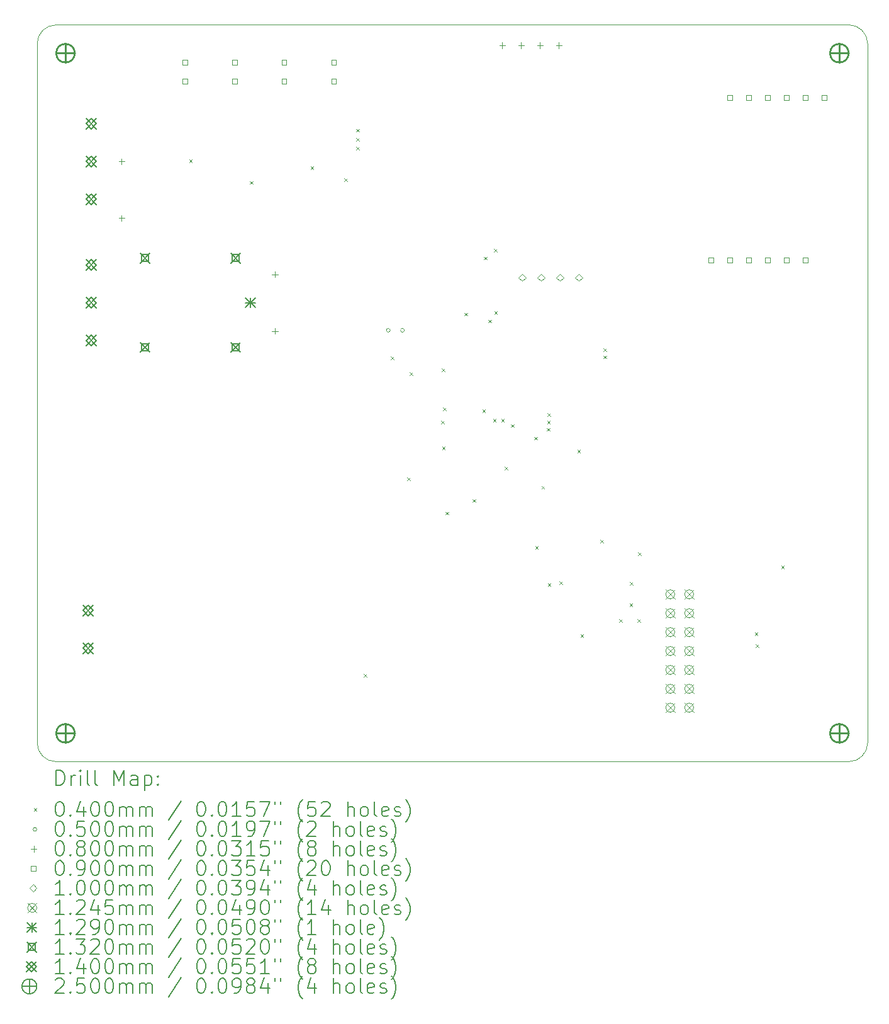
<source format=gbr>
%TF.GenerationSoftware,KiCad,Pcbnew,7.0.6*%
%TF.CreationDate,2023-08-10T11:02:31+03:00*%
%TF.ProjectId,2023-staj-projesi,32303233-2d73-4746-916a-2d70726f6a65,1.0*%
%TF.SameCoordinates,Original*%
%TF.FileFunction,Drillmap*%
%TF.FilePolarity,Positive*%
%FSLAX45Y45*%
G04 Gerber Fmt 4.5, Leading zero omitted, Abs format (unit mm)*
G04 Created by KiCad (PCBNEW 7.0.6) date 2023-08-10 11:02:31*
%MOMM*%
%LPD*%
G01*
G04 APERTURE LIST*
%ADD10C,0.100000*%
%ADD11C,0.200000*%
%ADD12C,0.040000*%
%ADD13C,0.050000*%
%ADD14C,0.080000*%
%ADD15C,0.090000*%
%ADD16C,0.124460*%
%ADD17C,0.129000*%
%ADD18C,0.132000*%
%ADD19C,0.140000*%
%ADD20C,0.250000*%
G04 APERTURE END LIST*
D10*
X6350000Y-4318000D02*
X6350000Y-13716000D01*
X17526000Y-4318000D02*
G75*
G03*
X17272000Y-4064000I-254000J0D01*
G01*
X17526000Y-13716000D02*
X17526000Y-4318000D01*
X6350000Y-13716000D02*
G75*
G03*
X6604000Y-13970000I254000J0D01*
G01*
X17272000Y-4064000D02*
X6604000Y-4064000D01*
X17272000Y-13970000D02*
G75*
G03*
X17526000Y-13716000I0J254000D01*
G01*
X6604000Y-4064000D02*
G75*
G03*
X6350000Y-4318000I0J-254000D01*
G01*
X6604000Y-13970000D02*
X17272000Y-13970000D01*
D11*
D12*
X8395000Y-5871000D02*
X8435000Y-5911000D01*
X8435000Y-5871000D02*
X8395000Y-5911000D01*
X9212000Y-6164000D02*
X9252000Y-6204000D01*
X9252000Y-6164000D02*
X9212000Y-6204000D01*
X10030000Y-5969000D02*
X10070000Y-6009000D01*
X10070000Y-5969000D02*
X10030000Y-6009000D01*
X10480000Y-6125000D02*
X10520000Y-6165000D01*
X10520000Y-6125000D02*
X10480000Y-6165000D01*
X10480000Y-6125000D02*
X10520000Y-6165000D01*
X10520000Y-6125000D02*
X10480000Y-6165000D01*
X10644000Y-5462000D02*
X10684000Y-5502000D01*
X10684000Y-5462000D02*
X10644000Y-5502000D01*
X10644000Y-5586000D02*
X10684000Y-5626000D01*
X10684000Y-5586000D02*
X10644000Y-5626000D01*
X10644000Y-5704000D02*
X10684000Y-5744000D01*
X10684000Y-5704000D02*
X10644000Y-5744000D01*
X10742000Y-12792000D02*
X10782000Y-12832000D01*
X10782000Y-12792000D02*
X10742000Y-12832000D01*
X10742000Y-12792000D02*
X10782000Y-12832000D01*
X10782000Y-12792000D02*
X10742000Y-12832000D01*
X11111000Y-8520000D02*
X11151000Y-8560000D01*
X11151000Y-8520000D02*
X11111000Y-8560000D01*
X11327000Y-10148000D02*
X11367000Y-10188000D01*
X11367000Y-10148000D02*
X11327000Y-10188000D01*
X11363000Y-8736000D02*
X11403000Y-8776000D01*
X11403000Y-8736000D02*
X11363000Y-8776000D01*
X11787000Y-9388000D02*
X11827000Y-9428000D01*
X11827000Y-9388000D02*
X11787000Y-9428000D01*
X11793000Y-8686000D02*
X11833000Y-8726000D01*
X11833000Y-8686000D02*
X11793000Y-8726000D01*
X11800000Y-9736000D02*
X11840000Y-9776000D01*
X11840000Y-9736000D02*
X11800000Y-9776000D01*
X11811000Y-9207450D02*
X11851000Y-9247450D01*
X11851000Y-9207450D02*
X11811000Y-9247450D01*
X11846000Y-10611000D02*
X11886000Y-10651000D01*
X11886000Y-10611000D02*
X11846000Y-10651000D01*
X12097000Y-7934000D02*
X12137000Y-7974000D01*
X12137000Y-7934000D02*
X12097000Y-7974000D01*
X12212000Y-10439550D02*
X12252000Y-10479550D01*
X12252000Y-10439550D02*
X12212000Y-10479550D01*
X12340000Y-9236000D02*
X12380000Y-9276000D01*
X12380000Y-9236000D02*
X12340000Y-9276000D01*
X12362000Y-7181000D02*
X12402000Y-7221000D01*
X12402000Y-7181000D02*
X12362000Y-7221000D01*
X12424000Y-8028000D02*
X12464000Y-8068000D01*
X12464000Y-8028000D02*
X12424000Y-8068000D01*
X12486000Y-9359000D02*
X12526000Y-9399000D01*
X12526000Y-9359000D02*
X12486000Y-9399000D01*
X12497000Y-7075000D02*
X12537000Y-7115000D01*
X12537000Y-7075000D02*
X12497000Y-7115000D01*
X12501000Y-7911000D02*
X12541000Y-7951000D01*
X12541000Y-7911000D02*
X12501000Y-7951000D01*
X12594000Y-9359000D02*
X12634000Y-9399000D01*
X12634000Y-9359000D02*
X12594000Y-9399000D01*
X12642550Y-10002000D02*
X12682550Y-10042000D01*
X12682550Y-10002000D02*
X12642550Y-10042000D01*
X12729000Y-9434000D02*
X12769000Y-9474000D01*
X12769000Y-9434000D02*
X12729000Y-9474000D01*
X13038000Y-9602000D02*
X13078000Y-9642000D01*
X13078000Y-9602000D02*
X13038000Y-9642000D01*
X13052656Y-11069050D02*
X13092656Y-11109050D01*
X13092656Y-11069050D02*
X13052656Y-11109050D01*
X13137000Y-10264000D02*
X13177000Y-10304000D01*
X13177000Y-10264000D02*
X13137000Y-10304000D01*
X13211754Y-9484925D02*
X13251754Y-9524925D01*
X13251754Y-9484925D02*
X13211754Y-9524925D01*
X13214000Y-9385000D02*
X13254000Y-9425000D01*
X13254000Y-9385000D02*
X13214000Y-9425000D01*
X13215075Y-9285056D02*
X13255075Y-9325056D01*
X13255075Y-9285056D02*
X13215075Y-9325056D01*
X13222000Y-11573000D02*
X13262000Y-11613000D01*
X13262000Y-11573000D02*
X13222000Y-11613000D01*
X13378000Y-11545000D02*
X13418000Y-11585000D01*
X13418000Y-11545000D02*
X13378000Y-11585000D01*
X13620000Y-9774000D02*
X13660000Y-9814000D01*
X13660000Y-9774000D02*
X13620000Y-9814000D01*
X13662000Y-12257000D02*
X13702000Y-12297000D01*
X13702000Y-12257000D02*
X13662000Y-12297000D01*
X13928000Y-10986000D02*
X13968000Y-11026000D01*
X13968000Y-10986000D02*
X13928000Y-11026000D01*
X13928000Y-10986000D02*
X13968000Y-11026000D01*
X13968000Y-10986000D02*
X13928000Y-11026000D01*
X13969000Y-8411050D02*
X14009000Y-8451050D01*
X14009000Y-8411050D02*
X13969000Y-8451050D01*
X13969000Y-8511000D02*
X14009000Y-8551000D01*
X14009000Y-8511000D02*
X13969000Y-8551000D01*
X14185000Y-12055000D02*
X14225000Y-12095000D01*
X14225000Y-12055000D02*
X14185000Y-12095000D01*
X14322000Y-11839000D02*
X14362000Y-11879000D01*
X14362000Y-11839000D02*
X14322000Y-11879000D01*
X14326000Y-11552000D02*
X14366000Y-11592000D01*
X14366000Y-11552000D02*
X14326000Y-11592000D01*
X14431000Y-12055000D02*
X14471000Y-12095000D01*
X14471000Y-12055000D02*
X14431000Y-12095000D01*
X14435000Y-11154000D02*
X14475000Y-11194000D01*
X14475000Y-11154000D02*
X14435000Y-11194000D01*
X16007000Y-12230000D02*
X16047000Y-12270000D01*
X16047000Y-12230000D02*
X16007000Y-12270000D01*
X16018000Y-12391000D02*
X16058000Y-12431000D01*
X16058000Y-12391000D02*
X16018000Y-12431000D01*
X16363000Y-11333000D02*
X16403000Y-11373000D01*
X16403000Y-11333000D02*
X16363000Y-11373000D01*
X16363000Y-11333000D02*
X16403000Y-11373000D01*
X16403000Y-11333000D02*
X16363000Y-11373000D01*
D13*
X11100000Y-8170000D02*
G75*
G03*
X11100000Y-8170000I-25000J0D01*
G01*
X11290000Y-8170000D02*
G75*
G03*
X11290000Y-8170000I-25000J0D01*
G01*
D14*
X7488000Y-5860000D02*
X7488000Y-5940000D01*
X7448000Y-5900000D02*
X7528000Y-5900000D01*
X7488000Y-6622000D02*
X7488000Y-6702000D01*
X7448000Y-6662000D02*
X7528000Y-6662000D01*
X9550000Y-7379000D02*
X9550000Y-7459000D01*
X9510000Y-7419000D02*
X9590000Y-7419000D01*
X9550000Y-8141000D02*
X9550000Y-8221000D01*
X9510000Y-8181000D02*
X9590000Y-8181000D01*
X12608500Y-4300500D02*
X12608500Y-4380500D01*
X12568500Y-4340500D02*
X12648500Y-4340500D01*
X12862500Y-4300500D02*
X12862500Y-4380500D01*
X12822500Y-4340500D02*
X12902500Y-4340500D01*
X13116500Y-4300500D02*
X13116500Y-4380500D01*
X13076500Y-4340500D02*
X13156500Y-4340500D01*
X13370500Y-4300500D02*
X13370500Y-4380500D01*
X13330500Y-4340500D02*
X13410500Y-4340500D01*
D15*
X8371820Y-4597820D02*
X8371820Y-4534180D01*
X8308180Y-4534180D01*
X8308180Y-4597820D01*
X8371820Y-4597820D01*
X8371820Y-4851820D02*
X8371820Y-4788180D01*
X8308180Y-4788180D01*
X8308180Y-4851820D01*
X8371820Y-4851820D01*
X9038487Y-4597820D02*
X9038487Y-4534180D01*
X8974847Y-4534180D01*
X8974847Y-4597820D01*
X9038487Y-4597820D01*
X9038487Y-4851820D02*
X9038487Y-4788180D01*
X8974847Y-4788180D01*
X8974847Y-4851820D01*
X9038487Y-4851820D01*
X9705153Y-4597820D02*
X9705153Y-4534180D01*
X9641513Y-4534180D01*
X9641513Y-4597820D01*
X9705153Y-4597820D01*
X9705153Y-4851820D02*
X9705153Y-4788180D01*
X9641513Y-4788180D01*
X9641513Y-4851820D01*
X9705153Y-4851820D01*
X10371820Y-4597820D02*
X10371820Y-4534180D01*
X10308180Y-4534180D01*
X10308180Y-4597820D01*
X10371820Y-4597820D01*
X10371820Y-4851820D02*
X10371820Y-4788180D01*
X10308180Y-4788180D01*
X10308180Y-4851820D01*
X10371820Y-4851820D01*
X15447820Y-7258820D02*
X15447820Y-7195180D01*
X15384180Y-7195180D01*
X15384180Y-7258820D01*
X15447820Y-7258820D01*
X15701820Y-5071820D02*
X15701820Y-5008180D01*
X15638180Y-5008180D01*
X15638180Y-5071820D01*
X15701820Y-5071820D01*
X15701820Y-7258820D02*
X15701820Y-7195180D01*
X15638180Y-7195180D01*
X15638180Y-7258820D01*
X15701820Y-7258820D01*
X15955820Y-5071820D02*
X15955820Y-5008180D01*
X15892180Y-5008180D01*
X15892180Y-5071820D01*
X15955820Y-5071820D01*
X15955820Y-7258820D02*
X15955820Y-7195180D01*
X15892180Y-7195180D01*
X15892180Y-7258820D01*
X15955820Y-7258820D01*
X16209820Y-5071820D02*
X16209820Y-5008180D01*
X16146180Y-5008180D01*
X16146180Y-5071820D01*
X16209820Y-5071820D01*
X16209820Y-7258820D02*
X16209820Y-7195180D01*
X16146180Y-7195180D01*
X16146180Y-7258820D01*
X16209820Y-7258820D01*
X16463820Y-5071820D02*
X16463820Y-5008180D01*
X16400180Y-5008180D01*
X16400180Y-5071820D01*
X16463820Y-5071820D01*
X16463820Y-7258820D02*
X16463820Y-7195180D01*
X16400180Y-7195180D01*
X16400180Y-7258820D01*
X16463820Y-7258820D01*
X16717820Y-5071820D02*
X16717820Y-5008180D01*
X16654180Y-5008180D01*
X16654180Y-5071820D01*
X16717820Y-5071820D01*
X16717820Y-7258820D02*
X16717820Y-7195180D01*
X16654180Y-7195180D01*
X16654180Y-7258820D01*
X16717820Y-7258820D01*
X16971820Y-5071820D02*
X16971820Y-5008180D01*
X16908180Y-5008180D01*
X16908180Y-5071820D01*
X16971820Y-5071820D01*
D10*
X12878000Y-7510000D02*
X12928000Y-7460000D01*
X12878000Y-7410000D01*
X12828000Y-7460000D01*
X12878000Y-7510000D01*
X13132000Y-7510000D02*
X13182000Y-7460000D01*
X13132000Y-7410000D01*
X13082000Y-7460000D01*
X13132000Y-7510000D01*
X13386000Y-7510000D02*
X13436000Y-7460000D01*
X13386000Y-7410000D01*
X13336000Y-7460000D01*
X13386000Y-7510000D01*
X13640000Y-7510000D02*
X13690000Y-7460000D01*
X13640000Y-7410000D01*
X13590000Y-7460000D01*
X13640000Y-7510000D01*
D16*
X14807770Y-11657770D02*
X14932230Y-11782230D01*
X14932230Y-11657770D02*
X14807770Y-11782230D01*
X14932230Y-11720000D02*
G75*
G03*
X14932230Y-11720000I-62230J0D01*
G01*
X14807770Y-11911770D02*
X14932230Y-12036230D01*
X14932230Y-11911770D02*
X14807770Y-12036230D01*
X14932230Y-11974000D02*
G75*
G03*
X14932230Y-11974000I-62230J0D01*
G01*
X14807770Y-12165770D02*
X14932230Y-12290230D01*
X14932230Y-12165770D02*
X14807770Y-12290230D01*
X14932230Y-12228000D02*
G75*
G03*
X14932230Y-12228000I-62230J0D01*
G01*
X14807770Y-12419770D02*
X14932230Y-12544230D01*
X14932230Y-12419770D02*
X14807770Y-12544230D01*
X14932230Y-12482000D02*
G75*
G03*
X14932230Y-12482000I-62230J0D01*
G01*
X14807770Y-12673770D02*
X14932230Y-12798230D01*
X14932230Y-12673770D02*
X14807770Y-12798230D01*
X14932230Y-12736000D02*
G75*
G03*
X14932230Y-12736000I-62230J0D01*
G01*
X14807770Y-12927770D02*
X14932230Y-13052230D01*
X14932230Y-12927770D02*
X14807770Y-13052230D01*
X14932230Y-12990000D02*
G75*
G03*
X14932230Y-12990000I-62230J0D01*
G01*
X14807770Y-13181770D02*
X14932230Y-13306230D01*
X14932230Y-13181770D02*
X14807770Y-13306230D01*
X14932230Y-13244000D02*
G75*
G03*
X14932230Y-13244000I-62230J0D01*
G01*
X15061770Y-11657770D02*
X15186230Y-11782230D01*
X15186230Y-11657770D02*
X15061770Y-11782230D01*
X15186230Y-11720000D02*
G75*
G03*
X15186230Y-11720000I-62230J0D01*
G01*
X15061770Y-11911770D02*
X15186230Y-12036230D01*
X15186230Y-11911770D02*
X15061770Y-12036230D01*
X15186230Y-11974000D02*
G75*
G03*
X15186230Y-11974000I-62230J0D01*
G01*
X15061770Y-12165770D02*
X15186230Y-12290230D01*
X15186230Y-12165770D02*
X15061770Y-12290230D01*
X15186230Y-12228000D02*
G75*
G03*
X15186230Y-12228000I-62230J0D01*
G01*
X15061770Y-12419770D02*
X15186230Y-12544230D01*
X15186230Y-12419770D02*
X15061770Y-12544230D01*
X15186230Y-12482000D02*
G75*
G03*
X15186230Y-12482000I-62230J0D01*
G01*
X15061770Y-12673770D02*
X15186230Y-12798230D01*
X15186230Y-12673770D02*
X15061770Y-12798230D01*
X15186230Y-12736000D02*
G75*
G03*
X15186230Y-12736000I-62230J0D01*
G01*
X15061770Y-12927770D02*
X15186230Y-13052230D01*
X15186230Y-12927770D02*
X15061770Y-13052230D01*
X15186230Y-12990000D02*
G75*
G03*
X15186230Y-12990000I-62230J0D01*
G01*
X15061770Y-13181770D02*
X15186230Y-13306230D01*
X15186230Y-13181770D02*
X15061770Y-13306230D01*
X15186230Y-13244000D02*
G75*
G03*
X15186230Y-13244000I-62230J0D01*
G01*
D17*
X9155500Y-7735500D02*
X9284500Y-7864500D01*
X9284500Y-7735500D02*
X9155500Y-7864500D01*
X9220000Y-7735500D02*
X9220000Y-7864500D01*
X9155500Y-7800000D02*
X9284500Y-7800000D01*
D18*
X7734000Y-7134000D02*
X7866000Y-7266000D01*
X7866000Y-7134000D02*
X7734000Y-7266000D01*
X7846669Y-7246669D02*
X7846669Y-7153330D01*
X7753330Y-7153330D01*
X7753330Y-7246669D01*
X7846669Y-7246669D01*
X7734000Y-8334000D02*
X7866000Y-8466000D01*
X7866000Y-8334000D02*
X7734000Y-8466000D01*
X7846669Y-8446670D02*
X7846669Y-8353330D01*
X7753330Y-8353330D01*
X7753330Y-8446670D01*
X7846669Y-8446670D01*
X8954000Y-7134000D02*
X9086000Y-7266000D01*
X9086000Y-7134000D02*
X8954000Y-7266000D01*
X9066670Y-7246669D02*
X9066670Y-7153330D01*
X8973331Y-7153330D01*
X8973331Y-7246669D01*
X9066670Y-7246669D01*
X8954000Y-8334000D02*
X9086000Y-8466000D01*
X9086000Y-8334000D02*
X8954000Y-8466000D01*
X9066670Y-8446670D02*
X9066670Y-8353330D01*
X8973331Y-8353330D01*
X8973331Y-8446670D01*
X9066670Y-8446670D01*
D19*
X6965800Y-11868000D02*
X7105800Y-12008000D01*
X7105800Y-11868000D02*
X6965800Y-12008000D01*
X7035800Y-12008000D02*
X7105800Y-11938000D01*
X7035800Y-11868000D01*
X6965800Y-11938000D01*
X7035800Y-12008000D01*
X6965800Y-12376000D02*
X7105800Y-12516000D01*
X7105800Y-12376000D02*
X6965800Y-12516000D01*
X7035800Y-12516000D02*
X7105800Y-12446000D01*
X7035800Y-12376000D01*
X6965800Y-12446000D01*
X7035800Y-12516000D01*
X7007750Y-5322000D02*
X7147750Y-5462000D01*
X7147750Y-5322000D02*
X7007750Y-5462000D01*
X7077750Y-5462000D02*
X7147750Y-5392000D01*
X7077750Y-5322000D01*
X7007750Y-5392000D01*
X7077750Y-5462000D01*
X7007750Y-5830000D02*
X7147750Y-5970000D01*
X7147750Y-5830000D02*
X7007750Y-5970000D01*
X7077750Y-5970000D02*
X7147750Y-5900000D01*
X7077750Y-5830000D01*
X7007750Y-5900000D01*
X7077750Y-5970000D01*
X7007750Y-6338000D02*
X7147750Y-6478000D01*
X7147750Y-6338000D02*
X7007750Y-6478000D01*
X7077750Y-6478000D02*
X7147750Y-6408000D01*
X7077750Y-6338000D01*
X7007750Y-6408000D01*
X7077750Y-6478000D01*
X7007750Y-7222000D02*
X7147750Y-7362000D01*
X7147750Y-7222000D02*
X7007750Y-7362000D01*
X7077750Y-7362000D02*
X7147750Y-7292000D01*
X7077750Y-7222000D01*
X7007750Y-7292000D01*
X7077750Y-7362000D01*
X7007750Y-7730000D02*
X7147750Y-7870000D01*
X7147750Y-7730000D02*
X7007750Y-7870000D01*
X7077750Y-7870000D02*
X7147750Y-7800000D01*
X7077750Y-7730000D01*
X7007750Y-7800000D01*
X7077750Y-7870000D01*
X7007750Y-8238000D02*
X7147750Y-8378000D01*
X7147750Y-8238000D02*
X7007750Y-8378000D01*
X7077750Y-8378000D02*
X7147750Y-8308000D01*
X7077750Y-8238000D01*
X7007750Y-8308000D01*
X7077750Y-8378000D01*
D20*
X6731000Y-4320000D02*
X6731000Y-4570000D01*
X6606000Y-4445000D02*
X6856000Y-4445000D01*
X6856000Y-4445000D02*
G75*
G03*
X6856000Y-4445000I-125000J0D01*
G01*
X6731000Y-13464000D02*
X6731000Y-13714000D01*
X6606000Y-13589000D02*
X6856000Y-13589000D01*
X6856000Y-13589000D02*
G75*
G03*
X6856000Y-13589000I-125000J0D01*
G01*
X17145000Y-4320000D02*
X17145000Y-4570000D01*
X17020000Y-4445000D02*
X17270000Y-4445000D01*
X17270000Y-4445000D02*
G75*
G03*
X17270000Y-4445000I-125000J0D01*
G01*
X17145000Y-13464000D02*
X17145000Y-13714000D01*
X17020000Y-13589000D02*
X17270000Y-13589000D01*
X17270000Y-13589000D02*
G75*
G03*
X17270000Y-13589000I-125000J0D01*
G01*
D11*
X6605777Y-14286484D02*
X6605777Y-14086484D01*
X6605777Y-14086484D02*
X6653396Y-14086484D01*
X6653396Y-14086484D02*
X6681967Y-14096008D01*
X6681967Y-14096008D02*
X6701015Y-14115055D01*
X6701015Y-14115055D02*
X6710539Y-14134103D01*
X6710539Y-14134103D02*
X6720062Y-14172198D01*
X6720062Y-14172198D02*
X6720062Y-14200769D01*
X6720062Y-14200769D02*
X6710539Y-14238865D01*
X6710539Y-14238865D02*
X6701015Y-14257912D01*
X6701015Y-14257912D02*
X6681967Y-14276960D01*
X6681967Y-14276960D02*
X6653396Y-14286484D01*
X6653396Y-14286484D02*
X6605777Y-14286484D01*
X6805777Y-14286484D02*
X6805777Y-14153150D01*
X6805777Y-14191246D02*
X6815301Y-14172198D01*
X6815301Y-14172198D02*
X6824824Y-14162674D01*
X6824824Y-14162674D02*
X6843872Y-14153150D01*
X6843872Y-14153150D02*
X6862920Y-14153150D01*
X6929586Y-14286484D02*
X6929586Y-14153150D01*
X6929586Y-14086484D02*
X6920062Y-14096008D01*
X6920062Y-14096008D02*
X6929586Y-14105531D01*
X6929586Y-14105531D02*
X6939110Y-14096008D01*
X6939110Y-14096008D02*
X6929586Y-14086484D01*
X6929586Y-14086484D02*
X6929586Y-14105531D01*
X7053396Y-14286484D02*
X7034348Y-14276960D01*
X7034348Y-14276960D02*
X7024824Y-14257912D01*
X7024824Y-14257912D02*
X7024824Y-14086484D01*
X7158158Y-14286484D02*
X7139110Y-14276960D01*
X7139110Y-14276960D02*
X7129586Y-14257912D01*
X7129586Y-14257912D02*
X7129586Y-14086484D01*
X7386729Y-14286484D02*
X7386729Y-14086484D01*
X7386729Y-14086484D02*
X7453396Y-14229341D01*
X7453396Y-14229341D02*
X7520062Y-14086484D01*
X7520062Y-14086484D02*
X7520062Y-14286484D01*
X7701015Y-14286484D02*
X7701015Y-14181722D01*
X7701015Y-14181722D02*
X7691491Y-14162674D01*
X7691491Y-14162674D02*
X7672443Y-14153150D01*
X7672443Y-14153150D02*
X7634348Y-14153150D01*
X7634348Y-14153150D02*
X7615301Y-14162674D01*
X7701015Y-14276960D02*
X7681967Y-14286484D01*
X7681967Y-14286484D02*
X7634348Y-14286484D01*
X7634348Y-14286484D02*
X7615301Y-14276960D01*
X7615301Y-14276960D02*
X7605777Y-14257912D01*
X7605777Y-14257912D02*
X7605777Y-14238865D01*
X7605777Y-14238865D02*
X7615301Y-14219817D01*
X7615301Y-14219817D02*
X7634348Y-14210293D01*
X7634348Y-14210293D02*
X7681967Y-14210293D01*
X7681967Y-14210293D02*
X7701015Y-14200769D01*
X7796253Y-14153150D02*
X7796253Y-14353150D01*
X7796253Y-14162674D02*
X7815301Y-14153150D01*
X7815301Y-14153150D02*
X7853396Y-14153150D01*
X7853396Y-14153150D02*
X7872443Y-14162674D01*
X7872443Y-14162674D02*
X7881967Y-14172198D01*
X7881967Y-14172198D02*
X7891491Y-14191246D01*
X7891491Y-14191246D02*
X7891491Y-14248388D01*
X7891491Y-14248388D02*
X7881967Y-14267436D01*
X7881967Y-14267436D02*
X7872443Y-14276960D01*
X7872443Y-14276960D02*
X7853396Y-14286484D01*
X7853396Y-14286484D02*
X7815301Y-14286484D01*
X7815301Y-14286484D02*
X7796253Y-14276960D01*
X7977205Y-14267436D02*
X7986729Y-14276960D01*
X7986729Y-14276960D02*
X7977205Y-14286484D01*
X7977205Y-14286484D02*
X7967682Y-14276960D01*
X7967682Y-14276960D02*
X7977205Y-14267436D01*
X7977205Y-14267436D02*
X7977205Y-14286484D01*
X7977205Y-14162674D02*
X7986729Y-14172198D01*
X7986729Y-14172198D02*
X7977205Y-14181722D01*
X7977205Y-14181722D02*
X7967682Y-14172198D01*
X7967682Y-14172198D02*
X7977205Y-14162674D01*
X7977205Y-14162674D02*
X7977205Y-14181722D01*
D12*
X6305000Y-14595000D02*
X6345000Y-14635000D01*
X6345000Y-14595000D02*
X6305000Y-14635000D01*
D11*
X6643872Y-14506484D02*
X6662920Y-14506484D01*
X6662920Y-14506484D02*
X6681967Y-14516008D01*
X6681967Y-14516008D02*
X6691491Y-14525531D01*
X6691491Y-14525531D02*
X6701015Y-14544579D01*
X6701015Y-14544579D02*
X6710539Y-14582674D01*
X6710539Y-14582674D02*
X6710539Y-14630293D01*
X6710539Y-14630293D02*
X6701015Y-14668388D01*
X6701015Y-14668388D02*
X6691491Y-14687436D01*
X6691491Y-14687436D02*
X6681967Y-14696960D01*
X6681967Y-14696960D02*
X6662920Y-14706484D01*
X6662920Y-14706484D02*
X6643872Y-14706484D01*
X6643872Y-14706484D02*
X6624824Y-14696960D01*
X6624824Y-14696960D02*
X6615301Y-14687436D01*
X6615301Y-14687436D02*
X6605777Y-14668388D01*
X6605777Y-14668388D02*
X6596253Y-14630293D01*
X6596253Y-14630293D02*
X6596253Y-14582674D01*
X6596253Y-14582674D02*
X6605777Y-14544579D01*
X6605777Y-14544579D02*
X6615301Y-14525531D01*
X6615301Y-14525531D02*
X6624824Y-14516008D01*
X6624824Y-14516008D02*
X6643872Y-14506484D01*
X6796253Y-14687436D02*
X6805777Y-14696960D01*
X6805777Y-14696960D02*
X6796253Y-14706484D01*
X6796253Y-14706484D02*
X6786729Y-14696960D01*
X6786729Y-14696960D02*
X6796253Y-14687436D01*
X6796253Y-14687436D02*
X6796253Y-14706484D01*
X6977205Y-14573150D02*
X6977205Y-14706484D01*
X6929586Y-14496960D02*
X6881967Y-14639817D01*
X6881967Y-14639817D02*
X7005777Y-14639817D01*
X7120062Y-14506484D02*
X7139110Y-14506484D01*
X7139110Y-14506484D02*
X7158158Y-14516008D01*
X7158158Y-14516008D02*
X7167682Y-14525531D01*
X7167682Y-14525531D02*
X7177205Y-14544579D01*
X7177205Y-14544579D02*
X7186729Y-14582674D01*
X7186729Y-14582674D02*
X7186729Y-14630293D01*
X7186729Y-14630293D02*
X7177205Y-14668388D01*
X7177205Y-14668388D02*
X7167682Y-14687436D01*
X7167682Y-14687436D02*
X7158158Y-14696960D01*
X7158158Y-14696960D02*
X7139110Y-14706484D01*
X7139110Y-14706484D02*
X7120062Y-14706484D01*
X7120062Y-14706484D02*
X7101015Y-14696960D01*
X7101015Y-14696960D02*
X7091491Y-14687436D01*
X7091491Y-14687436D02*
X7081967Y-14668388D01*
X7081967Y-14668388D02*
X7072443Y-14630293D01*
X7072443Y-14630293D02*
X7072443Y-14582674D01*
X7072443Y-14582674D02*
X7081967Y-14544579D01*
X7081967Y-14544579D02*
X7091491Y-14525531D01*
X7091491Y-14525531D02*
X7101015Y-14516008D01*
X7101015Y-14516008D02*
X7120062Y-14506484D01*
X7310539Y-14506484D02*
X7329586Y-14506484D01*
X7329586Y-14506484D02*
X7348634Y-14516008D01*
X7348634Y-14516008D02*
X7358158Y-14525531D01*
X7358158Y-14525531D02*
X7367682Y-14544579D01*
X7367682Y-14544579D02*
X7377205Y-14582674D01*
X7377205Y-14582674D02*
X7377205Y-14630293D01*
X7377205Y-14630293D02*
X7367682Y-14668388D01*
X7367682Y-14668388D02*
X7358158Y-14687436D01*
X7358158Y-14687436D02*
X7348634Y-14696960D01*
X7348634Y-14696960D02*
X7329586Y-14706484D01*
X7329586Y-14706484D02*
X7310539Y-14706484D01*
X7310539Y-14706484D02*
X7291491Y-14696960D01*
X7291491Y-14696960D02*
X7281967Y-14687436D01*
X7281967Y-14687436D02*
X7272443Y-14668388D01*
X7272443Y-14668388D02*
X7262920Y-14630293D01*
X7262920Y-14630293D02*
X7262920Y-14582674D01*
X7262920Y-14582674D02*
X7272443Y-14544579D01*
X7272443Y-14544579D02*
X7281967Y-14525531D01*
X7281967Y-14525531D02*
X7291491Y-14516008D01*
X7291491Y-14516008D02*
X7310539Y-14506484D01*
X7462920Y-14706484D02*
X7462920Y-14573150D01*
X7462920Y-14592198D02*
X7472443Y-14582674D01*
X7472443Y-14582674D02*
X7491491Y-14573150D01*
X7491491Y-14573150D02*
X7520063Y-14573150D01*
X7520063Y-14573150D02*
X7539110Y-14582674D01*
X7539110Y-14582674D02*
X7548634Y-14601722D01*
X7548634Y-14601722D02*
X7548634Y-14706484D01*
X7548634Y-14601722D02*
X7558158Y-14582674D01*
X7558158Y-14582674D02*
X7577205Y-14573150D01*
X7577205Y-14573150D02*
X7605777Y-14573150D01*
X7605777Y-14573150D02*
X7624824Y-14582674D01*
X7624824Y-14582674D02*
X7634348Y-14601722D01*
X7634348Y-14601722D02*
X7634348Y-14706484D01*
X7729586Y-14706484D02*
X7729586Y-14573150D01*
X7729586Y-14592198D02*
X7739110Y-14582674D01*
X7739110Y-14582674D02*
X7758158Y-14573150D01*
X7758158Y-14573150D02*
X7786729Y-14573150D01*
X7786729Y-14573150D02*
X7805777Y-14582674D01*
X7805777Y-14582674D02*
X7815301Y-14601722D01*
X7815301Y-14601722D02*
X7815301Y-14706484D01*
X7815301Y-14601722D02*
X7824824Y-14582674D01*
X7824824Y-14582674D02*
X7843872Y-14573150D01*
X7843872Y-14573150D02*
X7872443Y-14573150D01*
X7872443Y-14573150D02*
X7891491Y-14582674D01*
X7891491Y-14582674D02*
X7901015Y-14601722D01*
X7901015Y-14601722D02*
X7901015Y-14706484D01*
X8291491Y-14496960D02*
X8120063Y-14754103D01*
X8548634Y-14506484D02*
X8567682Y-14506484D01*
X8567682Y-14506484D02*
X8586729Y-14516008D01*
X8586729Y-14516008D02*
X8596253Y-14525531D01*
X8596253Y-14525531D02*
X8605777Y-14544579D01*
X8605777Y-14544579D02*
X8615301Y-14582674D01*
X8615301Y-14582674D02*
X8615301Y-14630293D01*
X8615301Y-14630293D02*
X8605777Y-14668388D01*
X8605777Y-14668388D02*
X8596253Y-14687436D01*
X8596253Y-14687436D02*
X8586729Y-14696960D01*
X8586729Y-14696960D02*
X8567682Y-14706484D01*
X8567682Y-14706484D02*
X8548634Y-14706484D01*
X8548634Y-14706484D02*
X8529587Y-14696960D01*
X8529587Y-14696960D02*
X8520063Y-14687436D01*
X8520063Y-14687436D02*
X8510539Y-14668388D01*
X8510539Y-14668388D02*
X8501015Y-14630293D01*
X8501015Y-14630293D02*
X8501015Y-14582674D01*
X8501015Y-14582674D02*
X8510539Y-14544579D01*
X8510539Y-14544579D02*
X8520063Y-14525531D01*
X8520063Y-14525531D02*
X8529587Y-14516008D01*
X8529587Y-14516008D02*
X8548634Y-14506484D01*
X8701015Y-14687436D02*
X8710539Y-14696960D01*
X8710539Y-14696960D02*
X8701015Y-14706484D01*
X8701015Y-14706484D02*
X8691491Y-14696960D01*
X8691491Y-14696960D02*
X8701015Y-14687436D01*
X8701015Y-14687436D02*
X8701015Y-14706484D01*
X8834348Y-14506484D02*
X8853396Y-14506484D01*
X8853396Y-14506484D02*
X8872444Y-14516008D01*
X8872444Y-14516008D02*
X8881968Y-14525531D01*
X8881968Y-14525531D02*
X8891491Y-14544579D01*
X8891491Y-14544579D02*
X8901015Y-14582674D01*
X8901015Y-14582674D02*
X8901015Y-14630293D01*
X8901015Y-14630293D02*
X8891491Y-14668388D01*
X8891491Y-14668388D02*
X8881968Y-14687436D01*
X8881968Y-14687436D02*
X8872444Y-14696960D01*
X8872444Y-14696960D02*
X8853396Y-14706484D01*
X8853396Y-14706484D02*
X8834348Y-14706484D01*
X8834348Y-14706484D02*
X8815301Y-14696960D01*
X8815301Y-14696960D02*
X8805777Y-14687436D01*
X8805777Y-14687436D02*
X8796253Y-14668388D01*
X8796253Y-14668388D02*
X8786729Y-14630293D01*
X8786729Y-14630293D02*
X8786729Y-14582674D01*
X8786729Y-14582674D02*
X8796253Y-14544579D01*
X8796253Y-14544579D02*
X8805777Y-14525531D01*
X8805777Y-14525531D02*
X8815301Y-14516008D01*
X8815301Y-14516008D02*
X8834348Y-14506484D01*
X9091491Y-14706484D02*
X8977206Y-14706484D01*
X9034348Y-14706484D02*
X9034348Y-14506484D01*
X9034348Y-14506484D02*
X9015301Y-14535055D01*
X9015301Y-14535055D02*
X8996253Y-14554103D01*
X8996253Y-14554103D02*
X8977206Y-14563627D01*
X9272444Y-14506484D02*
X9177206Y-14506484D01*
X9177206Y-14506484D02*
X9167682Y-14601722D01*
X9167682Y-14601722D02*
X9177206Y-14592198D01*
X9177206Y-14592198D02*
X9196253Y-14582674D01*
X9196253Y-14582674D02*
X9243872Y-14582674D01*
X9243872Y-14582674D02*
X9262920Y-14592198D01*
X9262920Y-14592198D02*
X9272444Y-14601722D01*
X9272444Y-14601722D02*
X9281968Y-14620769D01*
X9281968Y-14620769D02*
X9281968Y-14668388D01*
X9281968Y-14668388D02*
X9272444Y-14687436D01*
X9272444Y-14687436D02*
X9262920Y-14696960D01*
X9262920Y-14696960D02*
X9243872Y-14706484D01*
X9243872Y-14706484D02*
X9196253Y-14706484D01*
X9196253Y-14706484D02*
X9177206Y-14696960D01*
X9177206Y-14696960D02*
X9167682Y-14687436D01*
X9348634Y-14506484D02*
X9481968Y-14506484D01*
X9481968Y-14506484D02*
X9396253Y-14706484D01*
X9548634Y-14506484D02*
X9548634Y-14544579D01*
X9624825Y-14506484D02*
X9624825Y-14544579D01*
X9920063Y-14782674D02*
X9910539Y-14773150D01*
X9910539Y-14773150D02*
X9891491Y-14744579D01*
X9891491Y-14744579D02*
X9881968Y-14725531D01*
X9881968Y-14725531D02*
X9872444Y-14696960D01*
X9872444Y-14696960D02*
X9862920Y-14649341D01*
X9862920Y-14649341D02*
X9862920Y-14611246D01*
X9862920Y-14611246D02*
X9872444Y-14563627D01*
X9872444Y-14563627D02*
X9881968Y-14535055D01*
X9881968Y-14535055D02*
X9891491Y-14516008D01*
X9891491Y-14516008D02*
X9910539Y-14487436D01*
X9910539Y-14487436D02*
X9920063Y-14477912D01*
X10091491Y-14506484D02*
X9996253Y-14506484D01*
X9996253Y-14506484D02*
X9986730Y-14601722D01*
X9986730Y-14601722D02*
X9996253Y-14592198D01*
X9996253Y-14592198D02*
X10015301Y-14582674D01*
X10015301Y-14582674D02*
X10062920Y-14582674D01*
X10062920Y-14582674D02*
X10081968Y-14592198D01*
X10081968Y-14592198D02*
X10091491Y-14601722D01*
X10091491Y-14601722D02*
X10101015Y-14620769D01*
X10101015Y-14620769D02*
X10101015Y-14668388D01*
X10101015Y-14668388D02*
X10091491Y-14687436D01*
X10091491Y-14687436D02*
X10081968Y-14696960D01*
X10081968Y-14696960D02*
X10062920Y-14706484D01*
X10062920Y-14706484D02*
X10015301Y-14706484D01*
X10015301Y-14706484D02*
X9996253Y-14696960D01*
X9996253Y-14696960D02*
X9986730Y-14687436D01*
X10177206Y-14525531D02*
X10186730Y-14516008D01*
X10186730Y-14516008D02*
X10205777Y-14506484D01*
X10205777Y-14506484D02*
X10253396Y-14506484D01*
X10253396Y-14506484D02*
X10272444Y-14516008D01*
X10272444Y-14516008D02*
X10281968Y-14525531D01*
X10281968Y-14525531D02*
X10291491Y-14544579D01*
X10291491Y-14544579D02*
X10291491Y-14563627D01*
X10291491Y-14563627D02*
X10281968Y-14592198D01*
X10281968Y-14592198D02*
X10167682Y-14706484D01*
X10167682Y-14706484D02*
X10291491Y-14706484D01*
X10529587Y-14706484D02*
X10529587Y-14506484D01*
X10615301Y-14706484D02*
X10615301Y-14601722D01*
X10615301Y-14601722D02*
X10605777Y-14582674D01*
X10605777Y-14582674D02*
X10586730Y-14573150D01*
X10586730Y-14573150D02*
X10558158Y-14573150D01*
X10558158Y-14573150D02*
X10539111Y-14582674D01*
X10539111Y-14582674D02*
X10529587Y-14592198D01*
X10739111Y-14706484D02*
X10720063Y-14696960D01*
X10720063Y-14696960D02*
X10710539Y-14687436D01*
X10710539Y-14687436D02*
X10701015Y-14668388D01*
X10701015Y-14668388D02*
X10701015Y-14611246D01*
X10701015Y-14611246D02*
X10710539Y-14592198D01*
X10710539Y-14592198D02*
X10720063Y-14582674D01*
X10720063Y-14582674D02*
X10739111Y-14573150D01*
X10739111Y-14573150D02*
X10767682Y-14573150D01*
X10767682Y-14573150D02*
X10786730Y-14582674D01*
X10786730Y-14582674D02*
X10796253Y-14592198D01*
X10796253Y-14592198D02*
X10805777Y-14611246D01*
X10805777Y-14611246D02*
X10805777Y-14668388D01*
X10805777Y-14668388D02*
X10796253Y-14687436D01*
X10796253Y-14687436D02*
X10786730Y-14696960D01*
X10786730Y-14696960D02*
X10767682Y-14706484D01*
X10767682Y-14706484D02*
X10739111Y-14706484D01*
X10920063Y-14706484D02*
X10901015Y-14696960D01*
X10901015Y-14696960D02*
X10891492Y-14677912D01*
X10891492Y-14677912D02*
X10891492Y-14506484D01*
X11072444Y-14696960D02*
X11053396Y-14706484D01*
X11053396Y-14706484D02*
X11015301Y-14706484D01*
X11015301Y-14706484D02*
X10996253Y-14696960D01*
X10996253Y-14696960D02*
X10986730Y-14677912D01*
X10986730Y-14677912D02*
X10986730Y-14601722D01*
X10986730Y-14601722D02*
X10996253Y-14582674D01*
X10996253Y-14582674D02*
X11015301Y-14573150D01*
X11015301Y-14573150D02*
X11053396Y-14573150D01*
X11053396Y-14573150D02*
X11072444Y-14582674D01*
X11072444Y-14582674D02*
X11081968Y-14601722D01*
X11081968Y-14601722D02*
X11081968Y-14620769D01*
X11081968Y-14620769D02*
X10986730Y-14639817D01*
X11158158Y-14696960D02*
X11177206Y-14706484D01*
X11177206Y-14706484D02*
X11215301Y-14706484D01*
X11215301Y-14706484D02*
X11234349Y-14696960D01*
X11234349Y-14696960D02*
X11243872Y-14677912D01*
X11243872Y-14677912D02*
X11243872Y-14668388D01*
X11243872Y-14668388D02*
X11234349Y-14649341D01*
X11234349Y-14649341D02*
X11215301Y-14639817D01*
X11215301Y-14639817D02*
X11186730Y-14639817D01*
X11186730Y-14639817D02*
X11167682Y-14630293D01*
X11167682Y-14630293D02*
X11158158Y-14611246D01*
X11158158Y-14611246D02*
X11158158Y-14601722D01*
X11158158Y-14601722D02*
X11167682Y-14582674D01*
X11167682Y-14582674D02*
X11186730Y-14573150D01*
X11186730Y-14573150D02*
X11215301Y-14573150D01*
X11215301Y-14573150D02*
X11234349Y-14582674D01*
X11310539Y-14782674D02*
X11320063Y-14773150D01*
X11320063Y-14773150D02*
X11339111Y-14744579D01*
X11339111Y-14744579D02*
X11348634Y-14725531D01*
X11348634Y-14725531D02*
X11358158Y-14696960D01*
X11358158Y-14696960D02*
X11367682Y-14649341D01*
X11367682Y-14649341D02*
X11367682Y-14611246D01*
X11367682Y-14611246D02*
X11358158Y-14563627D01*
X11358158Y-14563627D02*
X11348634Y-14535055D01*
X11348634Y-14535055D02*
X11339111Y-14516008D01*
X11339111Y-14516008D02*
X11320063Y-14487436D01*
X11320063Y-14487436D02*
X11310539Y-14477912D01*
D13*
X6345000Y-14879000D02*
G75*
G03*
X6345000Y-14879000I-25000J0D01*
G01*
D11*
X6643872Y-14770484D02*
X6662920Y-14770484D01*
X6662920Y-14770484D02*
X6681967Y-14780008D01*
X6681967Y-14780008D02*
X6691491Y-14789531D01*
X6691491Y-14789531D02*
X6701015Y-14808579D01*
X6701015Y-14808579D02*
X6710539Y-14846674D01*
X6710539Y-14846674D02*
X6710539Y-14894293D01*
X6710539Y-14894293D02*
X6701015Y-14932388D01*
X6701015Y-14932388D02*
X6691491Y-14951436D01*
X6691491Y-14951436D02*
X6681967Y-14960960D01*
X6681967Y-14960960D02*
X6662920Y-14970484D01*
X6662920Y-14970484D02*
X6643872Y-14970484D01*
X6643872Y-14970484D02*
X6624824Y-14960960D01*
X6624824Y-14960960D02*
X6615301Y-14951436D01*
X6615301Y-14951436D02*
X6605777Y-14932388D01*
X6605777Y-14932388D02*
X6596253Y-14894293D01*
X6596253Y-14894293D02*
X6596253Y-14846674D01*
X6596253Y-14846674D02*
X6605777Y-14808579D01*
X6605777Y-14808579D02*
X6615301Y-14789531D01*
X6615301Y-14789531D02*
X6624824Y-14780008D01*
X6624824Y-14780008D02*
X6643872Y-14770484D01*
X6796253Y-14951436D02*
X6805777Y-14960960D01*
X6805777Y-14960960D02*
X6796253Y-14970484D01*
X6796253Y-14970484D02*
X6786729Y-14960960D01*
X6786729Y-14960960D02*
X6796253Y-14951436D01*
X6796253Y-14951436D02*
X6796253Y-14970484D01*
X6986729Y-14770484D02*
X6891491Y-14770484D01*
X6891491Y-14770484D02*
X6881967Y-14865722D01*
X6881967Y-14865722D02*
X6891491Y-14856198D01*
X6891491Y-14856198D02*
X6910539Y-14846674D01*
X6910539Y-14846674D02*
X6958158Y-14846674D01*
X6958158Y-14846674D02*
X6977205Y-14856198D01*
X6977205Y-14856198D02*
X6986729Y-14865722D01*
X6986729Y-14865722D02*
X6996253Y-14884769D01*
X6996253Y-14884769D02*
X6996253Y-14932388D01*
X6996253Y-14932388D02*
X6986729Y-14951436D01*
X6986729Y-14951436D02*
X6977205Y-14960960D01*
X6977205Y-14960960D02*
X6958158Y-14970484D01*
X6958158Y-14970484D02*
X6910539Y-14970484D01*
X6910539Y-14970484D02*
X6891491Y-14960960D01*
X6891491Y-14960960D02*
X6881967Y-14951436D01*
X7120062Y-14770484D02*
X7139110Y-14770484D01*
X7139110Y-14770484D02*
X7158158Y-14780008D01*
X7158158Y-14780008D02*
X7167682Y-14789531D01*
X7167682Y-14789531D02*
X7177205Y-14808579D01*
X7177205Y-14808579D02*
X7186729Y-14846674D01*
X7186729Y-14846674D02*
X7186729Y-14894293D01*
X7186729Y-14894293D02*
X7177205Y-14932388D01*
X7177205Y-14932388D02*
X7167682Y-14951436D01*
X7167682Y-14951436D02*
X7158158Y-14960960D01*
X7158158Y-14960960D02*
X7139110Y-14970484D01*
X7139110Y-14970484D02*
X7120062Y-14970484D01*
X7120062Y-14970484D02*
X7101015Y-14960960D01*
X7101015Y-14960960D02*
X7091491Y-14951436D01*
X7091491Y-14951436D02*
X7081967Y-14932388D01*
X7081967Y-14932388D02*
X7072443Y-14894293D01*
X7072443Y-14894293D02*
X7072443Y-14846674D01*
X7072443Y-14846674D02*
X7081967Y-14808579D01*
X7081967Y-14808579D02*
X7091491Y-14789531D01*
X7091491Y-14789531D02*
X7101015Y-14780008D01*
X7101015Y-14780008D02*
X7120062Y-14770484D01*
X7310539Y-14770484D02*
X7329586Y-14770484D01*
X7329586Y-14770484D02*
X7348634Y-14780008D01*
X7348634Y-14780008D02*
X7358158Y-14789531D01*
X7358158Y-14789531D02*
X7367682Y-14808579D01*
X7367682Y-14808579D02*
X7377205Y-14846674D01*
X7377205Y-14846674D02*
X7377205Y-14894293D01*
X7377205Y-14894293D02*
X7367682Y-14932388D01*
X7367682Y-14932388D02*
X7358158Y-14951436D01*
X7358158Y-14951436D02*
X7348634Y-14960960D01*
X7348634Y-14960960D02*
X7329586Y-14970484D01*
X7329586Y-14970484D02*
X7310539Y-14970484D01*
X7310539Y-14970484D02*
X7291491Y-14960960D01*
X7291491Y-14960960D02*
X7281967Y-14951436D01*
X7281967Y-14951436D02*
X7272443Y-14932388D01*
X7272443Y-14932388D02*
X7262920Y-14894293D01*
X7262920Y-14894293D02*
X7262920Y-14846674D01*
X7262920Y-14846674D02*
X7272443Y-14808579D01*
X7272443Y-14808579D02*
X7281967Y-14789531D01*
X7281967Y-14789531D02*
X7291491Y-14780008D01*
X7291491Y-14780008D02*
X7310539Y-14770484D01*
X7462920Y-14970484D02*
X7462920Y-14837150D01*
X7462920Y-14856198D02*
X7472443Y-14846674D01*
X7472443Y-14846674D02*
X7491491Y-14837150D01*
X7491491Y-14837150D02*
X7520063Y-14837150D01*
X7520063Y-14837150D02*
X7539110Y-14846674D01*
X7539110Y-14846674D02*
X7548634Y-14865722D01*
X7548634Y-14865722D02*
X7548634Y-14970484D01*
X7548634Y-14865722D02*
X7558158Y-14846674D01*
X7558158Y-14846674D02*
X7577205Y-14837150D01*
X7577205Y-14837150D02*
X7605777Y-14837150D01*
X7605777Y-14837150D02*
X7624824Y-14846674D01*
X7624824Y-14846674D02*
X7634348Y-14865722D01*
X7634348Y-14865722D02*
X7634348Y-14970484D01*
X7729586Y-14970484D02*
X7729586Y-14837150D01*
X7729586Y-14856198D02*
X7739110Y-14846674D01*
X7739110Y-14846674D02*
X7758158Y-14837150D01*
X7758158Y-14837150D02*
X7786729Y-14837150D01*
X7786729Y-14837150D02*
X7805777Y-14846674D01*
X7805777Y-14846674D02*
X7815301Y-14865722D01*
X7815301Y-14865722D02*
X7815301Y-14970484D01*
X7815301Y-14865722D02*
X7824824Y-14846674D01*
X7824824Y-14846674D02*
X7843872Y-14837150D01*
X7843872Y-14837150D02*
X7872443Y-14837150D01*
X7872443Y-14837150D02*
X7891491Y-14846674D01*
X7891491Y-14846674D02*
X7901015Y-14865722D01*
X7901015Y-14865722D02*
X7901015Y-14970484D01*
X8291491Y-14760960D02*
X8120063Y-15018103D01*
X8548634Y-14770484D02*
X8567682Y-14770484D01*
X8567682Y-14770484D02*
X8586729Y-14780008D01*
X8586729Y-14780008D02*
X8596253Y-14789531D01*
X8596253Y-14789531D02*
X8605777Y-14808579D01*
X8605777Y-14808579D02*
X8615301Y-14846674D01*
X8615301Y-14846674D02*
X8615301Y-14894293D01*
X8615301Y-14894293D02*
X8605777Y-14932388D01*
X8605777Y-14932388D02*
X8596253Y-14951436D01*
X8596253Y-14951436D02*
X8586729Y-14960960D01*
X8586729Y-14960960D02*
X8567682Y-14970484D01*
X8567682Y-14970484D02*
X8548634Y-14970484D01*
X8548634Y-14970484D02*
X8529587Y-14960960D01*
X8529587Y-14960960D02*
X8520063Y-14951436D01*
X8520063Y-14951436D02*
X8510539Y-14932388D01*
X8510539Y-14932388D02*
X8501015Y-14894293D01*
X8501015Y-14894293D02*
X8501015Y-14846674D01*
X8501015Y-14846674D02*
X8510539Y-14808579D01*
X8510539Y-14808579D02*
X8520063Y-14789531D01*
X8520063Y-14789531D02*
X8529587Y-14780008D01*
X8529587Y-14780008D02*
X8548634Y-14770484D01*
X8701015Y-14951436D02*
X8710539Y-14960960D01*
X8710539Y-14960960D02*
X8701015Y-14970484D01*
X8701015Y-14970484D02*
X8691491Y-14960960D01*
X8691491Y-14960960D02*
X8701015Y-14951436D01*
X8701015Y-14951436D02*
X8701015Y-14970484D01*
X8834348Y-14770484D02*
X8853396Y-14770484D01*
X8853396Y-14770484D02*
X8872444Y-14780008D01*
X8872444Y-14780008D02*
X8881968Y-14789531D01*
X8881968Y-14789531D02*
X8891491Y-14808579D01*
X8891491Y-14808579D02*
X8901015Y-14846674D01*
X8901015Y-14846674D02*
X8901015Y-14894293D01*
X8901015Y-14894293D02*
X8891491Y-14932388D01*
X8891491Y-14932388D02*
X8881968Y-14951436D01*
X8881968Y-14951436D02*
X8872444Y-14960960D01*
X8872444Y-14960960D02*
X8853396Y-14970484D01*
X8853396Y-14970484D02*
X8834348Y-14970484D01*
X8834348Y-14970484D02*
X8815301Y-14960960D01*
X8815301Y-14960960D02*
X8805777Y-14951436D01*
X8805777Y-14951436D02*
X8796253Y-14932388D01*
X8796253Y-14932388D02*
X8786729Y-14894293D01*
X8786729Y-14894293D02*
X8786729Y-14846674D01*
X8786729Y-14846674D02*
X8796253Y-14808579D01*
X8796253Y-14808579D02*
X8805777Y-14789531D01*
X8805777Y-14789531D02*
X8815301Y-14780008D01*
X8815301Y-14780008D02*
X8834348Y-14770484D01*
X9091491Y-14970484D02*
X8977206Y-14970484D01*
X9034348Y-14970484D02*
X9034348Y-14770484D01*
X9034348Y-14770484D02*
X9015301Y-14799055D01*
X9015301Y-14799055D02*
X8996253Y-14818103D01*
X8996253Y-14818103D02*
X8977206Y-14827627D01*
X9186729Y-14970484D02*
X9224825Y-14970484D01*
X9224825Y-14970484D02*
X9243872Y-14960960D01*
X9243872Y-14960960D02*
X9253396Y-14951436D01*
X9253396Y-14951436D02*
X9272444Y-14922865D01*
X9272444Y-14922865D02*
X9281968Y-14884769D01*
X9281968Y-14884769D02*
X9281968Y-14808579D01*
X9281968Y-14808579D02*
X9272444Y-14789531D01*
X9272444Y-14789531D02*
X9262920Y-14780008D01*
X9262920Y-14780008D02*
X9243872Y-14770484D01*
X9243872Y-14770484D02*
X9205777Y-14770484D01*
X9205777Y-14770484D02*
X9186729Y-14780008D01*
X9186729Y-14780008D02*
X9177206Y-14789531D01*
X9177206Y-14789531D02*
X9167682Y-14808579D01*
X9167682Y-14808579D02*
X9167682Y-14856198D01*
X9167682Y-14856198D02*
X9177206Y-14875246D01*
X9177206Y-14875246D02*
X9186729Y-14884769D01*
X9186729Y-14884769D02*
X9205777Y-14894293D01*
X9205777Y-14894293D02*
X9243872Y-14894293D01*
X9243872Y-14894293D02*
X9262920Y-14884769D01*
X9262920Y-14884769D02*
X9272444Y-14875246D01*
X9272444Y-14875246D02*
X9281968Y-14856198D01*
X9348634Y-14770484D02*
X9481968Y-14770484D01*
X9481968Y-14770484D02*
X9396253Y-14970484D01*
X9548634Y-14770484D02*
X9548634Y-14808579D01*
X9624825Y-14770484D02*
X9624825Y-14808579D01*
X9920063Y-15046674D02*
X9910539Y-15037150D01*
X9910539Y-15037150D02*
X9891491Y-15008579D01*
X9891491Y-15008579D02*
X9881968Y-14989531D01*
X9881968Y-14989531D02*
X9872444Y-14960960D01*
X9872444Y-14960960D02*
X9862920Y-14913341D01*
X9862920Y-14913341D02*
X9862920Y-14875246D01*
X9862920Y-14875246D02*
X9872444Y-14827627D01*
X9872444Y-14827627D02*
X9881968Y-14799055D01*
X9881968Y-14799055D02*
X9891491Y-14780008D01*
X9891491Y-14780008D02*
X9910539Y-14751436D01*
X9910539Y-14751436D02*
X9920063Y-14741912D01*
X9986730Y-14789531D02*
X9996253Y-14780008D01*
X9996253Y-14780008D02*
X10015301Y-14770484D01*
X10015301Y-14770484D02*
X10062920Y-14770484D01*
X10062920Y-14770484D02*
X10081968Y-14780008D01*
X10081968Y-14780008D02*
X10091491Y-14789531D01*
X10091491Y-14789531D02*
X10101015Y-14808579D01*
X10101015Y-14808579D02*
X10101015Y-14827627D01*
X10101015Y-14827627D02*
X10091491Y-14856198D01*
X10091491Y-14856198D02*
X9977206Y-14970484D01*
X9977206Y-14970484D02*
X10101015Y-14970484D01*
X10339111Y-14970484D02*
X10339111Y-14770484D01*
X10424825Y-14970484D02*
X10424825Y-14865722D01*
X10424825Y-14865722D02*
X10415301Y-14846674D01*
X10415301Y-14846674D02*
X10396253Y-14837150D01*
X10396253Y-14837150D02*
X10367682Y-14837150D01*
X10367682Y-14837150D02*
X10348634Y-14846674D01*
X10348634Y-14846674D02*
X10339111Y-14856198D01*
X10548634Y-14970484D02*
X10529587Y-14960960D01*
X10529587Y-14960960D02*
X10520063Y-14951436D01*
X10520063Y-14951436D02*
X10510539Y-14932388D01*
X10510539Y-14932388D02*
X10510539Y-14875246D01*
X10510539Y-14875246D02*
X10520063Y-14856198D01*
X10520063Y-14856198D02*
X10529587Y-14846674D01*
X10529587Y-14846674D02*
X10548634Y-14837150D01*
X10548634Y-14837150D02*
X10577206Y-14837150D01*
X10577206Y-14837150D02*
X10596253Y-14846674D01*
X10596253Y-14846674D02*
X10605777Y-14856198D01*
X10605777Y-14856198D02*
X10615301Y-14875246D01*
X10615301Y-14875246D02*
X10615301Y-14932388D01*
X10615301Y-14932388D02*
X10605777Y-14951436D01*
X10605777Y-14951436D02*
X10596253Y-14960960D01*
X10596253Y-14960960D02*
X10577206Y-14970484D01*
X10577206Y-14970484D02*
X10548634Y-14970484D01*
X10729587Y-14970484D02*
X10710539Y-14960960D01*
X10710539Y-14960960D02*
X10701015Y-14941912D01*
X10701015Y-14941912D02*
X10701015Y-14770484D01*
X10881968Y-14960960D02*
X10862920Y-14970484D01*
X10862920Y-14970484D02*
X10824825Y-14970484D01*
X10824825Y-14970484D02*
X10805777Y-14960960D01*
X10805777Y-14960960D02*
X10796253Y-14941912D01*
X10796253Y-14941912D02*
X10796253Y-14865722D01*
X10796253Y-14865722D02*
X10805777Y-14846674D01*
X10805777Y-14846674D02*
X10824825Y-14837150D01*
X10824825Y-14837150D02*
X10862920Y-14837150D01*
X10862920Y-14837150D02*
X10881968Y-14846674D01*
X10881968Y-14846674D02*
X10891492Y-14865722D01*
X10891492Y-14865722D02*
X10891492Y-14884769D01*
X10891492Y-14884769D02*
X10796253Y-14903817D01*
X10967682Y-14960960D02*
X10986730Y-14970484D01*
X10986730Y-14970484D02*
X11024825Y-14970484D01*
X11024825Y-14970484D02*
X11043873Y-14960960D01*
X11043873Y-14960960D02*
X11053396Y-14941912D01*
X11053396Y-14941912D02*
X11053396Y-14932388D01*
X11053396Y-14932388D02*
X11043873Y-14913341D01*
X11043873Y-14913341D02*
X11024825Y-14903817D01*
X11024825Y-14903817D02*
X10996253Y-14903817D01*
X10996253Y-14903817D02*
X10977206Y-14894293D01*
X10977206Y-14894293D02*
X10967682Y-14875246D01*
X10967682Y-14875246D02*
X10967682Y-14865722D01*
X10967682Y-14865722D02*
X10977206Y-14846674D01*
X10977206Y-14846674D02*
X10996253Y-14837150D01*
X10996253Y-14837150D02*
X11024825Y-14837150D01*
X11024825Y-14837150D02*
X11043873Y-14846674D01*
X11120063Y-15046674D02*
X11129587Y-15037150D01*
X11129587Y-15037150D02*
X11148634Y-15008579D01*
X11148634Y-15008579D02*
X11158158Y-14989531D01*
X11158158Y-14989531D02*
X11167682Y-14960960D01*
X11167682Y-14960960D02*
X11177206Y-14913341D01*
X11177206Y-14913341D02*
X11177206Y-14875246D01*
X11177206Y-14875246D02*
X11167682Y-14827627D01*
X11167682Y-14827627D02*
X11158158Y-14799055D01*
X11158158Y-14799055D02*
X11148634Y-14780008D01*
X11148634Y-14780008D02*
X11129587Y-14751436D01*
X11129587Y-14751436D02*
X11120063Y-14741912D01*
D14*
X6305000Y-15103000D02*
X6305000Y-15183000D01*
X6265000Y-15143000D02*
X6345000Y-15143000D01*
D11*
X6643872Y-15034484D02*
X6662920Y-15034484D01*
X6662920Y-15034484D02*
X6681967Y-15044008D01*
X6681967Y-15044008D02*
X6691491Y-15053531D01*
X6691491Y-15053531D02*
X6701015Y-15072579D01*
X6701015Y-15072579D02*
X6710539Y-15110674D01*
X6710539Y-15110674D02*
X6710539Y-15158293D01*
X6710539Y-15158293D02*
X6701015Y-15196388D01*
X6701015Y-15196388D02*
X6691491Y-15215436D01*
X6691491Y-15215436D02*
X6681967Y-15224960D01*
X6681967Y-15224960D02*
X6662920Y-15234484D01*
X6662920Y-15234484D02*
X6643872Y-15234484D01*
X6643872Y-15234484D02*
X6624824Y-15224960D01*
X6624824Y-15224960D02*
X6615301Y-15215436D01*
X6615301Y-15215436D02*
X6605777Y-15196388D01*
X6605777Y-15196388D02*
X6596253Y-15158293D01*
X6596253Y-15158293D02*
X6596253Y-15110674D01*
X6596253Y-15110674D02*
X6605777Y-15072579D01*
X6605777Y-15072579D02*
X6615301Y-15053531D01*
X6615301Y-15053531D02*
X6624824Y-15044008D01*
X6624824Y-15044008D02*
X6643872Y-15034484D01*
X6796253Y-15215436D02*
X6805777Y-15224960D01*
X6805777Y-15224960D02*
X6796253Y-15234484D01*
X6796253Y-15234484D02*
X6786729Y-15224960D01*
X6786729Y-15224960D02*
X6796253Y-15215436D01*
X6796253Y-15215436D02*
X6796253Y-15234484D01*
X6920062Y-15120198D02*
X6901015Y-15110674D01*
X6901015Y-15110674D02*
X6891491Y-15101150D01*
X6891491Y-15101150D02*
X6881967Y-15082103D01*
X6881967Y-15082103D02*
X6881967Y-15072579D01*
X6881967Y-15072579D02*
X6891491Y-15053531D01*
X6891491Y-15053531D02*
X6901015Y-15044008D01*
X6901015Y-15044008D02*
X6920062Y-15034484D01*
X6920062Y-15034484D02*
X6958158Y-15034484D01*
X6958158Y-15034484D02*
X6977205Y-15044008D01*
X6977205Y-15044008D02*
X6986729Y-15053531D01*
X6986729Y-15053531D02*
X6996253Y-15072579D01*
X6996253Y-15072579D02*
X6996253Y-15082103D01*
X6996253Y-15082103D02*
X6986729Y-15101150D01*
X6986729Y-15101150D02*
X6977205Y-15110674D01*
X6977205Y-15110674D02*
X6958158Y-15120198D01*
X6958158Y-15120198D02*
X6920062Y-15120198D01*
X6920062Y-15120198D02*
X6901015Y-15129722D01*
X6901015Y-15129722D02*
X6891491Y-15139246D01*
X6891491Y-15139246D02*
X6881967Y-15158293D01*
X6881967Y-15158293D02*
X6881967Y-15196388D01*
X6881967Y-15196388D02*
X6891491Y-15215436D01*
X6891491Y-15215436D02*
X6901015Y-15224960D01*
X6901015Y-15224960D02*
X6920062Y-15234484D01*
X6920062Y-15234484D02*
X6958158Y-15234484D01*
X6958158Y-15234484D02*
X6977205Y-15224960D01*
X6977205Y-15224960D02*
X6986729Y-15215436D01*
X6986729Y-15215436D02*
X6996253Y-15196388D01*
X6996253Y-15196388D02*
X6996253Y-15158293D01*
X6996253Y-15158293D02*
X6986729Y-15139246D01*
X6986729Y-15139246D02*
X6977205Y-15129722D01*
X6977205Y-15129722D02*
X6958158Y-15120198D01*
X7120062Y-15034484D02*
X7139110Y-15034484D01*
X7139110Y-15034484D02*
X7158158Y-15044008D01*
X7158158Y-15044008D02*
X7167682Y-15053531D01*
X7167682Y-15053531D02*
X7177205Y-15072579D01*
X7177205Y-15072579D02*
X7186729Y-15110674D01*
X7186729Y-15110674D02*
X7186729Y-15158293D01*
X7186729Y-15158293D02*
X7177205Y-15196388D01*
X7177205Y-15196388D02*
X7167682Y-15215436D01*
X7167682Y-15215436D02*
X7158158Y-15224960D01*
X7158158Y-15224960D02*
X7139110Y-15234484D01*
X7139110Y-15234484D02*
X7120062Y-15234484D01*
X7120062Y-15234484D02*
X7101015Y-15224960D01*
X7101015Y-15224960D02*
X7091491Y-15215436D01*
X7091491Y-15215436D02*
X7081967Y-15196388D01*
X7081967Y-15196388D02*
X7072443Y-15158293D01*
X7072443Y-15158293D02*
X7072443Y-15110674D01*
X7072443Y-15110674D02*
X7081967Y-15072579D01*
X7081967Y-15072579D02*
X7091491Y-15053531D01*
X7091491Y-15053531D02*
X7101015Y-15044008D01*
X7101015Y-15044008D02*
X7120062Y-15034484D01*
X7310539Y-15034484D02*
X7329586Y-15034484D01*
X7329586Y-15034484D02*
X7348634Y-15044008D01*
X7348634Y-15044008D02*
X7358158Y-15053531D01*
X7358158Y-15053531D02*
X7367682Y-15072579D01*
X7367682Y-15072579D02*
X7377205Y-15110674D01*
X7377205Y-15110674D02*
X7377205Y-15158293D01*
X7377205Y-15158293D02*
X7367682Y-15196388D01*
X7367682Y-15196388D02*
X7358158Y-15215436D01*
X7358158Y-15215436D02*
X7348634Y-15224960D01*
X7348634Y-15224960D02*
X7329586Y-15234484D01*
X7329586Y-15234484D02*
X7310539Y-15234484D01*
X7310539Y-15234484D02*
X7291491Y-15224960D01*
X7291491Y-15224960D02*
X7281967Y-15215436D01*
X7281967Y-15215436D02*
X7272443Y-15196388D01*
X7272443Y-15196388D02*
X7262920Y-15158293D01*
X7262920Y-15158293D02*
X7262920Y-15110674D01*
X7262920Y-15110674D02*
X7272443Y-15072579D01*
X7272443Y-15072579D02*
X7281967Y-15053531D01*
X7281967Y-15053531D02*
X7291491Y-15044008D01*
X7291491Y-15044008D02*
X7310539Y-15034484D01*
X7462920Y-15234484D02*
X7462920Y-15101150D01*
X7462920Y-15120198D02*
X7472443Y-15110674D01*
X7472443Y-15110674D02*
X7491491Y-15101150D01*
X7491491Y-15101150D02*
X7520063Y-15101150D01*
X7520063Y-15101150D02*
X7539110Y-15110674D01*
X7539110Y-15110674D02*
X7548634Y-15129722D01*
X7548634Y-15129722D02*
X7548634Y-15234484D01*
X7548634Y-15129722D02*
X7558158Y-15110674D01*
X7558158Y-15110674D02*
X7577205Y-15101150D01*
X7577205Y-15101150D02*
X7605777Y-15101150D01*
X7605777Y-15101150D02*
X7624824Y-15110674D01*
X7624824Y-15110674D02*
X7634348Y-15129722D01*
X7634348Y-15129722D02*
X7634348Y-15234484D01*
X7729586Y-15234484D02*
X7729586Y-15101150D01*
X7729586Y-15120198D02*
X7739110Y-15110674D01*
X7739110Y-15110674D02*
X7758158Y-15101150D01*
X7758158Y-15101150D02*
X7786729Y-15101150D01*
X7786729Y-15101150D02*
X7805777Y-15110674D01*
X7805777Y-15110674D02*
X7815301Y-15129722D01*
X7815301Y-15129722D02*
X7815301Y-15234484D01*
X7815301Y-15129722D02*
X7824824Y-15110674D01*
X7824824Y-15110674D02*
X7843872Y-15101150D01*
X7843872Y-15101150D02*
X7872443Y-15101150D01*
X7872443Y-15101150D02*
X7891491Y-15110674D01*
X7891491Y-15110674D02*
X7901015Y-15129722D01*
X7901015Y-15129722D02*
X7901015Y-15234484D01*
X8291491Y-15024960D02*
X8120063Y-15282103D01*
X8548634Y-15034484D02*
X8567682Y-15034484D01*
X8567682Y-15034484D02*
X8586729Y-15044008D01*
X8586729Y-15044008D02*
X8596253Y-15053531D01*
X8596253Y-15053531D02*
X8605777Y-15072579D01*
X8605777Y-15072579D02*
X8615301Y-15110674D01*
X8615301Y-15110674D02*
X8615301Y-15158293D01*
X8615301Y-15158293D02*
X8605777Y-15196388D01*
X8605777Y-15196388D02*
X8596253Y-15215436D01*
X8596253Y-15215436D02*
X8586729Y-15224960D01*
X8586729Y-15224960D02*
X8567682Y-15234484D01*
X8567682Y-15234484D02*
X8548634Y-15234484D01*
X8548634Y-15234484D02*
X8529587Y-15224960D01*
X8529587Y-15224960D02*
X8520063Y-15215436D01*
X8520063Y-15215436D02*
X8510539Y-15196388D01*
X8510539Y-15196388D02*
X8501015Y-15158293D01*
X8501015Y-15158293D02*
X8501015Y-15110674D01*
X8501015Y-15110674D02*
X8510539Y-15072579D01*
X8510539Y-15072579D02*
X8520063Y-15053531D01*
X8520063Y-15053531D02*
X8529587Y-15044008D01*
X8529587Y-15044008D02*
X8548634Y-15034484D01*
X8701015Y-15215436D02*
X8710539Y-15224960D01*
X8710539Y-15224960D02*
X8701015Y-15234484D01*
X8701015Y-15234484D02*
X8691491Y-15224960D01*
X8691491Y-15224960D02*
X8701015Y-15215436D01*
X8701015Y-15215436D02*
X8701015Y-15234484D01*
X8834348Y-15034484D02*
X8853396Y-15034484D01*
X8853396Y-15034484D02*
X8872444Y-15044008D01*
X8872444Y-15044008D02*
X8881968Y-15053531D01*
X8881968Y-15053531D02*
X8891491Y-15072579D01*
X8891491Y-15072579D02*
X8901015Y-15110674D01*
X8901015Y-15110674D02*
X8901015Y-15158293D01*
X8901015Y-15158293D02*
X8891491Y-15196388D01*
X8891491Y-15196388D02*
X8881968Y-15215436D01*
X8881968Y-15215436D02*
X8872444Y-15224960D01*
X8872444Y-15224960D02*
X8853396Y-15234484D01*
X8853396Y-15234484D02*
X8834348Y-15234484D01*
X8834348Y-15234484D02*
X8815301Y-15224960D01*
X8815301Y-15224960D02*
X8805777Y-15215436D01*
X8805777Y-15215436D02*
X8796253Y-15196388D01*
X8796253Y-15196388D02*
X8786729Y-15158293D01*
X8786729Y-15158293D02*
X8786729Y-15110674D01*
X8786729Y-15110674D02*
X8796253Y-15072579D01*
X8796253Y-15072579D02*
X8805777Y-15053531D01*
X8805777Y-15053531D02*
X8815301Y-15044008D01*
X8815301Y-15044008D02*
X8834348Y-15034484D01*
X8967682Y-15034484D02*
X9091491Y-15034484D01*
X9091491Y-15034484D02*
X9024825Y-15110674D01*
X9024825Y-15110674D02*
X9053396Y-15110674D01*
X9053396Y-15110674D02*
X9072444Y-15120198D01*
X9072444Y-15120198D02*
X9081968Y-15129722D01*
X9081968Y-15129722D02*
X9091491Y-15148769D01*
X9091491Y-15148769D02*
X9091491Y-15196388D01*
X9091491Y-15196388D02*
X9081968Y-15215436D01*
X9081968Y-15215436D02*
X9072444Y-15224960D01*
X9072444Y-15224960D02*
X9053396Y-15234484D01*
X9053396Y-15234484D02*
X8996253Y-15234484D01*
X8996253Y-15234484D02*
X8977206Y-15224960D01*
X8977206Y-15224960D02*
X8967682Y-15215436D01*
X9281968Y-15234484D02*
X9167682Y-15234484D01*
X9224825Y-15234484D02*
X9224825Y-15034484D01*
X9224825Y-15034484D02*
X9205777Y-15063055D01*
X9205777Y-15063055D02*
X9186729Y-15082103D01*
X9186729Y-15082103D02*
X9167682Y-15091627D01*
X9462920Y-15034484D02*
X9367682Y-15034484D01*
X9367682Y-15034484D02*
X9358158Y-15129722D01*
X9358158Y-15129722D02*
X9367682Y-15120198D01*
X9367682Y-15120198D02*
X9386729Y-15110674D01*
X9386729Y-15110674D02*
X9434349Y-15110674D01*
X9434349Y-15110674D02*
X9453396Y-15120198D01*
X9453396Y-15120198D02*
X9462920Y-15129722D01*
X9462920Y-15129722D02*
X9472444Y-15148769D01*
X9472444Y-15148769D02*
X9472444Y-15196388D01*
X9472444Y-15196388D02*
X9462920Y-15215436D01*
X9462920Y-15215436D02*
X9453396Y-15224960D01*
X9453396Y-15224960D02*
X9434349Y-15234484D01*
X9434349Y-15234484D02*
X9386729Y-15234484D01*
X9386729Y-15234484D02*
X9367682Y-15224960D01*
X9367682Y-15224960D02*
X9358158Y-15215436D01*
X9548634Y-15034484D02*
X9548634Y-15072579D01*
X9624825Y-15034484D02*
X9624825Y-15072579D01*
X9920063Y-15310674D02*
X9910539Y-15301150D01*
X9910539Y-15301150D02*
X9891491Y-15272579D01*
X9891491Y-15272579D02*
X9881968Y-15253531D01*
X9881968Y-15253531D02*
X9872444Y-15224960D01*
X9872444Y-15224960D02*
X9862920Y-15177341D01*
X9862920Y-15177341D02*
X9862920Y-15139246D01*
X9862920Y-15139246D02*
X9872444Y-15091627D01*
X9872444Y-15091627D02*
X9881968Y-15063055D01*
X9881968Y-15063055D02*
X9891491Y-15044008D01*
X9891491Y-15044008D02*
X9910539Y-15015436D01*
X9910539Y-15015436D02*
X9920063Y-15005912D01*
X10024825Y-15120198D02*
X10005777Y-15110674D01*
X10005777Y-15110674D02*
X9996253Y-15101150D01*
X9996253Y-15101150D02*
X9986730Y-15082103D01*
X9986730Y-15082103D02*
X9986730Y-15072579D01*
X9986730Y-15072579D02*
X9996253Y-15053531D01*
X9996253Y-15053531D02*
X10005777Y-15044008D01*
X10005777Y-15044008D02*
X10024825Y-15034484D01*
X10024825Y-15034484D02*
X10062920Y-15034484D01*
X10062920Y-15034484D02*
X10081968Y-15044008D01*
X10081968Y-15044008D02*
X10091491Y-15053531D01*
X10091491Y-15053531D02*
X10101015Y-15072579D01*
X10101015Y-15072579D02*
X10101015Y-15082103D01*
X10101015Y-15082103D02*
X10091491Y-15101150D01*
X10091491Y-15101150D02*
X10081968Y-15110674D01*
X10081968Y-15110674D02*
X10062920Y-15120198D01*
X10062920Y-15120198D02*
X10024825Y-15120198D01*
X10024825Y-15120198D02*
X10005777Y-15129722D01*
X10005777Y-15129722D02*
X9996253Y-15139246D01*
X9996253Y-15139246D02*
X9986730Y-15158293D01*
X9986730Y-15158293D02*
X9986730Y-15196388D01*
X9986730Y-15196388D02*
X9996253Y-15215436D01*
X9996253Y-15215436D02*
X10005777Y-15224960D01*
X10005777Y-15224960D02*
X10024825Y-15234484D01*
X10024825Y-15234484D02*
X10062920Y-15234484D01*
X10062920Y-15234484D02*
X10081968Y-15224960D01*
X10081968Y-15224960D02*
X10091491Y-15215436D01*
X10091491Y-15215436D02*
X10101015Y-15196388D01*
X10101015Y-15196388D02*
X10101015Y-15158293D01*
X10101015Y-15158293D02*
X10091491Y-15139246D01*
X10091491Y-15139246D02*
X10081968Y-15129722D01*
X10081968Y-15129722D02*
X10062920Y-15120198D01*
X10339111Y-15234484D02*
X10339111Y-15034484D01*
X10424825Y-15234484D02*
X10424825Y-15129722D01*
X10424825Y-15129722D02*
X10415301Y-15110674D01*
X10415301Y-15110674D02*
X10396253Y-15101150D01*
X10396253Y-15101150D02*
X10367682Y-15101150D01*
X10367682Y-15101150D02*
X10348634Y-15110674D01*
X10348634Y-15110674D02*
X10339111Y-15120198D01*
X10548634Y-15234484D02*
X10529587Y-15224960D01*
X10529587Y-15224960D02*
X10520063Y-15215436D01*
X10520063Y-15215436D02*
X10510539Y-15196388D01*
X10510539Y-15196388D02*
X10510539Y-15139246D01*
X10510539Y-15139246D02*
X10520063Y-15120198D01*
X10520063Y-15120198D02*
X10529587Y-15110674D01*
X10529587Y-15110674D02*
X10548634Y-15101150D01*
X10548634Y-15101150D02*
X10577206Y-15101150D01*
X10577206Y-15101150D02*
X10596253Y-15110674D01*
X10596253Y-15110674D02*
X10605777Y-15120198D01*
X10605777Y-15120198D02*
X10615301Y-15139246D01*
X10615301Y-15139246D02*
X10615301Y-15196388D01*
X10615301Y-15196388D02*
X10605777Y-15215436D01*
X10605777Y-15215436D02*
X10596253Y-15224960D01*
X10596253Y-15224960D02*
X10577206Y-15234484D01*
X10577206Y-15234484D02*
X10548634Y-15234484D01*
X10729587Y-15234484D02*
X10710539Y-15224960D01*
X10710539Y-15224960D02*
X10701015Y-15205912D01*
X10701015Y-15205912D02*
X10701015Y-15034484D01*
X10881968Y-15224960D02*
X10862920Y-15234484D01*
X10862920Y-15234484D02*
X10824825Y-15234484D01*
X10824825Y-15234484D02*
X10805777Y-15224960D01*
X10805777Y-15224960D02*
X10796253Y-15205912D01*
X10796253Y-15205912D02*
X10796253Y-15129722D01*
X10796253Y-15129722D02*
X10805777Y-15110674D01*
X10805777Y-15110674D02*
X10824825Y-15101150D01*
X10824825Y-15101150D02*
X10862920Y-15101150D01*
X10862920Y-15101150D02*
X10881968Y-15110674D01*
X10881968Y-15110674D02*
X10891492Y-15129722D01*
X10891492Y-15129722D02*
X10891492Y-15148769D01*
X10891492Y-15148769D02*
X10796253Y-15167817D01*
X10967682Y-15224960D02*
X10986730Y-15234484D01*
X10986730Y-15234484D02*
X11024825Y-15234484D01*
X11024825Y-15234484D02*
X11043873Y-15224960D01*
X11043873Y-15224960D02*
X11053396Y-15205912D01*
X11053396Y-15205912D02*
X11053396Y-15196388D01*
X11053396Y-15196388D02*
X11043873Y-15177341D01*
X11043873Y-15177341D02*
X11024825Y-15167817D01*
X11024825Y-15167817D02*
X10996253Y-15167817D01*
X10996253Y-15167817D02*
X10977206Y-15158293D01*
X10977206Y-15158293D02*
X10967682Y-15139246D01*
X10967682Y-15139246D02*
X10967682Y-15129722D01*
X10967682Y-15129722D02*
X10977206Y-15110674D01*
X10977206Y-15110674D02*
X10996253Y-15101150D01*
X10996253Y-15101150D02*
X11024825Y-15101150D01*
X11024825Y-15101150D02*
X11043873Y-15110674D01*
X11120063Y-15310674D02*
X11129587Y-15301150D01*
X11129587Y-15301150D02*
X11148634Y-15272579D01*
X11148634Y-15272579D02*
X11158158Y-15253531D01*
X11158158Y-15253531D02*
X11167682Y-15224960D01*
X11167682Y-15224960D02*
X11177206Y-15177341D01*
X11177206Y-15177341D02*
X11177206Y-15139246D01*
X11177206Y-15139246D02*
X11167682Y-15091627D01*
X11167682Y-15091627D02*
X11158158Y-15063055D01*
X11158158Y-15063055D02*
X11148634Y-15044008D01*
X11148634Y-15044008D02*
X11129587Y-15015436D01*
X11129587Y-15015436D02*
X11120063Y-15005912D01*
D15*
X6331820Y-15438820D02*
X6331820Y-15375180D01*
X6268180Y-15375180D01*
X6268180Y-15438820D01*
X6331820Y-15438820D01*
D11*
X6643872Y-15298484D02*
X6662920Y-15298484D01*
X6662920Y-15298484D02*
X6681967Y-15308008D01*
X6681967Y-15308008D02*
X6691491Y-15317531D01*
X6691491Y-15317531D02*
X6701015Y-15336579D01*
X6701015Y-15336579D02*
X6710539Y-15374674D01*
X6710539Y-15374674D02*
X6710539Y-15422293D01*
X6710539Y-15422293D02*
X6701015Y-15460388D01*
X6701015Y-15460388D02*
X6691491Y-15479436D01*
X6691491Y-15479436D02*
X6681967Y-15488960D01*
X6681967Y-15488960D02*
X6662920Y-15498484D01*
X6662920Y-15498484D02*
X6643872Y-15498484D01*
X6643872Y-15498484D02*
X6624824Y-15488960D01*
X6624824Y-15488960D02*
X6615301Y-15479436D01*
X6615301Y-15479436D02*
X6605777Y-15460388D01*
X6605777Y-15460388D02*
X6596253Y-15422293D01*
X6596253Y-15422293D02*
X6596253Y-15374674D01*
X6596253Y-15374674D02*
X6605777Y-15336579D01*
X6605777Y-15336579D02*
X6615301Y-15317531D01*
X6615301Y-15317531D02*
X6624824Y-15308008D01*
X6624824Y-15308008D02*
X6643872Y-15298484D01*
X6796253Y-15479436D02*
X6805777Y-15488960D01*
X6805777Y-15488960D02*
X6796253Y-15498484D01*
X6796253Y-15498484D02*
X6786729Y-15488960D01*
X6786729Y-15488960D02*
X6796253Y-15479436D01*
X6796253Y-15479436D02*
X6796253Y-15498484D01*
X6901015Y-15498484D02*
X6939110Y-15498484D01*
X6939110Y-15498484D02*
X6958158Y-15488960D01*
X6958158Y-15488960D02*
X6967682Y-15479436D01*
X6967682Y-15479436D02*
X6986729Y-15450865D01*
X6986729Y-15450865D02*
X6996253Y-15412769D01*
X6996253Y-15412769D02*
X6996253Y-15336579D01*
X6996253Y-15336579D02*
X6986729Y-15317531D01*
X6986729Y-15317531D02*
X6977205Y-15308008D01*
X6977205Y-15308008D02*
X6958158Y-15298484D01*
X6958158Y-15298484D02*
X6920062Y-15298484D01*
X6920062Y-15298484D02*
X6901015Y-15308008D01*
X6901015Y-15308008D02*
X6891491Y-15317531D01*
X6891491Y-15317531D02*
X6881967Y-15336579D01*
X6881967Y-15336579D02*
X6881967Y-15384198D01*
X6881967Y-15384198D02*
X6891491Y-15403246D01*
X6891491Y-15403246D02*
X6901015Y-15412769D01*
X6901015Y-15412769D02*
X6920062Y-15422293D01*
X6920062Y-15422293D02*
X6958158Y-15422293D01*
X6958158Y-15422293D02*
X6977205Y-15412769D01*
X6977205Y-15412769D02*
X6986729Y-15403246D01*
X6986729Y-15403246D02*
X6996253Y-15384198D01*
X7120062Y-15298484D02*
X7139110Y-15298484D01*
X7139110Y-15298484D02*
X7158158Y-15308008D01*
X7158158Y-15308008D02*
X7167682Y-15317531D01*
X7167682Y-15317531D02*
X7177205Y-15336579D01*
X7177205Y-15336579D02*
X7186729Y-15374674D01*
X7186729Y-15374674D02*
X7186729Y-15422293D01*
X7186729Y-15422293D02*
X7177205Y-15460388D01*
X7177205Y-15460388D02*
X7167682Y-15479436D01*
X7167682Y-15479436D02*
X7158158Y-15488960D01*
X7158158Y-15488960D02*
X7139110Y-15498484D01*
X7139110Y-15498484D02*
X7120062Y-15498484D01*
X7120062Y-15498484D02*
X7101015Y-15488960D01*
X7101015Y-15488960D02*
X7091491Y-15479436D01*
X7091491Y-15479436D02*
X7081967Y-15460388D01*
X7081967Y-15460388D02*
X7072443Y-15422293D01*
X7072443Y-15422293D02*
X7072443Y-15374674D01*
X7072443Y-15374674D02*
X7081967Y-15336579D01*
X7081967Y-15336579D02*
X7091491Y-15317531D01*
X7091491Y-15317531D02*
X7101015Y-15308008D01*
X7101015Y-15308008D02*
X7120062Y-15298484D01*
X7310539Y-15298484D02*
X7329586Y-15298484D01*
X7329586Y-15298484D02*
X7348634Y-15308008D01*
X7348634Y-15308008D02*
X7358158Y-15317531D01*
X7358158Y-15317531D02*
X7367682Y-15336579D01*
X7367682Y-15336579D02*
X7377205Y-15374674D01*
X7377205Y-15374674D02*
X7377205Y-15422293D01*
X7377205Y-15422293D02*
X7367682Y-15460388D01*
X7367682Y-15460388D02*
X7358158Y-15479436D01*
X7358158Y-15479436D02*
X7348634Y-15488960D01*
X7348634Y-15488960D02*
X7329586Y-15498484D01*
X7329586Y-15498484D02*
X7310539Y-15498484D01*
X7310539Y-15498484D02*
X7291491Y-15488960D01*
X7291491Y-15488960D02*
X7281967Y-15479436D01*
X7281967Y-15479436D02*
X7272443Y-15460388D01*
X7272443Y-15460388D02*
X7262920Y-15422293D01*
X7262920Y-15422293D02*
X7262920Y-15374674D01*
X7262920Y-15374674D02*
X7272443Y-15336579D01*
X7272443Y-15336579D02*
X7281967Y-15317531D01*
X7281967Y-15317531D02*
X7291491Y-15308008D01*
X7291491Y-15308008D02*
X7310539Y-15298484D01*
X7462920Y-15498484D02*
X7462920Y-15365150D01*
X7462920Y-15384198D02*
X7472443Y-15374674D01*
X7472443Y-15374674D02*
X7491491Y-15365150D01*
X7491491Y-15365150D02*
X7520063Y-15365150D01*
X7520063Y-15365150D02*
X7539110Y-15374674D01*
X7539110Y-15374674D02*
X7548634Y-15393722D01*
X7548634Y-15393722D02*
X7548634Y-15498484D01*
X7548634Y-15393722D02*
X7558158Y-15374674D01*
X7558158Y-15374674D02*
X7577205Y-15365150D01*
X7577205Y-15365150D02*
X7605777Y-15365150D01*
X7605777Y-15365150D02*
X7624824Y-15374674D01*
X7624824Y-15374674D02*
X7634348Y-15393722D01*
X7634348Y-15393722D02*
X7634348Y-15498484D01*
X7729586Y-15498484D02*
X7729586Y-15365150D01*
X7729586Y-15384198D02*
X7739110Y-15374674D01*
X7739110Y-15374674D02*
X7758158Y-15365150D01*
X7758158Y-15365150D02*
X7786729Y-15365150D01*
X7786729Y-15365150D02*
X7805777Y-15374674D01*
X7805777Y-15374674D02*
X7815301Y-15393722D01*
X7815301Y-15393722D02*
X7815301Y-15498484D01*
X7815301Y-15393722D02*
X7824824Y-15374674D01*
X7824824Y-15374674D02*
X7843872Y-15365150D01*
X7843872Y-15365150D02*
X7872443Y-15365150D01*
X7872443Y-15365150D02*
X7891491Y-15374674D01*
X7891491Y-15374674D02*
X7901015Y-15393722D01*
X7901015Y-15393722D02*
X7901015Y-15498484D01*
X8291491Y-15288960D02*
X8120063Y-15546103D01*
X8548634Y-15298484D02*
X8567682Y-15298484D01*
X8567682Y-15298484D02*
X8586729Y-15308008D01*
X8586729Y-15308008D02*
X8596253Y-15317531D01*
X8596253Y-15317531D02*
X8605777Y-15336579D01*
X8605777Y-15336579D02*
X8615301Y-15374674D01*
X8615301Y-15374674D02*
X8615301Y-15422293D01*
X8615301Y-15422293D02*
X8605777Y-15460388D01*
X8605777Y-15460388D02*
X8596253Y-15479436D01*
X8596253Y-15479436D02*
X8586729Y-15488960D01*
X8586729Y-15488960D02*
X8567682Y-15498484D01*
X8567682Y-15498484D02*
X8548634Y-15498484D01*
X8548634Y-15498484D02*
X8529587Y-15488960D01*
X8529587Y-15488960D02*
X8520063Y-15479436D01*
X8520063Y-15479436D02*
X8510539Y-15460388D01*
X8510539Y-15460388D02*
X8501015Y-15422293D01*
X8501015Y-15422293D02*
X8501015Y-15374674D01*
X8501015Y-15374674D02*
X8510539Y-15336579D01*
X8510539Y-15336579D02*
X8520063Y-15317531D01*
X8520063Y-15317531D02*
X8529587Y-15308008D01*
X8529587Y-15308008D02*
X8548634Y-15298484D01*
X8701015Y-15479436D02*
X8710539Y-15488960D01*
X8710539Y-15488960D02*
X8701015Y-15498484D01*
X8701015Y-15498484D02*
X8691491Y-15488960D01*
X8691491Y-15488960D02*
X8701015Y-15479436D01*
X8701015Y-15479436D02*
X8701015Y-15498484D01*
X8834348Y-15298484D02*
X8853396Y-15298484D01*
X8853396Y-15298484D02*
X8872444Y-15308008D01*
X8872444Y-15308008D02*
X8881968Y-15317531D01*
X8881968Y-15317531D02*
X8891491Y-15336579D01*
X8891491Y-15336579D02*
X8901015Y-15374674D01*
X8901015Y-15374674D02*
X8901015Y-15422293D01*
X8901015Y-15422293D02*
X8891491Y-15460388D01*
X8891491Y-15460388D02*
X8881968Y-15479436D01*
X8881968Y-15479436D02*
X8872444Y-15488960D01*
X8872444Y-15488960D02*
X8853396Y-15498484D01*
X8853396Y-15498484D02*
X8834348Y-15498484D01*
X8834348Y-15498484D02*
X8815301Y-15488960D01*
X8815301Y-15488960D02*
X8805777Y-15479436D01*
X8805777Y-15479436D02*
X8796253Y-15460388D01*
X8796253Y-15460388D02*
X8786729Y-15422293D01*
X8786729Y-15422293D02*
X8786729Y-15374674D01*
X8786729Y-15374674D02*
X8796253Y-15336579D01*
X8796253Y-15336579D02*
X8805777Y-15317531D01*
X8805777Y-15317531D02*
X8815301Y-15308008D01*
X8815301Y-15308008D02*
X8834348Y-15298484D01*
X8967682Y-15298484D02*
X9091491Y-15298484D01*
X9091491Y-15298484D02*
X9024825Y-15374674D01*
X9024825Y-15374674D02*
X9053396Y-15374674D01*
X9053396Y-15374674D02*
X9072444Y-15384198D01*
X9072444Y-15384198D02*
X9081968Y-15393722D01*
X9081968Y-15393722D02*
X9091491Y-15412769D01*
X9091491Y-15412769D02*
X9091491Y-15460388D01*
X9091491Y-15460388D02*
X9081968Y-15479436D01*
X9081968Y-15479436D02*
X9072444Y-15488960D01*
X9072444Y-15488960D02*
X9053396Y-15498484D01*
X9053396Y-15498484D02*
X8996253Y-15498484D01*
X8996253Y-15498484D02*
X8977206Y-15488960D01*
X8977206Y-15488960D02*
X8967682Y-15479436D01*
X9272444Y-15298484D02*
X9177206Y-15298484D01*
X9177206Y-15298484D02*
X9167682Y-15393722D01*
X9167682Y-15393722D02*
X9177206Y-15384198D01*
X9177206Y-15384198D02*
X9196253Y-15374674D01*
X9196253Y-15374674D02*
X9243872Y-15374674D01*
X9243872Y-15374674D02*
X9262920Y-15384198D01*
X9262920Y-15384198D02*
X9272444Y-15393722D01*
X9272444Y-15393722D02*
X9281968Y-15412769D01*
X9281968Y-15412769D02*
X9281968Y-15460388D01*
X9281968Y-15460388D02*
X9272444Y-15479436D01*
X9272444Y-15479436D02*
X9262920Y-15488960D01*
X9262920Y-15488960D02*
X9243872Y-15498484D01*
X9243872Y-15498484D02*
X9196253Y-15498484D01*
X9196253Y-15498484D02*
X9177206Y-15488960D01*
X9177206Y-15488960D02*
X9167682Y-15479436D01*
X9453396Y-15365150D02*
X9453396Y-15498484D01*
X9405777Y-15288960D02*
X9358158Y-15431817D01*
X9358158Y-15431817D02*
X9481968Y-15431817D01*
X9548634Y-15298484D02*
X9548634Y-15336579D01*
X9624825Y-15298484D02*
X9624825Y-15336579D01*
X9920063Y-15574674D02*
X9910539Y-15565150D01*
X9910539Y-15565150D02*
X9891491Y-15536579D01*
X9891491Y-15536579D02*
X9881968Y-15517531D01*
X9881968Y-15517531D02*
X9872444Y-15488960D01*
X9872444Y-15488960D02*
X9862920Y-15441341D01*
X9862920Y-15441341D02*
X9862920Y-15403246D01*
X9862920Y-15403246D02*
X9872444Y-15355627D01*
X9872444Y-15355627D02*
X9881968Y-15327055D01*
X9881968Y-15327055D02*
X9891491Y-15308008D01*
X9891491Y-15308008D02*
X9910539Y-15279436D01*
X9910539Y-15279436D02*
X9920063Y-15269912D01*
X9986730Y-15317531D02*
X9996253Y-15308008D01*
X9996253Y-15308008D02*
X10015301Y-15298484D01*
X10015301Y-15298484D02*
X10062920Y-15298484D01*
X10062920Y-15298484D02*
X10081968Y-15308008D01*
X10081968Y-15308008D02*
X10091491Y-15317531D01*
X10091491Y-15317531D02*
X10101015Y-15336579D01*
X10101015Y-15336579D02*
X10101015Y-15355627D01*
X10101015Y-15355627D02*
X10091491Y-15384198D01*
X10091491Y-15384198D02*
X9977206Y-15498484D01*
X9977206Y-15498484D02*
X10101015Y-15498484D01*
X10224825Y-15298484D02*
X10243872Y-15298484D01*
X10243872Y-15298484D02*
X10262920Y-15308008D01*
X10262920Y-15308008D02*
X10272444Y-15317531D01*
X10272444Y-15317531D02*
X10281968Y-15336579D01*
X10281968Y-15336579D02*
X10291491Y-15374674D01*
X10291491Y-15374674D02*
X10291491Y-15422293D01*
X10291491Y-15422293D02*
X10281968Y-15460388D01*
X10281968Y-15460388D02*
X10272444Y-15479436D01*
X10272444Y-15479436D02*
X10262920Y-15488960D01*
X10262920Y-15488960D02*
X10243872Y-15498484D01*
X10243872Y-15498484D02*
X10224825Y-15498484D01*
X10224825Y-15498484D02*
X10205777Y-15488960D01*
X10205777Y-15488960D02*
X10196253Y-15479436D01*
X10196253Y-15479436D02*
X10186730Y-15460388D01*
X10186730Y-15460388D02*
X10177206Y-15422293D01*
X10177206Y-15422293D02*
X10177206Y-15374674D01*
X10177206Y-15374674D02*
X10186730Y-15336579D01*
X10186730Y-15336579D02*
X10196253Y-15317531D01*
X10196253Y-15317531D02*
X10205777Y-15308008D01*
X10205777Y-15308008D02*
X10224825Y-15298484D01*
X10529587Y-15498484D02*
X10529587Y-15298484D01*
X10615301Y-15498484D02*
X10615301Y-15393722D01*
X10615301Y-15393722D02*
X10605777Y-15374674D01*
X10605777Y-15374674D02*
X10586730Y-15365150D01*
X10586730Y-15365150D02*
X10558158Y-15365150D01*
X10558158Y-15365150D02*
X10539111Y-15374674D01*
X10539111Y-15374674D02*
X10529587Y-15384198D01*
X10739111Y-15498484D02*
X10720063Y-15488960D01*
X10720063Y-15488960D02*
X10710539Y-15479436D01*
X10710539Y-15479436D02*
X10701015Y-15460388D01*
X10701015Y-15460388D02*
X10701015Y-15403246D01*
X10701015Y-15403246D02*
X10710539Y-15384198D01*
X10710539Y-15384198D02*
X10720063Y-15374674D01*
X10720063Y-15374674D02*
X10739111Y-15365150D01*
X10739111Y-15365150D02*
X10767682Y-15365150D01*
X10767682Y-15365150D02*
X10786730Y-15374674D01*
X10786730Y-15374674D02*
X10796253Y-15384198D01*
X10796253Y-15384198D02*
X10805777Y-15403246D01*
X10805777Y-15403246D02*
X10805777Y-15460388D01*
X10805777Y-15460388D02*
X10796253Y-15479436D01*
X10796253Y-15479436D02*
X10786730Y-15488960D01*
X10786730Y-15488960D02*
X10767682Y-15498484D01*
X10767682Y-15498484D02*
X10739111Y-15498484D01*
X10920063Y-15498484D02*
X10901015Y-15488960D01*
X10901015Y-15488960D02*
X10891492Y-15469912D01*
X10891492Y-15469912D02*
X10891492Y-15298484D01*
X11072444Y-15488960D02*
X11053396Y-15498484D01*
X11053396Y-15498484D02*
X11015301Y-15498484D01*
X11015301Y-15498484D02*
X10996253Y-15488960D01*
X10996253Y-15488960D02*
X10986730Y-15469912D01*
X10986730Y-15469912D02*
X10986730Y-15393722D01*
X10986730Y-15393722D02*
X10996253Y-15374674D01*
X10996253Y-15374674D02*
X11015301Y-15365150D01*
X11015301Y-15365150D02*
X11053396Y-15365150D01*
X11053396Y-15365150D02*
X11072444Y-15374674D01*
X11072444Y-15374674D02*
X11081968Y-15393722D01*
X11081968Y-15393722D02*
X11081968Y-15412769D01*
X11081968Y-15412769D02*
X10986730Y-15431817D01*
X11158158Y-15488960D02*
X11177206Y-15498484D01*
X11177206Y-15498484D02*
X11215301Y-15498484D01*
X11215301Y-15498484D02*
X11234349Y-15488960D01*
X11234349Y-15488960D02*
X11243872Y-15469912D01*
X11243872Y-15469912D02*
X11243872Y-15460388D01*
X11243872Y-15460388D02*
X11234349Y-15441341D01*
X11234349Y-15441341D02*
X11215301Y-15431817D01*
X11215301Y-15431817D02*
X11186730Y-15431817D01*
X11186730Y-15431817D02*
X11167682Y-15422293D01*
X11167682Y-15422293D02*
X11158158Y-15403246D01*
X11158158Y-15403246D02*
X11158158Y-15393722D01*
X11158158Y-15393722D02*
X11167682Y-15374674D01*
X11167682Y-15374674D02*
X11186730Y-15365150D01*
X11186730Y-15365150D02*
X11215301Y-15365150D01*
X11215301Y-15365150D02*
X11234349Y-15374674D01*
X11310539Y-15574674D02*
X11320063Y-15565150D01*
X11320063Y-15565150D02*
X11339111Y-15536579D01*
X11339111Y-15536579D02*
X11348634Y-15517531D01*
X11348634Y-15517531D02*
X11358158Y-15488960D01*
X11358158Y-15488960D02*
X11367682Y-15441341D01*
X11367682Y-15441341D02*
X11367682Y-15403246D01*
X11367682Y-15403246D02*
X11358158Y-15355627D01*
X11358158Y-15355627D02*
X11348634Y-15327055D01*
X11348634Y-15327055D02*
X11339111Y-15308008D01*
X11339111Y-15308008D02*
X11320063Y-15279436D01*
X11320063Y-15279436D02*
X11310539Y-15269912D01*
D10*
X6295000Y-15721000D02*
X6345000Y-15671000D01*
X6295000Y-15621000D01*
X6245000Y-15671000D01*
X6295000Y-15721000D01*
D11*
X6710539Y-15762484D02*
X6596253Y-15762484D01*
X6653396Y-15762484D02*
X6653396Y-15562484D01*
X6653396Y-15562484D02*
X6634348Y-15591055D01*
X6634348Y-15591055D02*
X6615301Y-15610103D01*
X6615301Y-15610103D02*
X6596253Y-15619627D01*
X6796253Y-15743436D02*
X6805777Y-15752960D01*
X6805777Y-15752960D02*
X6796253Y-15762484D01*
X6796253Y-15762484D02*
X6786729Y-15752960D01*
X6786729Y-15752960D02*
X6796253Y-15743436D01*
X6796253Y-15743436D02*
X6796253Y-15762484D01*
X6929586Y-15562484D02*
X6948634Y-15562484D01*
X6948634Y-15562484D02*
X6967682Y-15572008D01*
X6967682Y-15572008D02*
X6977205Y-15581531D01*
X6977205Y-15581531D02*
X6986729Y-15600579D01*
X6986729Y-15600579D02*
X6996253Y-15638674D01*
X6996253Y-15638674D02*
X6996253Y-15686293D01*
X6996253Y-15686293D02*
X6986729Y-15724388D01*
X6986729Y-15724388D02*
X6977205Y-15743436D01*
X6977205Y-15743436D02*
X6967682Y-15752960D01*
X6967682Y-15752960D02*
X6948634Y-15762484D01*
X6948634Y-15762484D02*
X6929586Y-15762484D01*
X6929586Y-15762484D02*
X6910539Y-15752960D01*
X6910539Y-15752960D02*
X6901015Y-15743436D01*
X6901015Y-15743436D02*
X6891491Y-15724388D01*
X6891491Y-15724388D02*
X6881967Y-15686293D01*
X6881967Y-15686293D02*
X6881967Y-15638674D01*
X6881967Y-15638674D02*
X6891491Y-15600579D01*
X6891491Y-15600579D02*
X6901015Y-15581531D01*
X6901015Y-15581531D02*
X6910539Y-15572008D01*
X6910539Y-15572008D02*
X6929586Y-15562484D01*
X7120062Y-15562484D02*
X7139110Y-15562484D01*
X7139110Y-15562484D02*
X7158158Y-15572008D01*
X7158158Y-15572008D02*
X7167682Y-15581531D01*
X7167682Y-15581531D02*
X7177205Y-15600579D01*
X7177205Y-15600579D02*
X7186729Y-15638674D01*
X7186729Y-15638674D02*
X7186729Y-15686293D01*
X7186729Y-15686293D02*
X7177205Y-15724388D01*
X7177205Y-15724388D02*
X7167682Y-15743436D01*
X7167682Y-15743436D02*
X7158158Y-15752960D01*
X7158158Y-15752960D02*
X7139110Y-15762484D01*
X7139110Y-15762484D02*
X7120062Y-15762484D01*
X7120062Y-15762484D02*
X7101015Y-15752960D01*
X7101015Y-15752960D02*
X7091491Y-15743436D01*
X7091491Y-15743436D02*
X7081967Y-15724388D01*
X7081967Y-15724388D02*
X7072443Y-15686293D01*
X7072443Y-15686293D02*
X7072443Y-15638674D01*
X7072443Y-15638674D02*
X7081967Y-15600579D01*
X7081967Y-15600579D02*
X7091491Y-15581531D01*
X7091491Y-15581531D02*
X7101015Y-15572008D01*
X7101015Y-15572008D02*
X7120062Y-15562484D01*
X7310539Y-15562484D02*
X7329586Y-15562484D01*
X7329586Y-15562484D02*
X7348634Y-15572008D01*
X7348634Y-15572008D02*
X7358158Y-15581531D01*
X7358158Y-15581531D02*
X7367682Y-15600579D01*
X7367682Y-15600579D02*
X7377205Y-15638674D01*
X7377205Y-15638674D02*
X7377205Y-15686293D01*
X7377205Y-15686293D02*
X7367682Y-15724388D01*
X7367682Y-15724388D02*
X7358158Y-15743436D01*
X7358158Y-15743436D02*
X7348634Y-15752960D01*
X7348634Y-15752960D02*
X7329586Y-15762484D01*
X7329586Y-15762484D02*
X7310539Y-15762484D01*
X7310539Y-15762484D02*
X7291491Y-15752960D01*
X7291491Y-15752960D02*
X7281967Y-15743436D01*
X7281967Y-15743436D02*
X7272443Y-15724388D01*
X7272443Y-15724388D02*
X7262920Y-15686293D01*
X7262920Y-15686293D02*
X7262920Y-15638674D01*
X7262920Y-15638674D02*
X7272443Y-15600579D01*
X7272443Y-15600579D02*
X7281967Y-15581531D01*
X7281967Y-15581531D02*
X7291491Y-15572008D01*
X7291491Y-15572008D02*
X7310539Y-15562484D01*
X7462920Y-15762484D02*
X7462920Y-15629150D01*
X7462920Y-15648198D02*
X7472443Y-15638674D01*
X7472443Y-15638674D02*
X7491491Y-15629150D01*
X7491491Y-15629150D02*
X7520063Y-15629150D01*
X7520063Y-15629150D02*
X7539110Y-15638674D01*
X7539110Y-15638674D02*
X7548634Y-15657722D01*
X7548634Y-15657722D02*
X7548634Y-15762484D01*
X7548634Y-15657722D02*
X7558158Y-15638674D01*
X7558158Y-15638674D02*
X7577205Y-15629150D01*
X7577205Y-15629150D02*
X7605777Y-15629150D01*
X7605777Y-15629150D02*
X7624824Y-15638674D01*
X7624824Y-15638674D02*
X7634348Y-15657722D01*
X7634348Y-15657722D02*
X7634348Y-15762484D01*
X7729586Y-15762484D02*
X7729586Y-15629150D01*
X7729586Y-15648198D02*
X7739110Y-15638674D01*
X7739110Y-15638674D02*
X7758158Y-15629150D01*
X7758158Y-15629150D02*
X7786729Y-15629150D01*
X7786729Y-15629150D02*
X7805777Y-15638674D01*
X7805777Y-15638674D02*
X7815301Y-15657722D01*
X7815301Y-15657722D02*
X7815301Y-15762484D01*
X7815301Y-15657722D02*
X7824824Y-15638674D01*
X7824824Y-15638674D02*
X7843872Y-15629150D01*
X7843872Y-15629150D02*
X7872443Y-15629150D01*
X7872443Y-15629150D02*
X7891491Y-15638674D01*
X7891491Y-15638674D02*
X7901015Y-15657722D01*
X7901015Y-15657722D02*
X7901015Y-15762484D01*
X8291491Y-15552960D02*
X8120063Y-15810103D01*
X8548634Y-15562484D02*
X8567682Y-15562484D01*
X8567682Y-15562484D02*
X8586729Y-15572008D01*
X8586729Y-15572008D02*
X8596253Y-15581531D01*
X8596253Y-15581531D02*
X8605777Y-15600579D01*
X8605777Y-15600579D02*
X8615301Y-15638674D01*
X8615301Y-15638674D02*
X8615301Y-15686293D01*
X8615301Y-15686293D02*
X8605777Y-15724388D01*
X8605777Y-15724388D02*
X8596253Y-15743436D01*
X8596253Y-15743436D02*
X8586729Y-15752960D01*
X8586729Y-15752960D02*
X8567682Y-15762484D01*
X8567682Y-15762484D02*
X8548634Y-15762484D01*
X8548634Y-15762484D02*
X8529587Y-15752960D01*
X8529587Y-15752960D02*
X8520063Y-15743436D01*
X8520063Y-15743436D02*
X8510539Y-15724388D01*
X8510539Y-15724388D02*
X8501015Y-15686293D01*
X8501015Y-15686293D02*
X8501015Y-15638674D01*
X8501015Y-15638674D02*
X8510539Y-15600579D01*
X8510539Y-15600579D02*
X8520063Y-15581531D01*
X8520063Y-15581531D02*
X8529587Y-15572008D01*
X8529587Y-15572008D02*
X8548634Y-15562484D01*
X8701015Y-15743436D02*
X8710539Y-15752960D01*
X8710539Y-15752960D02*
X8701015Y-15762484D01*
X8701015Y-15762484D02*
X8691491Y-15752960D01*
X8691491Y-15752960D02*
X8701015Y-15743436D01*
X8701015Y-15743436D02*
X8701015Y-15762484D01*
X8834348Y-15562484D02*
X8853396Y-15562484D01*
X8853396Y-15562484D02*
X8872444Y-15572008D01*
X8872444Y-15572008D02*
X8881968Y-15581531D01*
X8881968Y-15581531D02*
X8891491Y-15600579D01*
X8891491Y-15600579D02*
X8901015Y-15638674D01*
X8901015Y-15638674D02*
X8901015Y-15686293D01*
X8901015Y-15686293D02*
X8891491Y-15724388D01*
X8891491Y-15724388D02*
X8881968Y-15743436D01*
X8881968Y-15743436D02*
X8872444Y-15752960D01*
X8872444Y-15752960D02*
X8853396Y-15762484D01*
X8853396Y-15762484D02*
X8834348Y-15762484D01*
X8834348Y-15762484D02*
X8815301Y-15752960D01*
X8815301Y-15752960D02*
X8805777Y-15743436D01*
X8805777Y-15743436D02*
X8796253Y-15724388D01*
X8796253Y-15724388D02*
X8786729Y-15686293D01*
X8786729Y-15686293D02*
X8786729Y-15638674D01*
X8786729Y-15638674D02*
X8796253Y-15600579D01*
X8796253Y-15600579D02*
X8805777Y-15581531D01*
X8805777Y-15581531D02*
X8815301Y-15572008D01*
X8815301Y-15572008D02*
X8834348Y-15562484D01*
X8967682Y-15562484D02*
X9091491Y-15562484D01*
X9091491Y-15562484D02*
X9024825Y-15638674D01*
X9024825Y-15638674D02*
X9053396Y-15638674D01*
X9053396Y-15638674D02*
X9072444Y-15648198D01*
X9072444Y-15648198D02*
X9081968Y-15657722D01*
X9081968Y-15657722D02*
X9091491Y-15676769D01*
X9091491Y-15676769D02*
X9091491Y-15724388D01*
X9091491Y-15724388D02*
X9081968Y-15743436D01*
X9081968Y-15743436D02*
X9072444Y-15752960D01*
X9072444Y-15752960D02*
X9053396Y-15762484D01*
X9053396Y-15762484D02*
X8996253Y-15762484D01*
X8996253Y-15762484D02*
X8977206Y-15752960D01*
X8977206Y-15752960D02*
X8967682Y-15743436D01*
X9186729Y-15762484D02*
X9224825Y-15762484D01*
X9224825Y-15762484D02*
X9243872Y-15752960D01*
X9243872Y-15752960D02*
X9253396Y-15743436D01*
X9253396Y-15743436D02*
X9272444Y-15714865D01*
X9272444Y-15714865D02*
X9281968Y-15676769D01*
X9281968Y-15676769D02*
X9281968Y-15600579D01*
X9281968Y-15600579D02*
X9272444Y-15581531D01*
X9272444Y-15581531D02*
X9262920Y-15572008D01*
X9262920Y-15572008D02*
X9243872Y-15562484D01*
X9243872Y-15562484D02*
X9205777Y-15562484D01*
X9205777Y-15562484D02*
X9186729Y-15572008D01*
X9186729Y-15572008D02*
X9177206Y-15581531D01*
X9177206Y-15581531D02*
X9167682Y-15600579D01*
X9167682Y-15600579D02*
X9167682Y-15648198D01*
X9167682Y-15648198D02*
X9177206Y-15667246D01*
X9177206Y-15667246D02*
X9186729Y-15676769D01*
X9186729Y-15676769D02*
X9205777Y-15686293D01*
X9205777Y-15686293D02*
X9243872Y-15686293D01*
X9243872Y-15686293D02*
X9262920Y-15676769D01*
X9262920Y-15676769D02*
X9272444Y-15667246D01*
X9272444Y-15667246D02*
X9281968Y-15648198D01*
X9453396Y-15629150D02*
X9453396Y-15762484D01*
X9405777Y-15552960D02*
X9358158Y-15695817D01*
X9358158Y-15695817D02*
X9481968Y-15695817D01*
X9548634Y-15562484D02*
X9548634Y-15600579D01*
X9624825Y-15562484D02*
X9624825Y-15600579D01*
X9920063Y-15838674D02*
X9910539Y-15829150D01*
X9910539Y-15829150D02*
X9891491Y-15800579D01*
X9891491Y-15800579D02*
X9881968Y-15781531D01*
X9881968Y-15781531D02*
X9872444Y-15752960D01*
X9872444Y-15752960D02*
X9862920Y-15705341D01*
X9862920Y-15705341D02*
X9862920Y-15667246D01*
X9862920Y-15667246D02*
X9872444Y-15619627D01*
X9872444Y-15619627D02*
X9881968Y-15591055D01*
X9881968Y-15591055D02*
X9891491Y-15572008D01*
X9891491Y-15572008D02*
X9910539Y-15543436D01*
X9910539Y-15543436D02*
X9920063Y-15533912D01*
X10081968Y-15629150D02*
X10081968Y-15762484D01*
X10034349Y-15552960D02*
X9986730Y-15695817D01*
X9986730Y-15695817D02*
X10110539Y-15695817D01*
X10339111Y-15762484D02*
X10339111Y-15562484D01*
X10424825Y-15762484D02*
X10424825Y-15657722D01*
X10424825Y-15657722D02*
X10415301Y-15638674D01*
X10415301Y-15638674D02*
X10396253Y-15629150D01*
X10396253Y-15629150D02*
X10367682Y-15629150D01*
X10367682Y-15629150D02*
X10348634Y-15638674D01*
X10348634Y-15638674D02*
X10339111Y-15648198D01*
X10548634Y-15762484D02*
X10529587Y-15752960D01*
X10529587Y-15752960D02*
X10520063Y-15743436D01*
X10520063Y-15743436D02*
X10510539Y-15724388D01*
X10510539Y-15724388D02*
X10510539Y-15667246D01*
X10510539Y-15667246D02*
X10520063Y-15648198D01*
X10520063Y-15648198D02*
X10529587Y-15638674D01*
X10529587Y-15638674D02*
X10548634Y-15629150D01*
X10548634Y-15629150D02*
X10577206Y-15629150D01*
X10577206Y-15629150D02*
X10596253Y-15638674D01*
X10596253Y-15638674D02*
X10605777Y-15648198D01*
X10605777Y-15648198D02*
X10615301Y-15667246D01*
X10615301Y-15667246D02*
X10615301Y-15724388D01*
X10615301Y-15724388D02*
X10605777Y-15743436D01*
X10605777Y-15743436D02*
X10596253Y-15752960D01*
X10596253Y-15752960D02*
X10577206Y-15762484D01*
X10577206Y-15762484D02*
X10548634Y-15762484D01*
X10729587Y-15762484D02*
X10710539Y-15752960D01*
X10710539Y-15752960D02*
X10701015Y-15733912D01*
X10701015Y-15733912D02*
X10701015Y-15562484D01*
X10881968Y-15752960D02*
X10862920Y-15762484D01*
X10862920Y-15762484D02*
X10824825Y-15762484D01*
X10824825Y-15762484D02*
X10805777Y-15752960D01*
X10805777Y-15752960D02*
X10796253Y-15733912D01*
X10796253Y-15733912D02*
X10796253Y-15657722D01*
X10796253Y-15657722D02*
X10805777Y-15638674D01*
X10805777Y-15638674D02*
X10824825Y-15629150D01*
X10824825Y-15629150D02*
X10862920Y-15629150D01*
X10862920Y-15629150D02*
X10881968Y-15638674D01*
X10881968Y-15638674D02*
X10891492Y-15657722D01*
X10891492Y-15657722D02*
X10891492Y-15676769D01*
X10891492Y-15676769D02*
X10796253Y-15695817D01*
X10967682Y-15752960D02*
X10986730Y-15762484D01*
X10986730Y-15762484D02*
X11024825Y-15762484D01*
X11024825Y-15762484D02*
X11043873Y-15752960D01*
X11043873Y-15752960D02*
X11053396Y-15733912D01*
X11053396Y-15733912D02*
X11053396Y-15724388D01*
X11053396Y-15724388D02*
X11043873Y-15705341D01*
X11043873Y-15705341D02*
X11024825Y-15695817D01*
X11024825Y-15695817D02*
X10996253Y-15695817D01*
X10996253Y-15695817D02*
X10977206Y-15686293D01*
X10977206Y-15686293D02*
X10967682Y-15667246D01*
X10967682Y-15667246D02*
X10967682Y-15657722D01*
X10967682Y-15657722D02*
X10977206Y-15638674D01*
X10977206Y-15638674D02*
X10996253Y-15629150D01*
X10996253Y-15629150D02*
X11024825Y-15629150D01*
X11024825Y-15629150D02*
X11043873Y-15638674D01*
X11120063Y-15838674D02*
X11129587Y-15829150D01*
X11129587Y-15829150D02*
X11148634Y-15800579D01*
X11148634Y-15800579D02*
X11158158Y-15781531D01*
X11158158Y-15781531D02*
X11167682Y-15752960D01*
X11167682Y-15752960D02*
X11177206Y-15705341D01*
X11177206Y-15705341D02*
X11177206Y-15667246D01*
X11177206Y-15667246D02*
X11167682Y-15619627D01*
X11167682Y-15619627D02*
X11158158Y-15591055D01*
X11158158Y-15591055D02*
X11148634Y-15572008D01*
X11148634Y-15572008D02*
X11129587Y-15543436D01*
X11129587Y-15543436D02*
X11120063Y-15533912D01*
D16*
X6220540Y-15872770D02*
X6345000Y-15997230D01*
X6345000Y-15872770D02*
X6220540Y-15997230D01*
X6345000Y-15935000D02*
G75*
G03*
X6345000Y-15935000I-62230J0D01*
G01*
D11*
X6710539Y-16026484D02*
X6596253Y-16026484D01*
X6653396Y-16026484D02*
X6653396Y-15826484D01*
X6653396Y-15826484D02*
X6634348Y-15855055D01*
X6634348Y-15855055D02*
X6615301Y-15874103D01*
X6615301Y-15874103D02*
X6596253Y-15883627D01*
X6796253Y-16007436D02*
X6805777Y-16016960D01*
X6805777Y-16016960D02*
X6796253Y-16026484D01*
X6796253Y-16026484D02*
X6786729Y-16016960D01*
X6786729Y-16016960D02*
X6796253Y-16007436D01*
X6796253Y-16007436D02*
X6796253Y-16026484D01*
X6881967Y-15845531D02*
X6891491Y-15836008D01*
X6891491Y-15836008D02*
X6910539Y-15826484D01*
X6910539Y-15826484D02*
X6958158Y-15826484D01*
X6958158Y-15826484D02*
X6977205Y-15836008D01*
X6977205Y-15836008D02*
X6986729Y-15845531D01*
X6986729Y-15845531D02*
X6996253Y-15864579D01*
X6996253Y-15864579D02*
X6996253Y-15883627D01*
X6996253Y-15883627D02*
X6986729Y-15912198D01*
X6986729Y-15912198D02*
X6872443Y-16026484D01*
X6872443Y-16026484D02*
X6996253Y-16026484D01*
X7167682Y-15893150D02*
X7167682Y-16026484D01*
X7120062Y-15816960D02*
X7072443Y-15959817D01*
X7072443Y-15959817D02*
X7196253Y-15959817D01*
X7367682Y-15826484D02*
X7272443Y-15826484D01*
X7272443Y-15826484D02*
X7262920Y-15921722D01*
X7262920Y-15921722D02*
X7272443Y-15912198D01*
X7272443Y-15912198D02*
X7291491Y-15902674D01*
X7291491Y-15902674D02*
X7339110Y-15902674D01*
X7339110Y-15902674D02*
X7358158Y-15912198D01*
X7358158Y-15912198D02*
X7367682Y-15921722D01*
X7367682Y-15921722D02*
X7377205Y-15940769D01*
X7377205Y-15940769D02*
X7377205Y-15988388D01*
X7377205Y-15988388D02*
X7367682Y-16007436D01*
X7367682Y-16007436D02*
X7358158Y-16016960D01*
X7358158Y-16016960D02*
X7339110Y-16026484D01*
X7339110Y-16026484D02*
X7291491Y-16026484D01*
X7291491Y-16026484D02*
X7272443Y-16016960D01*
X7272443Y-16016960D02*
X7262920Y-16007436D01*
X7462920Y-16026484D02*
X7462920Y-15893150D01*
X7462920Y-15912198D02*
X7472443Y-15902674D01*
X7472443Y-15902674D02*
X7491491Y-15893150D01*
X7491491Y-15893150D02*
X7520063Y-15893150D01*
X7520063Y-15893150D02*
X7539110Y-15902674D01*
X7539110Y-15902674D02*
X7548634Y-15921722D01*
X7548634Y-15921722D02*
X7548634Y-16026484D01*
X7548634Y-15921722D02*
X7558158Y-15902674D01*
X7558158Y-15902674D02*
X7577205Y-15893150D01*
X7577205Y-15893150D02*
X7605777Y-15893150D01*
X7605777Y-15893150D02*
X7624824Y-15902674D01*
X7624824Y-15902674D02*
X7634348Y-15921722D01*
X7634348Y-15921722D02*
X7634348Y-16026484D01*
X7729586Y-16026484D02*
X7729586Y-15893150D01*
X7729586Y-15912198D02*
X7739110Y-15902674D01*
X7739110Y-15902674D02*
X7758158Y-15893150D01*
X7758158Y-15893150D02*
X7786729Y-15893150D01*
X7786729Y-15893150D02*
X7805777Y-15902674D01*
X7805777Y-15902674D02*
X7815301Y-15921722D01*
X7815301Y-15921722D02*
X7815301Y-16026484D01*
X7815301Y-15921722D02*
X7824824Y-15902674D01*
X7824824Y-15902674D02*
X7843872Y-15893150D01*
X7843872Y-15893150D02*
X7872443Y-15893150D01*
X7872443Y-15893150D02*
X7891491Y-15902674D01*
X7891491Y-15902674D02*
X7901015Y-15921722D01*
X7901015Y-15921722D02*
X7901015Y-16026484D01*
X8291491Y-15816960D02*
X8120063Y-16074103D01*
X8548634Y-15826484D02*
X8567682Y-15826484D01*
X8567682Y-15826484D02*
X8586729Y-15836008D01*
X8586729Y-15836008D02*
X8596253Y-15845531D01*
X8596253Y-15845531D02*
X8605777Y-15864579D01*
X8605777Y-15864579D02*
X8615301Y-15902674D01*
X8615301Y-15902674D02*
X8615301Y-15950293D01*
X8615301Y-15950293D02*
X8605777Y-15988388D01*
X8605777Y-15988388D02*
X8596253Y-16007436D01*
X8596253Y-16007436D02*
X8586729Y-16016960D01*
X8586729Y-16016960D02*
X8567682Y-16026484D01*
X8567682Y-16026484D02*
X8548634Y-16026484D01*
X8548634Y-16026484D02*
X8529587Y-16016960D01*
X8529587Y-16016960D02*
X8520063Y-16007436D01*
X8520063Y-16007436D02*
X8510539Y-15988388D01*
X8510539Y-15988388D02*
X8501015Y-15950293D01*
X8501015Y-15950293D02*
X8501015Y-15902674D01*
X8501015Y-15902674D02*
X8510539Y-15864579D01*
X8510539Y-15864579D02*
X8520063Y-15845531D01*
X8520063Y-15845531D02*
X8529587Y-15836008D01*
X8529587Y-15836008D02*
X8548634Y-15826484D01*
X8701015Y-16007436D02*
X8710539Y-16016960D01*
X8710539Y-16016960D02*
X8701015Y-16026484D01*
X8701015Y-16026484D02*
X8691491Y-16016960D01*
X8691491Y-16016960D02*
X8701015Y-16007436D01*
X8701015Y-16007436D02*
X8701015Y-16026484D01*
X8834348Y-15826484D02*
X8853396Y-15826484D01*
X8853396Y-15826484D02*
X8872444Y-15836008D01*
X8872444Y-15836008D02*
X8881968Y-15845531D01*
X8881968Y-15845531D02*
X8891491Y-15864579D01*
X8891491Y-15864579D02*
X8901015Y-15902674D01*
X8901015Y-15902674D02*
X8901015Y-15950293D01*
X8901015Y-15950293D02*
X8891491Y-15988388D01*
X8891491Y-15988388D02*
X8881968Y-16007436D01*
X8881968Y-16007436D02*
X8872444Y-16016960D01*
X8872444Y-16016960D02*
X8853396Y-16026484D01*
X8853396Y-16026484D02*
X8834348Y-16026484D01*
X8834348Y-16026484D02*
X8815301Y-16016960D01*
X8815301Y-16016960D02*
X8805777Y-16007436D01*
X8805777Y-16007436D02*
X8796253Y-15988388D01*
X8796253Y-15988388D02*
X8786729Y-15950293D01*
X8786729Y-15950293D02*
X8786729Y-15902674D01*
X8786729Y-15902674D02*
X8796253Y-15864579D01*
X8796253Y-15864579D02*
X8805777Y-15845531D01*
X8805777Y-15845531D02*
X8815301Y-15836008D01*
X8815301Y-15836008D02*
X8834348Y-15826484D01*
X9072444Y-15893150D02*
X9072444Y-16026484D01*
X9024825Y-15816960D02*
X8977206Y-15959817D01*
X8977206Y-15959817D02*
X9101015Y-15959817D01*
X9186729Y-16026484D02*
X9224825Y-16026484D01*
X9224825Y-16026484D02*
X9243872Y-16016960D01*
X9243872Y-16016960D02*
X9253396Y-16007436D01*
X9253396Y-16007436D02*
X9272444Y-15978865D01*
X9272444Y-15978865D02*
X9281968Y-15940769D01*
X9281968Y-15940769D02*
X9281968Y-15864579D01*
X9281968Y-15864579D02*
X9272444Y-15845531D01*
X9272444Y-15845531D02*
X9262920Y-15836008D01*
X9262920Y-15836008D02*
X9243872Y-15826484D01*
X9243872Y-15826484D02*
X9205777Y-15826484D01*
X9205777Y-15826484D02*
X9186729Y-15836008D01*
X9186729Y-15836008D02*
X9177206Y-15845531D01*
X9177206Y-15845531D02*
X9167682Y-15864579D01*
X9167682Y-15864579D02*
X9167682Y-15912198D01*
X9167682Y-15912198D02*
X9177206Y-15931246D01*
X9177206Y-15931246D02*
X9186729Y-15940769D01*
X9186729Y-15940769D02*
X9205777Y-15950293D01*
X9205777Y-15950293D02*
X9243872Y-15950293D01*
X9243872Y-15950293D02*
X9262920Y-15940769D01*
X9262920Y-15940769D02*
X9272444Y-15931246D01*
X9272444Y-15931246D02*
X9281968Y-15912198D01*
X9405777Y-15826484D02*
X9424825Y-15826484D01*
X9424825Y-15826484D02*
X9443872Y-15836008D01*
X9443872Y-15836008D02*
X9453396Y-15845531D01*
X9453396Y-15845531D02*
X9462920Y-15864579D01*
X9462920Y-15864579D02*
X9472444Y-15902674D01*
X9472444Y-15902674D02*
X9472444Y-15950293D01*
X9472444Y-15950293D02*
X9462920Y-15988388D01*
X9462920Y-15988388D02*
X9453396Y-16007436D01*
X9453396Y-16007436D02*
X9443872Y-16016960D01*
X9443872Y-16016960D02*
X9424825Y-16026484D01*
X9424825Y-16026484D02*
X9405777Y-16026484D01*
X9405777Y-16026484D02*
X9386729Y-16016960D01*
X9386729Y-16016960D02*
X9377206Y-16007436D01*
X9377206Y-16007436D02*
X9367682Y-15988388D01*
X9367682Y-15988388D02*
X9358158Y-15950293D01*
X9358158Y-15950293D02*
X9358158Y-15902674D01*
X9358158Y-15902674D02*
X9367682Y-15864579D01*
X9367682Y-15864579D02*
X9377206Y-15845531D01*
X9377206Y-15845531D02*
X9386729Y-15836008D01*
X9386729Y-15836008D02*
X9405777Y-15826484D01*
X9548634Y-15826484D02*
X9548634Y-15864579D01*
X9624825Y-15826484D02*
X9624825Y-15864579D01*
X9920063Y-16102674D02*
X9910539Y-16093150D01*
X9910539Y-16093150D02*
X9891491Y-16064579D01*
X9891491Y-16064579D02*
X9881968Y-16045531D01*
X9881968Y-16045531D02*
X9872444Y-16016960D01*
X9872444Y-16016960D02*
X9862920Y-15969341D01*
X9862920Y-15969341D02*
X9862920Y-15931246D01*
X9862920Y-15931246D02*
X9872444Y-15883627D01*
X9872444Y-15883627D02*
X9881968Y-15855055D01*
X9881968Y-15855055D02*
X9891491Y-15836008D01*
X9891491Y-15836008D02*
X9910539Y-15807436D01*
X9910539Y-15807436D02*
X9920063Y-15797912D01*
X10101015Y-16026484D02*
X9986730Y-16026484D01*
X10043872Y-16026484D02*
X10043872Y-15826484D01*
X10043872Y-15826484D02*
X10024825Y-15855055D01*
X10024825Y-15855055D02*
X10005777Y-15874103D01*
X10005777Y-15874103D02*
X9986730Y-15883627D01*
X10272444Y-15893150D02*
X10272444Y-16026484D01*
X10224825Y-15816960D02*
X10177206Y-15959817D01*
X10177206Y-15959817D02*
X10301015Y-15959817D01*
X10529587Y-16026484D02*
X10529587Y-15826484D01*
X10615301Y-16026484D02*
X10615301Y-15921722D01*
X10615301Y-15921722D02*
X10605777Y-15902674D01*
X10605777Y-15902674D02*
X10586730Y-15893150D01*
X10586730Y-15893150D02*
X10558158Y-15893150D01*
X10558158Y-15893150D02*
X10539111Y-15902674D01*
X10539111Y-15902674D02*
X10529587Y-15912198D01*
X10739111Y-16026484D02*
X10720063Y-16016960D01*
X10720063Y-16016960D02*
X10710539Y-16007436D01*
X10710539Y-16007436D02*
X10701015Y-15988388D01*
X10701015Y-15988388D02*
X10701015Y-15931246D01*
X10701015Y-15931246D02*
X10710539Y-15912198D01*
X10710539Y-15912198D02*
X10720063Y-15902674D01*
X10720063Y-15902674D02*
X10739111Y-15893150D01*
X10739111Y-15893150D02*
X10767682Y-15893150D01*
X10767682Y-15893150D02*
X10786730Y-15902674D01*
X10786730Y-15902674D02*
X10796253Y-15912198D01*
X10796253Y-15912198D02*
X10805777Y-15931246D01*
X10805777Y-15931246D02*
X10805777Y-15988388D01*
X10805777Y-15988388D02*
X10796253Y-16007436D01*
X10796253Y-16007436D02*
X10786730Y-16016960D01*
X10786730Y-16016960D02*
X10767682Y-16026484D01*
X10767682Y-16026484D02*
X10739111Y-16026484D01*
X10920063Y-16026484D02*
X10901015Y-16016960D01*
X10901015Y-16016960D02*
X10891492Y-15997912D01*
X10891492Y-15997912D02*
X10891492Y-15826484D01*
X11072444Y-16016960D02*
X11053396Y-16026484D01*
X11053396Y-16026484D02*
X11015301Y-16026484D01*
X11015301Y-16026484D02*
X10996253Y-16016960D01*
X10996253Y-16016960D02*
X10986730Y-15997912D01*
X10986730Y-15997912D02*
X10986730Y-15921722D01*
X10986730Y-15921722D02*
X10996253Y-15902674D01*
X10996253Y-15902674D02*
X11015301Y-15893150D01*
X11015301Y-15893150D02*
X11053396Y-15893150D01*
X11053396Y-15893150D02*
X11072444Y-15902674D01*
X11072444Y-15902674D02*
X11081968Y-15921722D01*
X11081968Y-15921722D02*
X11081968Y-15940769D01*
X11081968Y-15940769D02*
X10986730Y-15959817D01*
X11158158Y-16016960D02*
X11177206Y-16026484D01*
X11177206Y-16026484D02*
X11215301Y-16026484D01*
X11215301Y-16026484D02*
X11234349Y-16016960D01*
X11234349Y-16016960D02*
X11243872Y-15997912D01*
X11243872Y-15997912D02*
X11243872Y-15988388D01*
X11243872Y-15988388D02*
X11234349Y-15969341D01*
X11234349Y-15969341D02*
X11215301Y-15959817D01*
X11215301Y-15959817D02*
X11186730Y-15959817D01*
X11186730Y-15959817D02*
X11167682Y-15950293D01*
X11167682Y-15950293D02*
X11158158Y-15931246D01*
X11158158Y-15931246D02*
X11158158Y-15921722D01*
X11158158Y-15921722D02*
X11167682Y-15902674D01*
X11167682Y-15902674D02*
X11186730Y-15893150D01*
X11186730Y-15893150D02*
X11215301Y-15893150D01*
X11215301Y-15893150D02*
X11234349Y-15902674D01*
X11310539Y-16102674D02*
X11320063Y-16093150D01*
X11320063Y-16093150D02*
X11339111Y-16064579D01*
X11339111Y-16064579D02*
X11348634Y-16045531D01*
X11348634Y-16045531D02*
X11358158Y-16016960D01*
X11358158Y-16016960D02*
X11367682Y-15969341D01*
X11367682Y-15969341D02*
X11367682Y-15931246D01*
X11367682Y-15931246D02*
X11358158Y-15883627D01*
X11358158Y-15883627D02*
X11348634Y-15855055D01*
X11348634Y-15855055D02*
X11339111Y-15836008D01*
X11339111Y-15836008D02*
X11320063Y-15807436D01*
X11320063Y-15807436D02*
X11310539Y-15797912D01*
D17*
X6216000Y-16134500D02*
X6345000Y-16263500D01*
X6345000Y-16134500D02*
X6216000Y-16263500D01*
X6280500Y-16134500D02*
X6280500Y-16263500D01*
X6216000Y-16199000D02*
X6345000Y-16199000D01*
D11*
X6710539Y-16290484D02*
X6596253Y-16290484D01*
X6653396Y-16290484D02*
X6653396Y-16090484D01*
X6653396Y-16090484D02*
X6634348Y-16119055D01*
X6634348Y-16119055D02*
X6615301Y-16138103D01*
X6615301Y-16138103D02*
X6596253Y-16147627D01*
X6796253Y-16271436D02*
X6805777Y-16280960D01*
X6805777Y-16280960D02*
X6796253Y-16290484D01*
X6796253Y-16290484D02*
X6786729Y-16280960D01*
X6786729Y-16280960D02*
X6796253Y-16271436D01*
X6796253Y-16271436D02*
X6796253Y-16290484D01*
X6881967Y-16109531D02*
X6891491Y-16100008D01*
X6891491Y-16100008D02*
X6910539Y-16090484D01*
X6910539Y-16090484D02*
X6958158Y-16090484D01*
X6958158Y-16090484D02*
X6977205Y-16100008D01*
X6977205Y-16100008D02*
X6986729Y-16109531D01*
X6986729Y-16109531D02*
X6996253Y-16128579D01*
X6996253Y-16128579D02*
X6996253Y-16147627D01*
X6996253Y-16147627D02*
X6986729Y-16176198D01*
X6986729Y-16176198D02*
X6872443Y-16290484D01*
X6872443Y-16290484D02*
X6996253Y-16290484D01*
X7091491Y-16290484D02*
X7129586Y-16290484D01*
X7129586Y-16290484D02*
X7148634Y-16280960D01*
X7148634Y-16280960D02*
X7158158Y-16271436D01*
X7158158Y-16271436D02*
X7177205Y-16242865D01*
X7177205Y-16242865D02*
X7186729Y-16204769D01*
X7186729Y-16204769D02*
X7186729Y-16128579D01*
X7186729Y-16128579D02*
X7177205Y-16109531D01*
X7177205Y-16109531D02*
X7167682Y-16100008D01*
X7167682Y-16100008D02*
X7148634Y-16090484D01*
X7148634Y-16090484D02*
X7110539Y-16090484D01*
X7110539Y-16090484D02*
X7091491Y-16100008D01*
X7091491Y-16100008D02*
X7081967Y-16109531D01*
X7081967Y-16109531D02*
X7072443Y-16128579D01*
X7072443Y-16128579D02*
X7072443Y-16176198D01*
X7072443Y-16176198D02*
X7081967Y-16195246D01*
X7081967Y-16195246D02*
X7091491Y-16204769D01*
X7091491Y-16204769D02*
X7110539Y-16214293D01*
X7110539Y-16214293D02*
X7148634Y-16214293D01*
X7148634Y-16214293D02*
X7167682Y-16204769D01*
X7167682Y-16204769D02*
X7177205Y-16195246D01*
X7177205Y-16195246D02*
X7186729Y-16176198D01*
X7310539Y-16090484D02*
X7329586Y-16090484D01*
X7329586Y-16090484D02*
X7348634Y-16100008D01*
X7348634Y-16100008D02*
X7358158Y-16109531D01*
X7358158Y-16109531D02*
X7367682Y-16128579D01*
X7367682Y-16128579D02*
X7377205Y-16166674D01*
X7377205Y-16166674D02*
X7377205Y-16214293D01*
X7377205Y-16214293D02*
X7367682Y-16252388D01*
X7367682Y-16252388D02*
X7358158Y-16271436D01*
X7358158Y-16271436D02*
X7348634Y-16280960D01*
X7348634Y-16280960D02*
X7329586Y-16290484D01*
X7329586Y-16290484D02*
X7310539Y-16290484D01*
X7310539Y-16290484D02*
X7291491Y-16280960D01*
X7291491Y-16280960D02*
X7281967Y-16271436D01*
X7281967Y-16271436D02*
X7272443Y-16252388D01*
X7272443Y-16252388D02*
X7262920Y-16214293D01*
X7262920Y-16214293D02*
X7262920Y-16166674D01*
X7262920Y-16166674D02*
X7272443Y-16128579D01*
X7272443Y-16128579D02*
X7281967Y-16109531D01*
X7281967Y-16109531D02*
X7291491Y-16100008D01*
X7291491Y-16100008D02*
X7310539Y-16090484D01*
X7462920Y-16290484D02*
X7462920Y-16157150D01*
X7462920Y-16176198D02*
X7472443Y-16166674D01*
X7472443Y-16166674D02*
X7491491Y-16157150D01*
X7491491Y-16157150D02*
X7520063Y-16157150D01*
X7520063Y-16157150D02*
X7539110Y-16166674D01*
X7539110Y-16166674D02*
X7548634Y-16185722D01*
X7548634Y-16185722D02*
X7548634Y-16290484D01*
X7548634Y-16185722D02*
X7558158Y-16166674D01*
X7558158Y-16166674D02*
X7577205Y-16157150D01*
X7577205Y-16157150D02*
X7605777Y-16157150D01*
X7605777Y-16157150D02*
X7624824Y-16166674D01*
X7624824Y-16166674D02*
X7634348Y-16185722D01*
X7634348Y-16185722D02*
X7634348Y-16290484D01*
X7729586Y-16290484D02*
X7729586Y-16157150D01*
X7729586Y-16176198D02*
X7739110Y-16166674D01*
X7739110Y-16166674D02*
X7758158Y-16157150D01*
X7758158Y-16157150D02*
X7786729Y-16157150D01*
X7786729Y-16157150D02*
X7805777Y-16166674D01*
X7805777Y-16166674D02*
X7815301Y-16185722D01*
X7815301Y-16185722D02*
X7815301Y-16290484D01*
X7815301Y-16185722D02*
X7824824Y-16166674D01*
X7824824Y-16166674D02*
X7843872Y-16157150D01*
X7843872Y-16157150D02*
X7872443Y-16157150D01*
X7872443Y-16157150D02*
X7891491Y-16166674D01*
X7891491Y-16166674D02*
X7901015Y-16185722D01*
X7901015Y-16185722D02*
X7901015Y-16290484D01*
X8291491Y-16080960D02*
X8120063Y-16338103D01*
X8548634Y-16090484D02*
X8567682Y-16090484D01*
X8567682Y-16090484D02*
X8586729Y-16100008D01*
X8586729Y-16100008D02*
X8596253Y-16109531D01*
X8596253Y-16109531D02*
X8605777Y-16128579D01*
X8605777Y-16128579D02*
X8615301Y-16166674D01*
X8615301Y-16166674D02*
X8615301Y-16214293D01*
X8615301Y-16214293D02*
X8605777Y-16252388D01*
X8605777Y-16252388D02*
X8596253Y-16271436D01*
X8596253Y-16271436D02*
X8586729Y-16280960D01*
X8586729Y-16280960D02*
X8567682Y-16290484D01*
X8567682Y-16290484D02*
X8548634Y-16290484D01*
X8548634Y-16290484D02*
X8529587Y-16280960D01*
X8529587Y-16280960D02*
X8520063Y-16271436D01*
X8520063Y-16271436D02*
X8510539Y-16252388D01*
X8510539Y-16252388D02*
X8501015Y-16214293D01*
X8501015Y-16214293D02*
X8501015Y-16166674D01*
X8501015Y-16166674D02*
X8510539Y-16128579D01*
X8510539Y-16128579D02*
X8520063Y-16109531D01*
X8520063Y-16109531D02*
X8529587Y-16100008D01*
X8529587Y-16100008D02*
X8548634Y-16090484D01*
X8701015Y-16271436D02*
X8710539Y-16280960D01*
X8710539Y-16280960D02*
X8701015Y-16290484D01*
X8701015Y-16290484D02*
X8691491Y-16280960D01*
X8691491Y-16280960D02*
X8701015Y-16271436D01*
X8701015Y-16271436D02*
X8701015Y-16290484D01*
X8834348Y-16090484D02*
X8853396Y-16090484D01*
X8853396Y-16090484D02*
X8872444Y-16100008D01*
X8872444Y-16100008D02*
X8881968Y-16109531D01*
X8881968Y-16109531D02*
X8891491Y-16128579D01*
X8891491Y-16128579D02*
X8901015Y-16166674D01*
X8901015Y-16166674D02*
X8901015Y-16214293D01*
X8901015Y-16214293D02*
X8891491Y-16252388D01*
X8891491Y-16252388D02*
X8881968Y-16271436D01*
X8881968Y-16271436D02*
X8872444Y-16280960D01*
X8872444Y-16280960D02*
X8853396Y-16290484D01*
X8853396Y-16290484D02*
X8834348Y-16290484D01*
X8834348Y-16290484D02*
X8815301Y-16280960D01*
X8815301Y-16280960D02*
X8805777Y-16271436D01*
X8805777Y-16271436D02*
X8796253Y-16252388D01*
X8796253Y-16252388D02*
X8786729Y-16214293D01*
X8786729Y-16214293D02*
X8786729Y-16166674D01*
X8786729Y-16166674D02*
X8796253Y-16128579D01*
X8796253Y-16128579D02*
X8805777Y-16109531D01*
X8805777Y-16109531D02*
X8815301Y-16100008D01*
X8815301Y-16100008D02*
X8834348Y-16090484D01*
X9081968Y-16090484D02*
X8986729Y-16090484D01*
X8986729Y-16090484D02*
X8977206Y-16185722D01*
X8977206Y-16185722D02*
X8986729Y-16176198D01*
X8986729Y-16176198D02*
X9005777Y-16166674D01*
X9005777Y-16166674D02*
X9053396Y-16166674D01*
X9053396Y-16166674D02*
X9072444Y-16176198D01*
X9072444Y-16176198D02*
X9081968Y-16185722D01*
X9081968Y-16185722D02*
X9091491Y-16204769D01*
X9091491Y-16204769D02*
X9091491Y-16252388D01*
X9091491Y-16252388D02*
X9081968Y-16271436D01*
X9081968Y-16271436D02*
X9072444Y-16280960D01*
X9072444Y-16280960D02*
X9053396Y-16290484D01*
X9053396Y-16290484D02*
X9005777Y-16290484D01*
X9005777Y-16290484D02*
X8986729Y-16280960D01*
X8986729Y-16280960D02*
X8977206Y-16271436D01*
X9215301Y-16090484D02*
X9234349Y-16090484D01*
X9234349Y-16090484D02*
X9253396Y-16100008D01*
X9253396Y-16100008D02*
X9262920Y-16109531D01*
X9262920Y-16109531D02*
X9272444Y-16128579D01*
X9272444Y-16128579D02*
X9281968Y-16166674D01*
X9281968Y-16166674D02*
X9281968Y-16214293D01*
X9281968Y-16214293D02*
X9272444Y-16252388D01*
X9272444Y-16252388D02*
X9262920Y-16271436D01*
X9262920Y-16271436D02*
X9253396Y-16280960D01*
X9253396Y-16280960D02*
X9234349Y-16290484D01*
X9234349Y-16290484D02*
X9215301Y-16290484D01*
X9215301Y-16290484D02*
X9196253Y-16280960D01*
X9196253Y-16280960D02*
X9186729Y-16271436D01*
X9186729Y-16271436D02*
X9177206Y-16252388D01*
X9177206Y-16252388D02*
X9167682Y-16214293D01*
X9167682Y-16214293D02*
X9167682Y-16166674D01*
X9167682Y-16166674D02*
X9177206Y-16128579D01*
X9177206Y-16128579D02*
X9186729Y-16109531D01*
X9186729Y-16109531D02*
X9196253Y-16100008D01*
X9196253Y-16100008D02*
X9215301Y-16090484D01*
X9396253Y-16176198D02*
X9377206Y-16166674D01*
X9377206Y-16166674D02*
X9367682Y-16157150D01*
X9367682Y-16157150D02*
X9358158Y-16138103D01*
X9358158Y-16138103D02*
X9358158Y-16128579D01*
X9358158Y-16128579D02*
X9367682Y-16109531D01*
X9367682Y-16109531D02*
X9377206Y-16100008D01*
X9377206Y-16100008D02*
X9396253Y-16090484D01*
X9396253Y-16090484D02*
X9434349Y-16090484D01*
X9434349Y-16090484D02*
X9453396Y-16100008D01*
X9453396Y-16100008D02*
X9462920Y-16109531D01*
X9462920Y-16109531D02*
X9472444Y-16128579D01*
X9472444Y-16128579D02*
X9472444Y-16138103D01*
X9472444Y-16138103D02*
X9462920Y-16157150D01*
X9462920Y-16157150D02*
X9453396Y-16166674D01*
X9453396Y-16166674D02*
X9434349Y-16176198D01*
X9434349Y-16176198D02*
X9396253Y-16176198D01*
X9396253Y-16176198D02*
X9377206Y-16185722D01*
X9377206Y-16185722D02*
X9367682Y-16195246D01*
X9367682Y-16195246D02*
X9358158Y-16214293D01*
X9358158Y-16214293D02*
X9358158Y-16252388D01*
X9358158Y-16252388D02*
X9367682Y-16271436D01*
X9367682Y-16271436D02*
X9377206Y-16280960D01*
X9377206Y-16280960D02*
X9396253Y-16290484D01*
X9396253Y-16290484D02*
X9434349Y-16290484D01*
X9434349Y-16290484D02*
X9453396Y-16280960D01*
X9453396Y-16280960D02*
X9462920Y-16271436D01*
X9462920Y-16271436D02*
X9472444Y-16252388D01*
X9472444Y-16252388D02*
X9472444Y-16214293D01*
X9472444Y-16214293D02*
X9462920Y-16195246D01*
X9462920Y-16195246D02*
X9453396Y-16185722D01*
X9453396Y-16185722D02*
X9434349Y-16176198D01*
X9548634Y-16090484D02*
X9548634Y-16128579D01*
X9624825Y-16090484D02*
X9624825Y-16128579D01*
X9920063Y-16366674D02*
X9910539Y-16357150D01*
X9910539Y-16357150D02*
X9891491Y-16328579D01*
X9891491Y-16328579D02*
X9881968Y-16309531D01*
X9881968Y-16309531D02*
X9872444Y-16280960D01*
X9872444Y-16280960D02*
X9862920Y-16233341D01*
X9862920Y-16233341D02*
X9862920Y-16195246D01*
X9862920Y-16195246D02*
X9872444Y-16147627D01*
X9872444Y-16147627D02*
X9881968Y-16119055D01*
X9881968Y-16119055D02*
X9891491Y-16100008D01*
X9891491Y-16100008D02*
X9910539Y-16071436D01*
X9910539Y-16071436D02*
X9920063Y-16061912D01*
X10101015Y-16290484D02*
X9986730Y-16290484D01*
X10043872Y-16290484D02*
X10043872Y-16090484D01*
X10043872Y-16090484D02*
X10024825Y-16119055D01*
X10024825Y-16119055D02*
X10005777Y-16138103D01*
X10005777Y-16138103D02*
X9986730Y-16147627D01*
X10339111Y-16290484D02*
X10339111Y-16090484D01*
X10424825Y-16290484D02*
X10424825Y-16185722D01*
X10424825Y-16185722D02*
X10415301Y-16166674D01*
X10415301Y-16166674D02*
X10396253Y-16157150D01*
X10396253Y-16157150D02*
X10367682Y-16157150D01*
X10367682Y-16157150D02*
X10348634Y-16166674D01*
X10348634Y-16166674D02*
X10339111Y-16176198D01*
X10548634Y-16290484D02*
X10529587Y-16280960D01*
X10529587Y-16280960D02*
X10520063Y-16271436D01*
X10520063Y-16271436D02*
X10510539Y-16252388D01*
X10510539Y-16252388D02*
X10510539Y-16195246D01*
X10510539Y-16195246D02*
X10520063Y-16176198D01*
X10520063Y-16176198D02*
X10529587Y-16166674D01*
X10529587Y-16166674D02*
X10548634Y-16157150D01*
X10548634Y-16157150D02*
X10577206Y-16157150D01*
X10577206Y-16157150D02*
X10596253Y-16166674D01*
X10596253Y-16166674D02*
X10605777Y-16176198D01*
X10605777Y-16176198D02*
X10615301Y-16195246D01*
X10615301Y-16195246D02*
X10615301Y-16252388D01*
X10615301Y-16252388D02*
X10605777Y-16271436D01*
X10605777Y-16271436D02*
X10596253Y-16280960D01*
X10596253Y-16280960D02*
X10577206Y-16290484D01*
X10577206Y-16290484D02*
X10548634Y-16290484D01*
X10729587Y-16290484D02*
X10710539Y-16280960D01*
X10710539Y-16280960D02*
X10701015Y-16261912D01*
X10701015Y-16261912D02*
X10701015Y-16090484D01*
X10881968Y-16280960D02*
X10862920Y-16290484D01*
X10862920Y-16290484D02*
X10824825Y-16290484D01*
X10824825Y-16290484D02*
X10805777Y-16280960D01*
X10805777Y-16280960D02*
X10796253Y-16261912D01*
X10796253Y-16261912D02*
X10796253Y-16185722D01*
X10796253Y-16185722D02*
X10805777Y-16166674D01*
X10805777Y-16166674D02*
X10824825Y-16157150D01*
X10824825Y-16157150D02*
X10862920Y-16157150D01*
X10862920Y-16157150D02*
X10881968Y-16166674D01*
X10881968Y-16166674D02*
X10891492Y-16185722D01*
X10891492Y-16185722D02*
X10891492Y-16204769D01*
X10891492Y-16204769D02*
X10796253Y-16223817D01*
X10958158Y-16366674D02*
X10967682Y-16357150D01*
X10967682Y-16357150D02*
X10986730Y-16328579D01*
X10986730Y-16328579D02*
X10996253Y-16309531D01*
X10996253Y-16309531D02*
X11005777Y-16280960D01*
X11005777Y-16280960D02*
X11015301Y-16233341D01*
X11015301Y-16233341D02*
X11015301Y-16195246D01*
X11015301Y-16195246D02*
X11005777Y-16147627D01*
X11005777Y-16147627D02*
X10996253Y-16119055D01*
X10996253Y-16119055D02*
X10986730Y-16100008D01*
X10986730Y-16100008D02*
X10967682Y-16071436D01*
X10967682Y-16071436D02*
X10958158Y-16061912D01*
D18*
X6213000Y-16397000D02*
X6345000Y-16529000D01*
X6345000Y-16397000D02*
X6213000Y-16529000D01*
X6325669Y-16509669D02*
X6325669Y-16416330D01*
X6232330Y-16416330D01*
X6232330Y-16509669D01*
X6325669Y-16509669D01*
D11*
X6710539Y-16554484D02*
X6596253Y-16554484D01*
X6653396Y-16554484D02*
X6653396Y-16354484D01*
X6653396Y-16354484D02*
X6634348Y-16383055D01*
X6634348Y-16383055D02*
X6615301Y-16402103D01*
X6615301Y-16402103D02*
X6596253Y-16411627D01*
X6796253Y-16535436D02*
X6805777Y-16544960D01*
X6805777Y-16544960D02*
X6796253Y-16554484D01*
X6796253Y-16554484D02*
X6786729Y-16544960D01*
X6786729Y-16544960D02*
X6796253Y-16535436D01*
X6796253Y-16535436D02*
X6796253Y-16554484D01*
X6872443Y-16354484D02*
X6996253Y-16354484D01*
X6996253Y-16354484D02*
X6929586Y-16430674D01*
X6929586Y-16430674D02*
X6958158Y-16430674D01*
X6958158Y-16430674D02*
X6977205Y-16440198D01*
X6977205Y-16440198D02*
X6986729Y-16449722D01*
X6986729Y-16449722D02*
X6996253Y-16468769D01*
X6996253Y-16468769D02*
X6996253Y-16516388D01*
X6996253Y-16516388D02*
X6986729Y-16535436D01*
X6986729Y-16535436D02*
X6977205Y-16544960D01*
X6977205Y-16544960D02*
X6958158Y-16554484D01*
X6958158Y-16554484D02*
X6901015Y-16554484D01*
X6901015Y-16554484D02*
X6881967Y-16544960D01*
X6881967Y-16544960D02*
X6872443Y-16535436D01*
X7072443Y-16373531D02*
X7081967Y-16364008D01*
X7081967Y-16364008D02*
X7101015Y-16354484D01*
X7101015Y-16354484D02*
X7148634Y-16354484D01*
X7148634Y-16354484D02*
X7167682Y-16364008D01*
X7167682Y-16364008D02*
X7177205Y-16373531D01*
X7177205Y-16373531D02*
X7186729Y-16392579D01*
X7186729Y-16392579D02*
X7186729Y-16411627D01*
X7186729Y-16411627D02*
X7177205Y-16440198D01*
X7177205Y-16440198D02*
X7062920Y-16554484D01*
X7062920Y-16554484D02*
X7186729Y-16554484D01*
X7310539Y-16354484D02*
X7329586Y-16354484D01*
X7329586Y-16354484D02*
X7348634Y-16364008D01*
X7348634Y-16364008D02*
X7358158Y-16373531D01*
X7358158Y-16373531D02*
X7367682Y-16392579D01*
X7367682Y-16392579D02*
X7377205Y-16430674D01*
X7377205Y-16430674D02*
X7377205Y-16478293D01*
X7377205Y-16478293D02*
X7367682Y-16516388D01*
X7367682Y-16516388D02*
X7358158Y-16535436D01*
X7358158Y-16535436D02*
X7348634Y-16544960D01*
X7348634Y-16544960D02*
X7329586Y-16554484D01*
X7329586Y-16554484D02*
X7310539Y-16554484D01*
X7310539Y-16554484D02*
X7291491Y-16544960D01*
X7291491Y-16544960D02*
X7281967Y-16535436D01*
X7281967Y-16535436D02*
X7272443Y-16516388D01*
X7272443Y-16516388D02*
X7262920Y-16478293D01*
X7262920Y-16478293D02*
X7262920Y-16430674D01*
X7262920Y-16430674D02*
X7272443Y-16392579D01*
X7272443Y-16392579D02*
X7281967Y-16373531D01*
X7281967Y-16373531D02*
X7291491Y-16364008D01*
X7291491Y-16364008D02*
X7310539Y-16354484D01*
X7462920Y-16554484D02*
X7462920Y-16421150D01*
X7462920Y-16440198D02*
X7472443Y-16430674D01*
X7472443Y-16430674D02*
X7491491Y-16421150D01*
X7491491Y-16421150D02*
X7520063Y-16421150D01*
X7520063Y-16421150D02*
X7539110Y-16430674D01*
X7539110Y-16430674D02*
X7548634Y-16449722D01*
X7548634Y-16449722D02*
X7548634Y-16554484D01*
X7548634Y-16449722D02*
X7558158Y-16430674D01*
X7558158Y-16430674D02*
X7577205Y-16421150D01*
X7577205Y-16421150D02*
X7605777Y-16421150D01*
X7605777Y-16421150D02*
X7624824Y-16430674D01*
X7624824Y-16430674D02*
X7634348Y-16449722D01*
X7634348Y-16449722D02*
X7634348Y-16554484D01*
X7729586Y-16554484D02*
X7729586Y-16421150D01*
X7729586Y-16440198D02*
X7739110Y-16430674D01*
X7739110Y-16430674D02*
X7758158Y-16421150D01*
X7758158Y-16421150D02*
X7786729Y-16421150D01*
X7786729Y-16421150D02*
X7805777Y-16430674D01*
X7805777Y-16430674D02*
X7815301Y-16449722D01*
X7815301Y-16449722D02*
X7815301Y-16554484D01*
X7815301Y-16449722D02*
X7824824Y-16430674D01*
X7824824Y-16430674D02*
X7843872Y-16421150D01*
X7843872Y-16421150D02*
X7872443Y-16421150D01*
X7872443Y-16421150D02*
X7891491Y-16430674D01*
X7891491Y-16430674D02*
X7901015Y-16449722D01*
X7901015Y-16449722D02*
X7901015Y-16554484D01*
X8291491Y-16344960D02*
X8120063Y-16602103D01*
X8548634Y-16354484D02*
X8567682Y-16354484D01*
X8567682Y-16354484D02*
X8586729Y-16364008D01*
X8586729Y-16364008D02*
X8596253Y-16373531D01*
X8596253Y-16373531D02*
X8605777Y-16392579D01*
X8605777Y-16392579D02*
X8615301Y-16430674D01*
X8615301Y-16430674D02*
X8615301Y-16478293D01*
X8615301Y-16478293D02*
X8605777Y-16516388D01*
X8605777Y-16516388D02*
X8596253Y-16535436D01*
X8596253Y-16535436D02*
X8586729Y-16544960D01*
X8586729Y-16544960D02*
X8567682Y-16554484D01*
X8567682Y-16554484D02*
X8548634Y-16554484D01*
X8548634Y-16554484D02*
X8529587Y-16544960D01*
X8529587Y-16544960D02*
X8520063Y-16535436D01*
X8520063Y-16535436D02*
X8510539Y-16516388D01*
X8510539Y-16516388D02*
X8501015Y-16478293D01*
X8501015Y-16478293D02*
X8501015Y-16430674D01*
X8501015Y-16430674D02*
X8510539Y-16392579D01*
X8510539Y-16392579D02*
X8520063Y-16373531D01*
X8520063Y-16373531D02*
X8529587Y-16364008D01*
X8529587Y-16364008D02*
X8548634Y-16354484D01*
X8701015Y-16535436D02*
X8710539Y-16544960D01*
X8710539Y-16544960D02*
X8701015Y-16554484D01*
X8701015Y-16554484D02*
X8691491Y-16544960D01*
X8691491Y-16544960D02*
X8701015Y-16535436D01*
X8701015Y-16535436D02*
X8701015Y-16554484D01*
X8834348Y-16354484D02*
X8853396Y-16354484D01*
X8853396Y-16354484D02*
X8872444Y-16364008D01*
X8872444Y-16364008D02*
X8881968Y-16373531D01*
X8881968Y-16373531D02*
X8891491Y-16392579D01*
X8891491Y-16392579D02*
X8901015Y-16430674D01*
X8901015Y-16430674D02*
X8901015Y-16478293D01*
X8901015Y-16478293D02*
X8891491Y-16516388D01*
X8891491Y-16516388D02*
X8881968Y-16535436D01*
X8881968Y-16535436D02*
X8872444Y-16544960D01*
X8872444Y-16544960D02*
X8853396Y-16554484D01*
X8853396Y-16554484D02*
X8834348Y-16554484D01*
X8834348Y-16554484D02*
X8815301Y-16544960D01*
X8815301Y-16544960D02*
X8805777Y-16535436D01*
X8805777Y-16535436D02*
X8796253Y-16516388D01*
X8796253Y-16516388D02*
X8786729Y-16478293D01*
X8786729Y-16478293D02*
X8786729Y-16430674D01*
X8786729Y-16430674D02*
X8796253Y-16392579D01*
X8796253Y-16392579D02*
X8805777Y-16373531D01*
X8805777Y-16373531D02*
X8815301Y-16364008D01*
X8815301Y-16364008D02*
X8834348Y-16354484D01*
X9081968Y-16354484D02*
X8986729Y-16354484D01*
X8986729Y-16354484D02*
X8977206Y-16449722D01*
X8977206Y-16449722D02*
X8986729Y-16440198D01*
X8986729Y-16440198D02*
X9005777Y-16430674D01*
X9005777Y-16430674D02*
X9053396Y-16430674D01*
X9053396Y-16430674D02*
X9072444Y-16440198D01*
X9072444Y-16440198D02*
X9081968Y-16449722D01*
X9081968Y-16449722D02*
X9091491Y-16468769D01*
X9091491Y-16468769D02*
X9091491Y-16516388D01*
X9091491Y-16516388D02*
X9081968Y-16535436D01*
X9081968Y-16535436D02*
X9072444Y-16544960D01*
X9072444Y-16544960D02*
X9053396Y-16554484D01*
X9053396Y-16554484D02*
X9005777Y-16554484D01*
X9005777Y-16554484D02*
X8986729Y-16544960D01*
X8986729Y-16544960D02*
X8977206Y-16535436D01*
X9167682Y-16373531D02*
X9177206Y-16364008D01*
X9177206Y-16364008D02*
X9196253Y-16354484D01*
X9196253Y-16354484D02*
X9243872Y-16354484D01*
X9243872Y-16354484D02*
X9262920Y-16364008D01*
X9262920Y-16364008D02*
X9272444Y-16373531D01*
X9272444Y-16373531D02*
X9281968Y-16392579D01*
X9281968Y-16392579D02*
X9281968Y-16411627D01*
X9281968Y-16411627D02*
X9272444Y-16440198D01*
X9272444Y-16440198D02*
X9158158Y-16554484D01*
X9158158Y-16554484D02*
X9281968Y-16554484D01*
X9405777Y-16354484D02*
X9424825Y-16354484D01*
X9424825Y-16354484D02*
X9443872Y-16364008D01*
X9443872Y-16364008D02*
X9453396Y-16373531D01*
X9453396Y-16373531D02*
X9462920Y-16392579D01*
X9462920Y-16392579D02*
X9472444Y-16430674D01*
X9472444Y-16430674D02*
X9472444Y-16478293D01*
X9472444Y-16478293D02*
X9462920Y-16516388D01*
X9462920Y-16516388D02*
X9453396Y-16535436D01*
X9453396Y-16535436D02*
X9443872Y-16544960D01*
X9443872Y-16544960D02*
X9424825Y-16554484D01*
X9424825Y-16554484D02*
X9405777Y-16554484D01*
X9405777Y-16554484D02*
X9386729Y-16544960D01*
X9386729Y-16544960D02*
X9377206Y-16535436D01*
X9377206Y-16535436D02*
X9367682Y-16516388D01*
X9367682Y-16516388D02*
X9358158Y-16478293D01*
X9358158Y-16478293D02*
X9358158Y-16430674D01*
X9358158Y-16430674D02*
X9367682Y-16392579D01*
X9367682Y-16392579D02*
X9377206Y-16373531D01*
X9377206Y-16373531D02*
X9386729Y-16364008D01*
X9386729Y-16364008D02*
X9405777Y-16354484D01*
X9548634Y-16354484D02*
X9548634Y-16392579D01*
X9624825Y-16354484D02*
X9624825Y-16392579D01*
X9920063Y-16630674D02*
X9910539Y-16621150D01*
X9910539Y-16621150D02*
X9891491Y-16592579D01*
X9891491Y-16592579D02*
X9881968Y-16573531D01*
X9881968Y-16573531D02*
X9872444Y-16544960D01*
X9872444Y-16544960D02*
X9862920Y-16497341D01*
X9862920Y-16497341D02*
X9862920Y-16459246D01*
X9862920Y-16459246D02*
X9872444Y-16411627D01*
X9872444Y-16411627D02*
X9881968Y-16383055D01*
X9881968Y-16383055D02*
X9891491Y-16364008D01*
X9891491Y-16364008D02*
X9910539Y-16335436D01*
X9910539Y-16335436D02*
X9920063Y-16325912D01*
X10081968Y-16421150D02*
X10081968Y-16554484D01*
X10034349Y-16344960D02*
X9986730Y-16487817D01*
X9986730Y-16487817D02*
X10110539Y-16487817D01*
X10339111Y-16554484D02*
X10339111Y-16354484D01*
X10424825Y-16554484D02*
X10424825Y-16449722D01*
X10424825Y-16449722D02*
X10415301Y-16430674D01*
X10415301Y-16430674D02*
X10396253Y-16421150D01*
X10396253Y-16421150D02*
X10367682Y-16421150D01*
X10367682Y-16421150D02*
X10348634Y-16430674D01*
X10348634Y-16430674D02*
X10339111Y-16440198D01*
X10548634Y-16554484D02*
X10529587Y-16544960D01*
X10529587Y-16544960D02*
X10520063Y-16535436D01*
X10520063Y-16535436D02*
X10510539Y-16516388D01*
X10510539Y-16516388D02*
X10510539Y-16459246D01*
X10510539Y-16459246D02*
X10520063Y-16440198D01*
X10520063Y-16440198D02*
X10529587Y-16430674D01*
X10529587Y-16430674D02*
X10548634Y-16421150D01*
X10548634Y-16421150D02*
X10577206Y-16421150D01*
X10577206Y-16421150D02*
X10596253Y-16430674D01*
X10596253Y-16430674D02*
X10605777Y-16440198D01*
X10605777Y-16440198D02*
X10615301Y-16459246D01*
X10615301Y-16459246D02*
X10615301Y-16516388D01*
X10615301Y-16516388D02*
X10605777Y-16535436D01*
X10605777Y-16535436D02*
X10596253Y-16544960D01*
X10596253Y-16544960D02*
X10577206Y-16554484D01*
X10577206Y-16554484D02*
X10548634Y-16554484D01*
X10729587Y-16554484D02*
X10710539Y-16544960D01*
X10710539Y-16544960D02*
X10701015Y-16525912D01*
X10701015Y-16525912D02*
X10701015Y-16354484D01*
X10881968Y-16544960D02*
X10862920Y-16554484D01*
X10862920Y-16554484D02*
X10824825Y-16554484D01*
X10824825Y-16554484D02*
X10805777Y-16544960D01*
X10805777Y-16544960D02*
X10796253Y-16525912D01*
X10796253Y-16525912D02*
X10796253Y-16449722D01*
X10796253Y-16449722D02*
X10805777Y-16430674D01*
X10805777Y-16430674D02*
X10824825Y-16421150D01*
X10824825Y-16421150D02*
X10862920Y-16421150D01*
X10862920Y-16421150D02*
X10881968Y-16430674D01*
X10881968Y-16430674D02*
X10891492Y-16449722D01*
X10891492Y-16449722D02*
X10891492Y-16468769D01*
X10891492Y-16468769D02*
X10796253Y-16487817D01*
X10967682Y-16544960D02*
X10986730Y-16554484D01*
X10986730Y-16554484D02*
X11024825Y-16554484D01*
X11024825Y-16554484D02*
X11043873Y-16544960D01*
X11043873Y-16544960D02*
X11053396Y-16525912D01*
X11053396Y-16525912D02*
X11053396Y-16516388D01*
X11053396Y-16516388D02*
X11043873Y-16497341D01*
X11043873Y-16497341D02*
X11024825Y-16487817D01*
X11024825Y-16487817D02*
X10996253Y-16487817D01*
X10996253Y-16487817D02*
X10977206Y-16478293D01*
X10977206Y-16478293D02*
X10967682Y-16459246D01*
X10967682Y-16459246D02*
X10967682Y-16449722D01*
X10967682Y-16449722D02*
X10977206Y-16430674D01*
X10977206Y-16430674D02*
X10996253Y-16421150D01*
X10996253Y-16421150D02*
X11024825Y-16421150D01*
X11024825Y-16421150D02*
X11043873Y-16430674D01*
X11120063Y-16630674D02*
X11129587Y-16621150D01*
X11129587Y-16621150D02*
X11148634Y-16592579D01*
X11148634Y-16592579D02*
X11158158Y-16573531D01*
X11158158Y-16573531D02*
X11167682Y-16544960D01*
X11167682Y-16544960D02*
X11177206Y-16497341D01*
X11177206Y-16497341D02*
X11177206Y-16459246D01*
X11177206Y-16459246D02*
X11167682Y-16411627D01*
X11167682Y-16411627D02*
X11158158Y-16383055D01*
X11158158Y-16383055D02*
X11148634Y-16364008D01*
X11148634Y-16364008D02*
X11129587Y-16335436D01*
X11129587Y-16335436D02*
X11120063Y-16325912D01*
D19*
X6205000Y-16657000D02*
X6345000Y-16797000D01*
X6345000Y-16657000D02*
X6205000Y-16797000D01*
X6275000Y-16797000D02*
X6345000Y-16727000D01*
X6275000Y-16657000D01*
X6205000Y-16727000D01*
X6275000Y-16797000D01*
D11*
X6710539Y-16818484D02*
X6596253Y-16818484D01*
X6653396Y-16818484D02*
X6653396Y-16618484D01*
X6653396Y-16618484D02*
X6634348Y-16647055D01*
X6634348Y-16647055D02*
X6615301Y-16666103D01*
X6615301Y-16666103D02*
X6596253Y-16675627D01*
X6796253Y-16799436D02*
X6805777Y-16808960D01*
X6805777Y-16808960D02*
X6796253Y-16818484D01*
X6796253Y-16818484D02*
X6786729Y-16808960D01*
X6786729Y-16808960D02*
X6796253Y-16799436D01*
X6796253Y-16799436D02*
X6796253Y-16818484D01*
X6977205Y-16685150D02*
X6977205Y-16818484D01*
X6929586Y-16608960D02*
X6881967Y-16751817D01*
X6881967Y-16751817D02*
X7005777Y-16751817D01*
X7120062Y-16618484D02*
X7139110Y-16618484D01*
X7139110Y-16618484D02*
X7158158Y-16628008D01*
X7158158Y-16628008D02*
X7167682Y-16637531D01*
X7167682Y-16637531D02*
X7177205Y-16656579D01*
X7177205Y-16656579D02*
X7186729Y-16694674D01*
X7186729Y-16694674D02*
X7186729Y-16742293D01*
X7186729Y-16742293D02*
X7177205Y-16780389D01*
X7177205Y-16780389D02*
X7167682Y-16799436D01*
X7167682Y-16799436D02*
X7158158Y-16808960D01*
X7158158Y-16808960D02*
X7139110Y-16818484D01*
X7139110Y-16818484D02*
X7120062Y-16818484D01*
X7120062Y-16818484D02*
X7101015Y-16808960D01*
X7101015Y-16808960D02*
X7091491Y-16799436D01*
X7091491Y-16799436D02*
X7081967Y-16780389D01*
X7081967Y-16780389D02*
X7072443Y-16742293D01*
X7072443Y-16742293D02*
X7072443Y-16694674D01*
X7072443Y-16694674D02*
X7081967Y-16656579D01*
X7081967Y-16656579D02*
X7091491Y-16637531D01*
X7091491Y-16637531D02*
X7101015Y-16628008D01*
X7101015Y-16628008D02*
X7120062Y-16618484D01*
X7310539Y-16618484D02*
X7329586Y-16618484D01*
X7329586Y-16618484D02*
X7348634Y-16628008D01*
X7348634Y-16628008D02*
X7358158Y-16637531D01*
X7358158Y-16637531D02*
X7367682Y-16656579D01*
X7367682Y-16656579D02*
X7377205Y-16694674D01*
X7377205Y-16694674D02*
X7377205Y-16742293D01*
X7377205Y-16742293D02*
X7367682Y-16780389D01*
X7367682Y-16780389D02*
X7358158Y-16799436D01*
X7358158Y-16799436D02*
X7348634Y-16808960D01*
X7348634Y-16808960D02*
X7329586Y-16818484D01*
X7329586Y-16818484D02*
X7310539Y-16818484D01*
X7310539Y-16818484D02*
X7291491Y-16808960D01*
X7291491Y-16808960D02*
X7281967Y-16799436D01*
X7281967Y-16799436D02*
X7272443Y-16780389D01*
X7272443Y-16780389D02*
X7262920Y-16742293D01*
X7262920Y-16742293D02*
X7262920Y-16694674D01*
X7262920Y-16694674D02*
X7272443Y-16656579D01*
X7272443Y-16656579D02*
X7281967Y-16637531D01*
X7281967Y-16637531D02*
X7291491Y-16628008D01*
X7291491Y-16628008D02*
X7310539Y-16618484D01*
X7462920Y-16818484D02*
X7462920Y-16685150D01*
X7462920Y-16704198D02*
X7472443Y-16694674D01*
X7472443Y-16694674D02*
X7491491Y-16685150D01*
X7491491Y-16685150D02*
X7520063Y-16685150D01*
X7520063Y-16685150D02*
X7539110Y-16694674D01*
X7539110Y-16694674D02*
X7548634Y-16713722D01*
X7548634Y-16713722D02*
X7548634Y-16818484D01*
X7548634Y-16713722D02*
X7558158Y-16694674D01*
X7558158Y-16694674D02*
X7577205Y-16685150D01*
X7577205Y-16685150D02*
X7605777Y-16685150D01*
X7605777Y-16685150D02*
X7624824Y-16694674D01*
X7624824Y-16694674D02*
X7634348Y-16713722D01*
X7634348Y-16713722D02*
X7634348Y-16818484D01*
X7729586Y-16818484D02*
X7729586Y-16685150D01*
X7729586Y-16704198D02*
X7739110Y-16694674D01*
X7739110Y-16694674D02*
X7758158Y-16685150D01*
X7758158Y-16685150D02*
X7786729Y-16685150D01*
X7786729Y-16685150D02*
X7805777Y-16694674D01*
X7805777Y-16694674D02*
X7815301Y-16713722D01*
X7815301Y-16713722D02*
X7815301Y-16818484D01*
X7815301Y-16713722D02*
X7824824Y-16694674D01*
X7824824Y-16694674D02*
X7843872Y-16685150D01*
X7843872Y-16685150D02*
X7872443Y-16685150D01*
X7872443Y-16685150D02*
X7891491Y-16694674D01*
X7891491Y-16694674D02*
X7901015Y-16713722D01*
X7901015Y-16713722D02*
X7901015Y-16818484D01*
X8291491Y-16608960D02*
X8120063Y-16866103D01*
X8548634Y-16618484D02*
X8567682Y-16618484D01*
X8567682Y-16618484D02*
X8586729Y-16628008D01*
X8586729Y-16628008D02*
X8596253Y-16637531D01*
X8596253Y-16637531D02*
X8605777Y-16656579D01*
X8605777Y-16656579D02*
X8615301Y-16694674D01*
X8615301Y-16694674D02*
X8615301Y-16742293D01*
X8615301Y-16742293D02*
X8605777Y-16780389D01*
X8605777Y-16780389D02*
X8596253Y-16799436D01*
X8596253Y-16799436D02*
X8586729Y-16808960D01*
X8586729Y-16808960D02*
X8567682Y-16818484D01*
X8567682Y-16818484D02*
X8548634Y-16818484D01*
X8548634Y-16818484D02*
X8529587Y-16808960D01*
X8529587Y-16808960D02*
X8520063Y-16799436D01*
X8520063Y-16799436D02*
X8510539Y-16780389D01*
X8510539Y-16780389D02*
X8501015Y-16742293D01*
X8501015Y-16742293D02*
X8501015Y-16694674D01*
X8501015Y-16694674D02*
X8510539Y-16656579D01*
X8510539Y-16656579D02*
X8520063Y-16637531D01*
X8520063Y-16637531D02*
X8529587Y-16628008D01*
X8529587Y-16628008D02*
X8548634Y-16618484D01*
X8701015Y-16799436D02*
X8710539Y-16808960D01*
X8710539Y-16808960D02*
X8701015Y-16818484D01*
X8701015Y-16818484D02*
X8691491Y-16808960D01*
X8691491Y-16808960D02*
X8701015Y-16799436D01*
X8701015Y-16799436D02*
X8701015Y-16818484D01*
X8834348Y-16618484D02*
X8853396Y-16618484D01*
X8853396Y-16618484D02*
X8872444Y-16628008D01*
X8872444Y-16628008D02*
X8881968Y-16637531D01*
X8881968Y-16637531D02*
X8891491Y-16656579D01*
X8891491Y-16656579D02*
X8901015Y-16694674D01*
X8901015Y-16694674D02*
X8901015Y-16742293D01*
X8901015Y-16742293D02*
X8891491Y-16780389D01*
X8891491Y-16780389D02*
X8881968Y-16799436D01*
X8881968Y-16799436D02*
X8872444Y-16808960D01*
X8872444Y-16808960D02*
X8853396Y-16818484D01*
X8853396Y-16818484D02*
X8834348Y-16818484D01*
X8834348Y-16818484D02*
X8815301Y-16808960D01*
X8815301Y-16808960D02*
X8805777Y-16799436D01*
X8805777Y-16799436D02*
X8796253Y-16780389D01*
X8796253Y-16780389D02*
X8786729Y-16742293D01*
X8786729Y-16742293D02*
X8786729Y-16694674D01*
X8786729Y-16694674D02*
X8796253Y-16656579D01*
X8796253Y-16656579D02*
X8805777Y-16637531D01*
X8805777Y-16637531D02*
X8815301Y-16628008D01*
X8815301Y-16628008D02*
X8834348Y-16618484D01*
X9081968Y-16618484D02*
X8986729Y-16618484D01*
X8986729Y-16618484D02*
X8977206Y-16713722D01*
X8977206Y-16713722D02*
X8986729Y-16704198D01*
X8986729Y-16704198D02*
X9005777Y-16694674D01*
X9005777Y-16694674D02*
X9053396Y-16694674D01*
X9053396Y-16694674D02*
X9072444Y-16704198D01*
X9072444Y-16704198D02*
X9081968Y-16713722D01*
X9081968Y-16713722D02*
X9091491Y-16732769D01*
X9091491Y-16732769D02*
X9091491Y-16780389D01*
X9091491Y-16780389D02*
X9081968Y-16799436D01*
X9081968Y-16799436D02*
X9072444Y-16808960D01*
X9072444Y-16808960D02*
X9053396Y-16818484D01*
X9053396Y-16818484D02*
X9005777Y-16818484D01*
X9005777Y-16818484D02*
X8986729Y-16808960D01*
X8986729Y-16808960D02*
X8977206Y-16799436D01*
X9272444Y-16618484D02*
X9177206Y-16618484D01*
X9177206Y-16618484D02*
X9167682Y-16713722D01*
X9167682Y-16713722D02*
X9177206Y-16704198D01*
X9177206Y-16704198D02*
X9196253Y-16694674D01*
X9196253Y-16694674D02*
X9243872Y-16694674D01*
X9243872Y-16694674D02*
X9262920Y-16704198D01*
X9262920Y-16704198D02*
X9272444Y-16713722D01*
X9272444Y-16713722D02*
X9281968Y-16732769D01*
X9281968Y-16732769D02*
X9281968Y-16780389D01*
X9281968Y-16780389D02*
X9272444Y-16799436D01*
X9272444Y-16799436D02*
X9262920Y-16808960D01*
X9262920Y-16808960D02*
X9243872Y-16818484D01*
X9243872Y-16818484D02*
X9196253Y-16818484D01*
X9196253Y-16818484D02*
X9177206Y-16808960D01*
X9177206Y-16808960D02*
X9167682Y-16799436D01*
X9472444Y-16818484D02*
X9358158Y-16818484D01*
X9415301Y-16818484D02*
X9415301Y-16618484D01*
X9415301Y-16618484D02*
X9396253Y-16647055D01*
X9396253Y-16647055D02*
X9377206Y-16666103D01*
X9377206Y-16666103D02*
X9358158Y-16675627D01*
X9548634Y-16618484D02*
X9548634Y-16656579D01*
X9624825Y-16618484D02*
X9624825Y-16656579D01*
X9920063Y-16894674D02*
X9910539Y-16885150D01*
X9910539Y-16885150D02*
X9891491Y-16856579D01*
X9891491Y-16856579D02*
X9881968Y-16837531D01*
X9881968Y-16837531D02*
X9872444Y-16808960D01*
X9872444Y-16808960D02*
X9862920Y-16761341D01*
X9862920Y-16761341D02*
X9862920Y-16723246D01*
X9862920Y-16723246D02*
X9872444Y-16675627D01*
X9872444Y-16675627D02*
X9881968Y-16647055D01*
X9881968Y-16647055D02*
X9891491Y-16628008D01*
X9891491Y-16628008D02*
X9910539Y-16599436D01*
X9910539Y-16599436D02*
X9920063Y-16589912D01*
X10024825Y-16704198D02*
X10005777Y-16694674D01*
X10005777Y-16694674D02*
X9996253Y-16685150D01*
X9996253Y-16685150D02*
X9986730Y-16666103D01*
X9986730Y-16666103D02*
X9986730Y-16656579D01*
X9986730Y-16656579D02*
X9996253Y-16637531D01*
X9996253Y-16637531D02*
X10005777Y-16628008D01*
X10005777Y-16628008D02*
X10024825Y-16618484D01*
X10024825Y-16618484D02*
X10062920Y-16618484D01*
X10062920Y-16618484D02*
X10081968Y-16628008D01*
X10081968Y-16628008D02*
X10091491Y-16637531D01*
X10091491Y-16637531D02*
X10101015Y-16656579D01*
X10101015Y-16656579D02*
X10101015Y-16666103D01*
X10101015Y-16666103D02*
X10091491Y-16685150D01*
X10091491Y-16685150D02*
X10081968Y-16694674D01*
X10081968Y-16694674D02*
X10062920Y-16704198D01*
X10062920Y-16704198D02*
X10024825Y-16704198D01*
X10024825Y-16704198D02*
X10005777Y-16713722D01*
X10005777Y-16713722D02*
X9996253Y-16723246D01*
X9996253Y-16723246D02*
X9986730Y-16742293D01*
X9986730Y-16742293D02*
X9986730Y-16780389D01*
X9986730Y-16780389D02*
X9996253Y-16799436D01*
X9996253Y-16799436D02*
X10005777Y-16808960D01*
X10005777Y-16808960D02*
X10024825Y-16818484D01*
X10024825Y-16818484D02*
X10062920Y-16818484D01*
X10062920Y-16818484D02*
X10081968Y-16808960D01*
X10081968Y-16808960D02*
X10091491Y-16799436D01*
X10091491Y-16799436D02*
X10101015Y-16780389D01*
X10101015Y-16780389D02*
X10101015Y-16742293D01*
X10101015Y-16742293D02*
X10091491Y-16723246D01*
X10091491Y-16723246D02*
X10081968Y-16713722D01*
X10081968Y-16713722D02*
X10062920Y-16704198D01*
X10339111Y-16818484D02*
X10339111Y-16618484D01*
X10424825Y-16818484D02*
X10424825Y-16713722D01*
X10424825Y-16713722D02*
X10415301Y-16694674D01*
X10415301Y-16694674D02*
X10396253Y-16685150D01*
X10396253Y-16685150D02*
X10367682Y-16685150D01*
X10367682Y-16685150D02*
X10348634Y-16694674D01*
X10348634Y-16694674D02*
X10339111Y-16704198D01*
X10548634Y-16818484D02*
X10529587Y-16808960D01*
X10529587Y-16808960D02*
X10520063Y-16799436D01*
X10520063Y-16799436D02*
X10510539Y-16780389D01*
X10510539Y-16780389D02*
X10510539Y-16723246D01*
X10510539Y-16723246D02*
X10520063Y-16704198D01*
X10520063Y-16704198D02*
X10529587Y-16694674D01*
X10529587Y-16694674D02*
X10548634Y-16685150D01*
X10548634Y-16685150D02*
X10577206Y-16685150D01*
X10577206Y-16685150D02*
X10596253Y-16694674D01*
X10596253Y-16694674D02*
X10605777Y-16704198D01*
X10605777Y-16704198D02*
X10615301Y-16723246D01*
X10615301Y-16723246D02*
X10615301Y-16780389D01*
X10615301Y-16780389D02*
X10605777Y-16799436D01*
X10605777Y-16799436D02*
X10596253Y-16808960D01*
X10596253Y-16808960D02*
X10577206Y-16818484D01*
X10577206Y-16818484D02*
X10548634Y-16818484D01*
X10729587Y-16818484D02*
X10710539Y-16808960D01*
X10710539Y-16808960D02*
X10701015Y-16789912D01*
X10701015Y-16789912D02*
X10701015Y-16618484D01*
X10881968Y-16808960D02*
X10862920Y-16818484D01*
X10862920Y-16818484D02*
X10824825Y-16818484D01*
X10824825Y-16818484D02*
X10805777Y-16808960D01*
X10805777Y-16808960D02*
X10796253Y-16789912D01*
X10796253Y-16789912D02*
X10796253Y-16713722D01*
X10796253Y-16713722D02*
X10805777Y-16694674D01*
X10805777Y-16694674D02*
X10824825Y-16685150D01*
X10824825Y-16685150D02*
X10862920Y-16685150D01*
X10862920Y-16685150D02*
X10881968Y-16694674D01*
X10881968Y-16694674D02*
X10891492Y-16713722D01*
X10891492Y-16713722D02*
X10891492Y-16732769D01*
X10891492Y-16732769D02*
X10796253Y-16751817D01*
X10967682Y-16808960D02*
X10986730Y-16818484D01*
X10986730Y-16818484D02*
X11024825Y-16818484D01*
X11024825Y-16818484D02*
X11043873Y-16808960D01*
X11043873Y-16808960D02*
X11053396Y-16789912D01*
X11053396Y-16789912D02*
X11053396Y-16780389D01*
X11053396Y-16780389D02*
X11043873Y-16761341D01*
X11043873Y-16761341D02*
X11024825Y-16751817D01*
X11024825Y-16751817D02*
X10996253Y-16751817D01*
X10996253Y-16751817D02*
X10977206Y-16742293D01*
X10977206Y-16742293D02*
X10967682Y-16723246D01*
X10967682Y-16723246D02*
X10967682Y-16713722D01*
X10967682Y-16713722D02*
X10977206Y-16694674D01*
X10977206Y-16694674D02*
X10996253Y-16685150D01*
X10996253Y-16685150D02*
X11024825Y-16685150D01*
X11024825Y-16685150D02*
X11043873Y-16694674D01*
X11120063Y-16894674D02*
X11129587Y-16885150D01*
X11129587Y-16885150D02*
X11148634Y-16856579D01*
X11148634Y-16856579D02*
X11158158Y-16837531D01*
X11158158Y-16837531D02*
X11167682Y-16808960D01*
X11167682Y-16808960D02*
X11177206Y-16761341D01*
X11177206Y-16761341D02*
X11177206Y-16723246D01*
X11177206Y-16723246D02*
X11167682Y-16675627D01*
X11167682Y-16675627D02*
X11158158Y-16647055D01*
X11158158Y-16647055D02*
X11148634Y-16628008D01*
X11148634Y-16628008D02*
X11129587Y-16599436D01*
X11129587Y-16599436D02*
X11120063Y-16589912D01*
X6245000Y-16891000D02*
X6245000Y-17091000D01*
X6145000Y-16991000D02*
X6345000Y-16991000D01*
X6345000Y-16991000D02*
G75*
G03*
X6345000Y-16991000I-100000J0D01*
G01*
X6596253Y-16901531D02*
X6605777Y-16892008D01*
X6605777Y-16892008D02*
X6624824Y-16882484D01*
X6624824Y-16882484D02*
X6672443Y-16882484D01*
X6672443Y-16882484D02*
X6691491Y-16892008D01*
X6691491Y-16892008D02*
X6701015Y-16901531D01*
X6701015Y-16901531D02*
X6710539Y-16920579D01*
X6710539Y-16920579D02*
X6710539Y-16939627D01*
X6710539Y-16939627D02*
X6701015Y-16968198D01*
X6701015Y-16968198D02*
X6586729Y-17082484D01*
X6586729Y-17082484D02*
X6710539Y-17082484D01*
X6796253Y-17063436D02*
X6805777Y-17072960D01*
X6805777Y-17072960D02*
X6796253Y-17082484D01*
X6796253Y-17082484D02*
X6786729Y-17072960D01*
X6786729Y-17072960D02*
X6796253Y-17063436D01*
X6796253Y-17063436D02*
X6796253Y-17082484D01*
X6986729Y-16882484D02*
X6891491Y-16882484D01*
X6891491Y-16882484D02*
X6881967Y-16977722D01*
X6881967Y-16977722D02*
X6891491Y-16968198D01*
X6891491Y-16968198D02*
X6910539Y-16958674D01*
X6910539Y-16958674D02*
X6958158Y-16958674D01*
X6958158Y-16958674D02*
X6977205Y-16968198D01*
X6977205Y-16968198D02*
X6986729Y-16977722D01*
X6986729Y-16977722D02*
X6996253Y-16996770D01*
X6996253Y-16996770D02*
X6996253Y-17044389D01*
X6996253Y-17044389D02*
X6986729Y-17063436D01*
X6986729Y-17063436D02*
X6977205Y-17072960D01*
X6977205Y-17072960D02*
X6958158Y-17082484D01*
X6958158Y-17082484D02*
X6910539Y-17082484D01*
X6910539Y-17082484D02*
X6891491Y-17072960D01*
X6891491Y-17072960D02*
X6881967Y-17063436D01*
X7120062Y-16882484D02*
X7139110Y-16882484D01*
X7139110Y-16882484D02*
X7158158Y-16892008D01*
X7158158Y-16892008D02*
X7167682Y-16901531D01*
X7167682Y-16901531D02*
X7177205Y-16920579D01*
X7177205Y-16920579D02*
X7186729Y-16958674D01*
X7186729Y-16958674D02*
X7186729Y-17006293D01*
X7186729Y-17006293D02*
X7177205Y-17044389D01*
X7177205Y-17044389D02*
X7167682Y-17063436D01*
X7167682Y-17063436D02*
X7158158Y-17072960D01*
X7158158Y-17072960D02*
X7139110Y-17082484D01*
X7139110Y-17082484D02*
X7120062Y-17082484D01*
X7120062Y-17082484D02*
X7101015Y-17072960D01*
X7101015Y-17072960D02*
X7091491Y-17063436D01*
X7091491Y-17063436D02*
X7081967Y-17044389D01*
X7081967Y-17044389D02*
X7072443Y-17006293D01*
X7072443Y-17006293D02*
X7072443Y-16958674D01*
X7072443Y-16958674D02*
X7081967Y-16920579D01*
X7081967Y-16920579D02*
X7091491Y-16901531D01*
X7091491Y-16901531D02*
X7101015Y-16892008D01*
X7101015Y-16892008D02*
X7120062Y-16882484D01*
X7310539Y-16882484D02*
X7329586Y-16882484D01*
X7329586Y-16882484D02*
X7348634Y-16892008D01*
X7348634Y-16892008D02*
X7358158Y-16901531D01*
X7358158Y-16901531D02*
X7367682Y-16920579D01*
X7367682Y-16920579D02*
X7377205Y-16958674D01*
X7377205Y-16958674D02*
X7377205Y-17006293D01*
X7377205Y-17006293D02*
X7367682Y-17044389D01*
X7367682Y-17044389D02*
X7358158Y-17063436D01*
X7358158Y-17063436D02*
X7348634Y-17072960D01*
X7348634Y-17072960D02*
X7329586Y-17082484D01*
X7329586Y-17082484D02*
X7310539Y-17082484D01*
X7310539Y-17082484D02*
X7291491Y-17072960D01*
X7291491Y-17072960D02*
X7281967Y-17063436D01*
X7281967Y-17063436D02*
X7272443Y-17044389D01*
X7272443Y-17044389D02*
X7262920Y-17006293D01*
X7262920Y-17006293D02*
X7262920Y-16958674D01*
X7262920Y-16958674D02*
X7272443Y-16920579D01*
X7272443Y-16920579D02*
X7281967Y-16901531D01*
X7281967Y-16901531D02*
X7291491Y-16892008D01*
X7291491Y-16892008D02*
X7310539Y-16882484D01*
X7462920Y-17082484D02*
X7462920Y-16949150D01*
X7462920Y-16968198D02*
X7472443Y-16958674D01*
X7472443Y-16958674D02*
X7491491Y-16949150D01*
X7491491Y-16949150D02*
X7520063Y-16949150D01*
X7520063Y-16949150D02*
X7539110Y-16958674D01*
X7539110Y-16958674D02*
X7548634Y-16977722D01*
X7548634Y-16977722D02*
X7548634Y-17082484D01*
X7548634Y-16977722D02*
X7558158Y-16958674D01*
X7558158Y-16958674D02*
X7577205Y-16949150D01*
X7577205Y-16949150D02*
X7605777Y-16949150D01*
X7605777Y-16949150D02*
X7624824Y-16958674D01*
X7624824Y-16958674D02*
X7634348Y-16977722D01*
X7634348Y-16977722D02*
X7634348Y-17082484D01*
X7729586Y-17082484D02*
X7729586Y-16949150D01*
X7729586Y-16968198D02*
X7739110Y-16958674D01*
X7739110Y-16958674D02*
X7758158Y-16949150D01*
X7758158Y-16949150D02*
X7786729Y-16949150D01*
X7786729Y-16949150D02*
X7805777Y-16958674D01*
X7805777Y-16958674D02*
X7815301Y-16977722D01*
X7815301Y-16977722D02*
X7815301Y-17082484D01*
X7815301Y-16977722D02*
X7824824Y-16958674D01*
X7824824Y-16958674D02*
X7843872Y-16949150D01*
X7843872Y-16949150D02*
X7872443Y-16949150D01*
X7872443Y-16949150D02*
X7891491Y-16958674D01*
X7891491Y-16958674D02*
X7901015Y-16977722D01*
X7901015Y-16977722D02*
X7901015Y-17082484D01*
X8291491Y-16872960D02*
X8120063Y-17130103D01*
X8548634Y-16882484D02*
X8567682Y-16882484D01*
X8567682Y-16882484D02*
X8586729Y-16892008D01*
X8586729Y-16892008D02*
X8596253Y-16901531D01*
X8596253Y-16901531D02*
X8605777Y-16920579D01*
X8605777Y-16920579D02*
X8615301Y-16958674D01*
X8615301Y-16958674D02*
X8615301Y-17006293D01*
X8615301Y-17006293D02*
X8605777Y-17044389D01*
X8605777Y-17044389D02*
X8596253Y-17063436D01*
X8596253Y-17063436D02*
X8586729Y-17072960D01*
X8586729Y-17072960D02*
X8567682Y-17082484D01*
X8567682Y-17082484D02*
X8548634Y-17082484D01*
X8548634Y-17082484D02*
X8529587Y-17072960D01*
X8529587Y-17072960D02*
X8520063Y-17063436D01*
X8520063Y-17063436D02*
X8510539Y-17044389D01*
X8510539Y-17044389D02*
X8501015Y-17006293D01*
X8501015Y-17006293D02*
X8501015Y-16958674D01*
X8501015Y-16958674D02*
X8510539Y-16920579D01*
X8510539Y-16920579D02*
X8520063Y-16901531D01*
X8520063Y-16901531D02*
X8529587Y-16892008D01*
X8529587Y-16892008D02*
X8548634Y-16882484D01*
X8701015Y-17063436D02*
X8710539Y-17072960D01*
X8710539Y-17072960D02*
X8701015Y-17082484D01*
X8701015Y-17082484D02*
X8691491Y-17072960D01*
X8691491Y-17072960D02*
X8701015Y-17063436D01*
X8701015Y-17063436D02*
X8701015Y-17082484D01*
X8834348Y-16882484D02*
X8853396Y-16882484D01*
X8853396Y-16882484D02*
X8872444Y-16892008D01*
X8872444Y-16892008D02*
X8881968Y-16901531D01*
X8881968Y-16901531D02*
X8891491Y-16920579D01*
X8891491Y-16920579D02*
X8901015Y-16958674D01*
X8901015Y-16958674D02*
X8901015Y-17006293D01*
X8901015Y-17006293D02*
X8891491Y-17044389D01*
X8891491Y-17044389D02*
X8881968Y-17063436D01*
X8881968Y-17063436D02*
X8872444Y-17072960D01*
X8872444Y-17072960D02*
X8853396Y-17082484D01*
X8853396Y-17082484D02*
X8834348Y-17082484D01*
X8834348Y-17082484D02*
X8815301Y-17072960D01*
X8815301Y-17072960D02*
X8805777Y-17063436D01*
X8805777Y-17063436D02*
X8796253Y-17044389D01*
X8796253Y-17044389D02*
X8786729Y-17006293D01*
X8786729Y-17006293D02*
X8786729Y-16958674D01*
X8786729Y-16958674D02*
X8796253Y-16920579D01*
X8796253Y-16920579D02*
X8805777Y-16901531D01*
X8805777Y-16901531D02*
X8815301Y-16892008D01*
X8815301Y-16892008D02*
X8834348Y-16882484D01*
X8996253Y-17082484D02*
X9034348Y-17082484D01*
X9034348Y-17082484D02*
X9053396Y-17072960D01*
X9053396Y-17072960D02*
X9062920Y-17063436D01*
X9062920Y-17063436D02*
X9081968Y-17034865D01*
X9081968Y-17034865D02*
X9091491Y-16996770D01*
X9091491Y-16996770D02*
X9091491Y-16920579D01*
X9091491Y-16920579D02*
X9081968Y-16901531D01*
X9081968Y-16901531D02*
X9072444Y-16892008D01*
X9072444Y-16892008D02*
X9053396Y-16882484D01*
X9053396Y-16882484D02*
X9015301Y-16882484D01*
X9015301Y-16882484D02*
X8996253Y-16892008D01*
X8996253Y-16892008D02*
X8986729Y-16901531D01*
X8986729Y-16901531D02*
X8977206Y-16920579D01*
X8977206Y-16920579D02*
X8977206Y-16968198D01*
X8977206Y-16968198D02*
X8986729Y-16987246D01*
X8986729Y-16987246D02*
X8996253Y-16996770D01*
X8996253Y-16996770D02*
X9015301Y-17006293D01*
X9015301Y-17006293D02*
X9053396Y-17006293D01*
X9053396Y-17006293D02*
X9072444Y-16996770D01*
X9072444Y-16996770D02*
X9081968Y-16987246D01*
X9081968Y-16987246D02*
X9091491Y-16968198D01*
X9205777Y-16968198D02*
X9186729Y-16958674D01*
X9186729Y-16958674D02*
X9177206Y-16949150D01*
X9177206Y-16949150D02*
X9167682Y-16930103D01*
X9167682Y-16930103D02*
X9167682Y-16920579D01*
X9167682Y-16920579D02*
X9177206Y-16901531D01*
X9177206Y-16901531D02*
X9186729Y-16892008D01*
X9186729Y-16892008D02*
X9205777Y-16882484D01*
X9205777Y-16882484D02*
X9243872Y-16882484D01*
X9243872Y-16882484D02*
X9262920Y-16892008D01*
X9262920Y-16892008D02*
X9272444Y-16901531D01*
X9272444Y-16901531D02*
X9281968Y-16920579D01*
X9281968Y-16920579D02*
X9281968Y-16930103D01*
X9281968Y-16930103D02*
X9272444Y-16949150D01*
X9272444Y-16949150D02*
X9262920Y-16958674D01*
X9262920Y-16958674D02*
X9243872Y-16968198D01*
X9243872Y-16968198D02*
X9205777Y-16968198D01*
X9205777Y-16968198D02*
X9186729Y-16977722D01*
X9186729Y-16977722D02*
X9177206Y-16987246D01*
X9177206Y-16987246D02*
X9167682Y-17006293D01*
X9167682Y-17006293D02*
X9167682Y-17044389D01*
X9167682Y-17044389D02*
X9177206Y-17063436D01*
X9177206Y-17063436D02*
X9186729Y-17072960D01*
X9186729Y-17072960D02*
X9205777Y-17082484D01*
X9205777Y-17082484D02*
X9243872Y-17082484D01*
X9243872Y-17082484D02*
X9262920Y-17072960D01*
X9262920Y-17072960D02*
X9272444Y-17063436D01*
X9272444Y-17063436D02*
X9281968Y-17044389D01*
X9281968Y-17044389D02*
X9281968Y-17006293D01*
X9281968Y-17006293D02*
X9272444Y-16987246D01*
X9272444Y-16987246D02*
X9262920Y-16977722D01*
X9262920Y-16977722D02*
X9243872Y-16968198D01*
X9453396Y-16949150D02*
X9453396Y-17082484D01*
X9405777Y-16872960D02*
X9358158Y-17015817D01*
X9358158Y-17015817D02*
X9481968Y-17015817D01*
X9548634Y-16882484D02*
X9548634Y-16920579D01*
X9624825Y-16882484D02*
X9624825Y-16920579D01*
X9920063Y-17158674D02*
X9910539Y-17149150D01*
X9910539Y-17149150D02*
X9891491Y-17120579D01*
X9891491Y-17120579D02*
X9881968Y-17101531D01*
X9881968Y-17101531D02*
X9872444Y-17072960D01*
X9872444Y-17072960D02*
X9862920Y-17025341D01*
X9862920Y-17025341D02*
X9862920Y-16987246D01*
X9862920Y-16987246D02*
X9872444Y-16939627D01*
X9872444Y-16939627D02*
X9881968Y-16911055D01*
X9881968Y-16911055D02*
X9891491Y-16892008D01*
X9891491Y-16892008D02*
X9910539Y-16863436D01*
X9910539Y-16863436D02*
X9920063Y-16853912D01*
X10081968Y-16949150D02*
X10081968Y-17082484D01*
X10034349Y-16872960D02*
X9986730Y-17015817D01*
X9986730Y-17015817D02*
X10110539Y-17015817D01*
X10339111Y-17082484D02*
X10339111Y-16882484D01*
X10424825Y-17082484D02*
X10424825Y-16977722D01*
X10424825Y-16977722D02*
X10415301Y-16958674D01*
X10415301Y-16958674D02*
X10396253Y-16949150D01*
X10396253Y-16949150D02*
X10367682Y-16949150D01*
X10367682Y-16949150D02*
X10348634Y-16958674D01*
X10348634Y-16958674D02*
X10339111Y-16968198D01*
X10548634Y-17082484D02*
X10529587Y-17072960D01*
X10529587Y-17072960D02*
X10520063Y-17063436D01*
X10520063Y-17063436D02*
X10510539Y-17044389D01*
X10510539Y-17044389D02*
X10510539Y-16987246D01*
X10510539Y-16987246D02*
X10520063Y-16968198D01*
X10520063Y-16968198D02*
X10529587Y-16958674D01*
X10529587Y-16958674D02*
X10548634Y-16949150D01*
X10548634Y-16949150D02*
X10577206Y-16949150D01*
X10577206Y-16949150D02*
X10596253Y-16958674D01*
X10596253Y-16958674D02*
X10605777Y-16968198D01*
X10605777Y-16968198D02*
X10615301Y-16987246D01*
X10615301Y-16987246D02*
X10615301Y-17044389D01*
X10615301Y-17044389D02*
X10605777Y-17063436D01*
X10605777Y-17063436D02*
X10596253Y-17072960D01*
X10596253Y-17072960D02*
X10577206Y-17082484D01*
X10577206Y-17082484D02*
X10548634Y-17082484D01*
X10729587Y-17082484D02*
X10710539Y-17072960D01*
X10710539Y-17072960D02*
X10701015Y-17053912D01*
X10701015Y-17053912D02*
X10701015Y-16882484D01*
X10881968Y-17072960D02*
X10862920Y-17082484D01*
X10862920Y-17082484D02*
X10824825Y-17082484D01*
X10824825Y-17082484D02*
X10805777Y-17072960D01*
X10805777Y-17072960D02*
X10796253Y-17053912D01*
X10796253Y-17053912D02*
X10796253Y-16977722D01*
X10796253Y-16977722D02*
X10805777Y-16958674D01*
X10805777Y-16958674D02*
X10824825Y-16949150D01*
X10824825Y-16949150D02*
X10862920Y-16949150D01*
X10862920Y-16949150D02*
X10881968Y-16958674D01*
X10881968Y-16958674D02*
X10891492Y-16977722D01*
X10891492Y-16977722D02*
X10891492Y-16996770D01*
X10891492Y-16996770D02*
X10796253Y-17015817D01*
X10967682Y-17072960D02*
X10986730Y-17082484D01*
X10986730Y-17082484D02*
X11024825Y-17082484D01*
X11024825Y-17082484D02*
X11043873Y-17072960D01*
X11043873Y-17072960D02*
X11053396Y-17053912D01*
X11053396Y-17053912D02*
X11053396Y-17044389D01*
X11053396Y-17044389D02*
X11043873Y-17025341D01*
X11043873Y-17025341D02*
X11024825Y-17015817D01*
X11024825Y-17015817D02*
X10996253Y-17015817D01*
X10996253Y-17015817D02*
X10977206Y-17006293D01*
X10977206Y-17006293D02*
X10967682Y-16987246D01*
X10967682Y-16987246D02*
X10967682Y-16977722D01*
X10967682Y-16977722D02*
X10977206Y-16958674D01*
X10977206Y-16958674D02*
X10996253Y-16949150D01*
X10996253Y-16949150D02*
X11024825Y-16949150D01*
X11024825Y-16949150D02*
X11043873Y-16958674D01*
X11120063Y-17158674D02*
X11129587Y-17149150D01*
X11129587Y-17149150D02*
X11148634Y-17120579D01*
X11148634Y-17120579D02*
X11158158Y-17101531D01*
X11158158Y-17101531D02*
X11167682Y-17072960D01*
X11167682Y-17072960D02*
X11177206Y-17025341D01*
X11177206Y-17025341D02*
X11177206Y-16987246D01*
X11177206Y-16987246D02*
X11167682Y-16939627D01*
X11167682Y-16939627D02*
X11158158Y-16911055D01*
X11158158Y-16911055D02*
X11148634Y-16892008D01*
X11148634Y-16892008D02*
X11129587Y-16863436D01*
X11129587Y-16863436D02*
X11120063Y-16853912D01*
M02*

</source>
